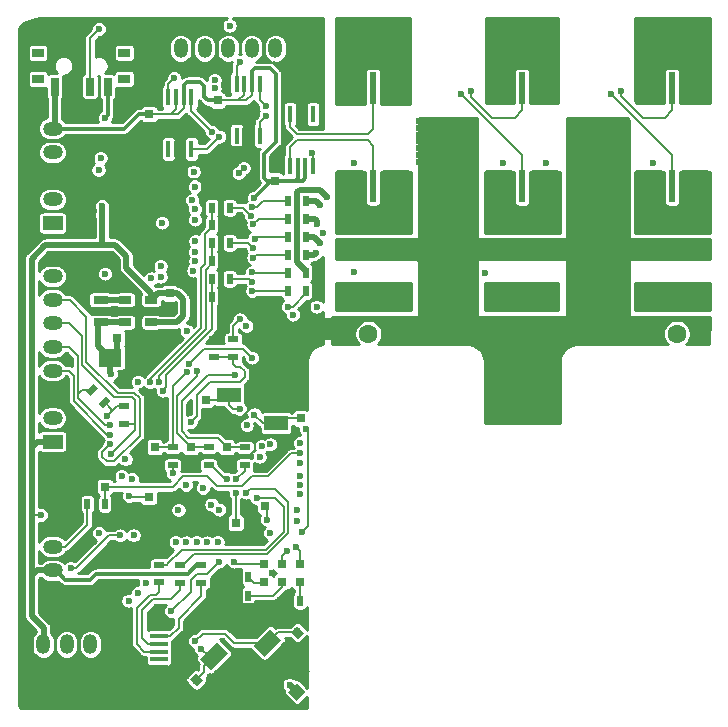
<source format=gbl>
%TF.GenerationSoftware,KiCad,Pcbnew,(5.1.4-0)*%
%TF.CreationDate,2019-11-17T17:00:13+08:00*%
%TF.ProjectId,VESC_6,56455343-5f36-42e6-9b69-6361645f7063,A*%
%TF.SameCoordinates,Original*%
%TF.FileFunction,Copper,L4,Bot*%
%TF.FilePolarity,Positive*%
%FSLAX46Y46*%
G04 Gerber Fmt 4.6, Leading zero omitted, Abs format (unit mm)*
G04 Created by KiCad (PCBNEW (5.1.4-0)) date 2019-11-17 17:00:13*
%MOMM*%
%LPD*%
G04 APERTURE LIST*
%ADD10R,1.060000X0.650000*%
%ADD11R,1.000000X0.800000*%
%ADD12R,0.700000X1.500000*%
%ADD13R,1.300000X0.700000*%
%ADD14R,1.950000X1.500000*%
%ADD15R,0.450000X1.450000*%
%ADD16R,2.500000X1.000000*%
%ADD17R,0.797560X0.797560*%
%ADD18R,0.900000X0.500000*%
%ADD19R,0.500000X0.900000*%
%ADD20C,0.500000*%
%ADD21C,0.100000*%
%ADD22R,0.750000X0.800000*%
%ADD23R,0.800000X0.750000*%
%ADD24C,0.750000*%
%ADD25C,1.300000*%
%ADD26R,2.000000X1.300000*%
%ADD27C,1.600000*%
%ADD28R,1.699260X1.198880*%
%ADD29O,1.699260X1.198880*%
%ADD30R,1.198880X1.699260*%
%ADD31O,1.198880X1.699260*%
%ADD32R,1.500000X0.450000*%
%ADD33O,1.100000X1.800000*%
%ADD34O,1.100000X2.200000*%
%ADD35C,1.050000*%
%ADD36C,1.000000*%
%ADD37R,5.000000X4.000000*%
%ADD38R,6.000000X5.000000*%
%ADD39R,0.600000X2.700000*%
%ADD40R,2.300000X2.700000*%
%ADD41C,0.600000*%
%ADD42C,0.203200*%
%ADD43C,0.508000*%
%ADD44C,0.406400*%
%ADD45C,0.304800*%
%ADD46C,0.350520*%
%ADD47C,1.016000*%
%ADD48C,0.254000*%
G04 APERTURE END LIST*
D10*
X124135000Y-79300000D03*
X124135000Y-81200000D03*
X126335000Y-81200000D03*
X126335000Y-80250000D03*
X126335000Y-79300000D03*
D11*
X116746000Y-60592000D03*
X124046000Y-60592000D03*
X124046000Y-58392000D03*
X116746000Y-58392000D03*
D12*
X122646000Y-61242000D03*
X121146000Y-61242000D03*
X118146000Y-61242000D03*
D13*
X122047000Y-81200000D03*
X122047000Y-79300000D03*
D14*
X125603000Y-84201000D03*
X122853000Y-84201000D03*
D15*
X138090000Y-67986000D03*
X138740000Y-67986000D03*
X139390000Y-67986000D03*
X140040000Y-67986000D03*
X140040000Y-63586000D03*
X139390000Y-63586000D03*
X138740000Y-63586000D03*
X138090000Y-63586000D03*
X135518800Y-60995200D03*
X134868800Y-60995200D03*
X134218800Y-60995200D03*
X133568800Y-60995200D03*
X133568800Y-65395200D03*
X134218800Y-65395200D03*
X134868800Y-65395200D03*
X135518800Y-65395200D03*
X129740300Y-62138200D03*
X129090300Y-62138200D03*
X128440300Y-62138200D03*
X127790300Y-62138200D03*
X127790300Y-66538200D03*
X128440300Y-66538200D03*
X129090300Y-66538200D03*
X129740300Y-66538200D03*
D16*
X143383000Y-75398500D03*
X143383000Y-78398500D03*
X146685000Y-75398500D03*
X146685000Y-78398500D03*
X159385000Y-75398500D03*
X159385000Y-78398500D03*
X156083000Y-75398500D03*
X156083000Y-78398500D03*
X168783000Y-75398500D03*
X168783000Y-78398500D03*
X171958000Y-75398500D03*
X171958000Y-78398500D03*
D17*
X138942300Y-103156000D03*
X138942300Y-101657400D03*
X137414000Y-103187500D03*
X137414000Y-101688900D03*
X135890000Y-103187500D03*
X135890000Y-101688900D03*
D18*
X130556000Y-101739000D03*
X130556000Y-103239000D03*
X128778000Y-103239000D03*
X128778000Y-101739000D03*
X127004300Y-103227000D03*
X127004300Y-101727000D03*
D19*
X120916000Y-96583500D03*
X122416000Y-96583500D03*
X138926000Y-104775000D03*
X137426000Y-104775000D03*
X134531800Y-104343200D03*
X133031800Y-104343200D03*
X134531800Y-102743000D03*
X133031800Y-102743000D03*
D18*
X133281000Y-82619000D03*
X133281000Y-84119000D03*
X131684800Y-82630200D03*
X131684800Y-84130200D03*
D19*
X132966500Y-71501000D03*
X131466500Y-71501000D03*
X132966500Y-72961500D03*
X131466500Y-72961500D03*
X132966500Y-74485500D03*
X131466500Y-74485500D03*
X132966500Y-76009500D03*
X131466500Y-76009500D03*
X132966500Y-77533500D03*
X131466500Y-77533500D03*
X132966500Y-79057500D03*
X131466500Y-79057500D03*
D18*
X124002800Y-89789700D03*
X124002800Y-88289700D03*
D20*
X121326170Y-86909170D03*
D21*
G36*
X121821145Y-86767749D02*
G01*
X121184749Y-87404145D01*
X120831195Y-87050591D01*
X121467591Y-86414195D01*
X121821145Y-86767749D01*
X121821145Y-86767749D01*
G37*
D20*
X122386830Y-87969830D03*
D21*
G36*
X122881805Y-87828409D02*
G01*
X122245409Y-88464805D01*
X121891855Y-88111251D01*
X122528251Y-87474855D01*
X122881805Y-87828409D01*
X122881805Y-87828409D01*
G37*
D19*
X137922000Y-70929500D03*
X139422000Y-70929500D03*
X137921300Y-72466200D03*
X139421300Y-72466200D03*
X137934000Y-73977500D03*
X139434000Y-73977500D03*
X137934000Y-75501500D03*
X139434000Y-75501500D03*
X137934000Y-77025500D03*
X139434000Y-77025500D03*
X137934000Y-78549500D03*
X139434000Y-78549500D03*
D18*
X134239000Y-91782200D03*
X134239000Y-93282200D03*
X131191000Y-91782200D03*
X131191000Y-93282200D03*
X128143000Y-91782200D03*
X128143000Y-93282200D03*
D22*
X136779000Y-67703000D03*
X136779000Y-69203000D03*
D23*
X134505000Y-96774000D03*
X136005000Y-96774000D03*
X120903300Y-95135700D03*
X122403300Y-95135700D03*
D22*
X138988800Y-87845200D03*
X138988800Y-89345200D03*
D23*
X126123000Y-96012000D03*
X127623000Y-96012000D03*
D22*
X133477000Y-99695000D03*
X133477000Y-98195000D03*
X130937000Y-89269000D03*
X130937000Y-87769000D03*
X127889000Y-80252000D03*
X127889000Y-78752000D03*
X132715000Y-93282200D03*
X132715000Y-91782200D03*
X129667000Y-93282200D03*
X129667000Y-91782200D03*
X131953000Y-63920500D03*
X131953000Y-62420500D03*
X126174500Y-65087500D03*
X126174500Y-63587500D03*
X126619000Y-93282200D03*
X126619000Y-91782200D03*
D24*
X130152670Y-111483670D03*
D21*
G36*
X130700678Y-111501348D02*
G01*
X130170348Y-112031678D01*
X129604662Y-111465992D01*
X130134992Y-110935662D01*
X130700678Y-111501348D01*
X130700678Y-111501348D01*
G37*
D24*
X131213330Y-112544330D03*
D21*
G36*
X131761338Y-112562008D02*
G01*
X131231008Y-113092338D01*
X130665322Y-112526652D01*
X131195652Y-111996322D01*
X131761338Y-112562008D01*
X131761338Y-112562008D01*
G37*
D24*
X138706330Y-107464330D03*
D21*
G36*
X138158322Y-107446652D02*
G01*
X138688652Y-106916322D01*
X139254338Y-107482008D01*
X138724008Y-108012338D01*
X138158322Y-107446652D01*
X138158322Y-107446652D01*
G37*
D24*
X137645670Y-106403670D03*
D21*
G36*
X137097662Y-106385992D02*
G01*
X137627992Y-105855662D01*
X138193678Y-106421348D01*
X137663348Y-106951678D01*
X137097662Y-106385992D01*
X137097662Y-106385992D01*
G37*
D23*
X124956000Y-82550000D03*
X123456000Y-82550000D03*
D25*
X131646058Y-109480885D03*
D21*
G36*
X131398571Y-110647611D02*
G01*
X130479332Y-109728372D01*
X131893545Y-108314159D01*
X132812784Y-109233398D01*
X131398571Y-110647611D01*
X131398571Y-110647611D01*
G37*
D25*
X134474485Y-106652458D03*
D21*
G36*
X134226998Y-107819184D02*
G01*
X133307759Y-106899945D01*
X134721972Y-105485732D01*
X135641211Y-106404971D01*
X134226998Y-107819184D01*
X134226998Y-107819184D01*
G37*
D25*
X136171542Y-108349515D03*
D21*
G36*
X135924055Y-109516241D02*
G01*
X135004816Y-108597002D01*
X136419029Y-107182789D01*
X137338268Y-108102028D01*
X135924055Y-109516241D01*
X135924055Y-109516241D01*
G37*
D25*
X133343115Y-111177942D03*
D21*
G36*
X133095628Y-112344668D02*
G01*
X132176389Y-111425429D01*
X133590602Y-110011216D01*
X134509841Y-110930455D01*
X133095628Y-112344668D01*
X133095628Y-112344668D01*
G37*
D26*
X136906000Y-87339320D03*
X132906000Y-87339320D03*
X132906000Y-89739320D03*
X136906000Y-89739320D03*
D27*
X149726000Y-82169000D03*
X144726000Y-82169000D03*
X165842000Y-82169000D03*
X170842000Y-82169000D03*
D28*
X118000000Y-104203040D03*
D29*
X118000000Y-100200000D03*
X118000000Y-102201520D03*
D30*
X123184920Y-108458000D03*
D31*
X119181880Y-108458000D03*
X121183400Y-108458000D03*
X117182900Y-108458000D03*
D30*
X126846200Y-58000000D03*
D31*
X130849240Y-58000000D03*
X128847720Y-58000000D03*
X132848220Y-58000000D03*
X134849740Y-58000000D03*
X136851260Y-58000000D03*
D29*
X117983000Y-79298740D03*
X117983000Y-81297720D03*
X117983000Y-83299240D03*
D28*
X117983000Y-91305320D03*
D29*
X117983000Y-87302280D03*
X117983000Y-89303800D03*
X117983000Y-85303300D03*
X117983000Y-77299760D03*
D28*
X117983000Y-72803040D03*
D29*
X117983000Y-68800000D03*
X117983000Y-70801520D03*
X117983000Y-66801020D03*
X117983000Y-64799500D03*
D32*
X127000000Y-109100000D03*
X127000000Y-109750000D03*
X127000000Y-108450000D03*
X127000000Y-110400000D03*
X127000000Y-107800000D03*
D33*
X126750000Y-106300000D03*
X126750000Y-111900000D03*
D34*
X128900000Y-109100000D03*
D35*
X136543142Y-112467107D03*
D21*
G36*
X137692191Y-112873693D02*
G01*
X136949728Y-113616156D01*
X135394093Y-112060521D01*
X136136556Y-111318058D01*
X137692191Y-112873693D01*
X137692191Y-112873693D01*
G37*
D36*
X138664462Y-112502462D03*
D21*
G36*
X139389246Y-112520140D02*
G01*
X138682140Y-113227246D01*
X137939678Y-112484784D01*
X138646784Y-111777678D01*
X139389246Y-112520140D01*
X139389246Y-112520140D01*
G37*
D35*
X138629107Y-110381142D03*
D21*
G36*
X139778156Y-110787728D02*
G01*
X139035693Y-111530191D01*
X137480058Y-109974556D01*
X138222521Y-109232093D01*
X139778156Y-110787728D01*
X139778156Y-110787728D01*
G37*
D37*
X145114500Y-57531000D03*
X157734000Y-57531000D03*
X170434000Y-57531000D03*
D38*
X157734000Y-87000000D03*
D39*
X145116000Y-69682000D03*
X145116000Y-61382000D03*
D40*
X143166000Y-69682000D03*
X147066000Y-61382000D03*
X147066000Y-69682000D03*
X143166000Y-61382000D03*
D39*
X170434000Y-69682000D03*
X170434000Y-61382000D03*
D40*
X168484000Y-69682000D03*
X172384000Y-61382000D03*
X172384000Y-69682000D03*
X168484000Y-61382000D03*
D39*
X157734000Y-69682000D03*
X157734000Y-61382000D03*
D40*
X155784000Y-69682000D03*
X159684000Y-61382000D03*
X159684000Y-69682000D03*
X155784000Y-61382000D03*
D41*
X138962702Y-92304292D03*
X132842000Y-99822000D03*
X124206000Y-77978000D03*
X122809000Y-75565008D03*
X123952000Y-85471000D03*
X127254000Y-83947000D03*
X129285998Y-96418400D03*
X127508000Y-89027000D03*
X126746000Y-60198000D03*
X126111000Y-60198000D03*
X125476000Y-60197994D03*
X136144000Y-113538000D03*
X135636000Y-113030000D03*
X135153400Y-112572800D03*
X131318000Y-111252000D03*
X130759803Y-105862686D03*
X131064000Y-69977000D03*
X137541000Y-108966000D03*
X138607800Y-109016800D03*
X129595590Y-88392000D03*
X135365271Y-90879140D03*
X138067817Y-104043011D03*
X138430000Y-86741000D03*
X132455883Y-105791000D03*
X131572000Y-106674883D03*
X131572000Y-104907117D03*
X132969000Y-113157000D03*
X139065000Y-109474000D03*
X134874000Y-66800000D03*
X127232128Y-69342000D03*
X131699000Y-69977000D03*
X131699000Y-69342000D03*
X131064000Y-69342000D03*
X134239000Y-66800000D03*
X133604000Y-66802000D03*
X166471600Y-67640200D03*
X165887400Y-67640200D03*
X165303200Y-67640200D03*
X164719000Y-67640200D03*
X164134800Y-67640200D03*
X163550600Y-67640200D03*
X162966400Y-67640200D03*
X162382200Y-67640200D03*
X161798000Y-67640200D03*
X166471600Y-67056000D03*
X165887400Y-67056000D03*
X165303200Y-67056000D03*
X164719000Y-67056000D03*
X164134800Y-67056000D03*
X163550600Y-67056000D03*
X162966400Y-67056000D03*
X162382200Y-67056000D03*
X161798000Y-67056000D03*
X166471600Y-66471800D03*
X165887400Y-66471800D03*
X165303200Y-66471800D03*
X164719000Y-66471800D03*
X164134800Y-66471800D03*
X163550600Y-66471800D03*
X162966400Y-66471800D03*
X162382200Y-66471800D03*
X161798000Y-66471800D03*
X166471600Y-65887600D03*
X165887400Y-65887600D03*
X165303200Y-65887600D03*
X164719000Y-65887600D03*
X164134800Y-65887600D03*
X163550600Y-65887600D03*
X162966400Y-65887600D03*
X162382200Y-65887600D03*
X161798000Y-65887600D03*
X166471600Y-65303400D03*
X165887400Y-65303400D03*
X165303200Y-65303400D03*
X164719000Y-65303400D03*
X164134800Y-65303400D03*
X163550600Y-65303400D03*
X162966400Y-65303400D03*
X162382200Y-65303400D03*
X161798000Y-65303400D03*
X166471600Y-64719200D03*
X165887400Y-64719200D03*
X165303200Y-64719200D03*
X164719000Y-64719200D03*
X164134800Y-64719200D03*
X163550600Y-64719200D03*
X162966400Y-64719200D03*
X162382200Y-64719200D03*
X161798000Y-64719200D03*
X166471600Y-64135000D03*
X165887400Y-64135000D03*
X165303200Y-64135000D03*
X164719000Y-64135000D03*
X164134800Y-64135000D03*
X163550600Y-64135000D03*
X162966400Y-64135000D03*
X162382200Y-64135000D03*
X153644600Y-67640200D03*
X153060400Y-67640200D03*
X152476200Y-67640200D03*
X151892000Y-67640200D03*
X151307800Y-67640200D03*
X150723600Y-67640200D03*
X150139400Y-67640200D03*
X149555200Y-67640200D03*
X148971000Y-67640200D03*
X153644600Y-67056000D03*
X153060400Y-67056000D03*
X152476200Y-67056000D03*
X151892000Y-67056000D03*
X151307800Y-67056000D03*
X150723600Y-67056000D03*
X150139400Y-67056000D03*
X149555200Y-67056000D03*
X148971000Y-67056000D03*
X153644600Y-66471800D03*
X153060400Y-66471800D03*
X152476200Y-66471800D03*
X151892000Y-66471800D03*
X151307800Y-66471800D03*
X150723600Y-66471800D03*
X150139400Y-66471800D03*
X149555200Y-66471800D03*
X148971000Y-66471800D03*
X153644600Y-65887600D03*
X153060400Y-65887600D03*
X152476200Y-65887600D03*
X151892000Y-65887600D03*
X151307800Y-65887600D03*
X150723600Y-65887600D03*
X150139400Y-65887600D03*
X149555200Y-65887600D03*
X148971000Y-65887600D03*
X153644600Y-65303400D03*
X153060400Y-65303400D03*
X152476200Y-65303400D03*
X151892000Y-65303400D03*
X151307800Y-65303400D03*
X150723600Y-65303400D03*
X150139400Y-65303400D03*
X149555200Y-65303400D03*
X148971000Y-65303400D03*
X153644600Y-64719200D03*
X153060400Y-64719200D03*
X152476200Y-64719200D03*
X151892000Y-64719200D03*
X151307800Y-64719200D03*
X150723600Y-64719200D03*
X150139400Y-64719200D03*
X149555200Y-64719200D03*
X148971000Y-64719200D03*
X153644600Y-64135000D03*
X153060400Y-64135000D03*
X152476200Y-64135000D03*
X151892000Y-64135000D03*
X151307800Y-64135000D03*
X150723600Y-64135000D03*
X150139400Y-64135000D03*
X149555200Y-64135000D03*
X161798000Y-64135000D03*
X148971000Y-64135000D03*
X130175000Y-110363000D03*
X137795000Y-113284000D03*
X135635992Y-107061000D03*
X131560403Y-103483196D03*
X118999000Y-84201000D03*
X139472588Y-109982000D03*
X136574791Y-102438201D03*
X134620000Y-79756000D03*
X135128000Y-80264000D03*
X134112000Y-79248000D03*
X119253028Y-78359000D03*
X138430000Y-105664000D03*
X124841000Y-97155000D03*
X135073207Y-89012203D03*
X124460008Y-95891686D03*
X123698002Y-99233010D03*
X122428000Y-77089000D03*
X122936000Y-85598000D03*
X132970992Y-56087990D03*
X138557000Y-100203000D03*
X132080000Y-101473000D03*
X135043559Y-70650810D03*
X122609895Y-89123113D03*
X136144000Y-97917000D03*
X128016000Y-105663998D03*
X119500000Y-102000000D03*
X129332010Y-81915000D03*
X133477000Y-95631000D03*
X134423040Y-89928550D03*
X133832658Y-88565010D03*
X122047000Y-67310000D03*
X122174000Y-72136000D03*
X122174000Y-71374000D03*
X117000000Y-97500000D03*
X131700000Y-61400000D03*
X122428010Y-63881000D03*
X131699000Y-60706000D03*
X134801900Y-72182240D03*
X143000000Y-71500000D03*
X143624840Y-71500000D03*
X144249680Y-71500000D03*
X146124200Y-71500000D03*
X146749040Y-71500000D03*
X147373880Y-71500000D03*
X147998720Y-71500000D03*
X143000000Y-72124840D03*
X143624840Y-72124840D03*
X144249680Y-72124840D03*
X144874520Y-72124840D03*
X145499360Y-72124840D03*
X146124200Y-72124840D03*
X146749040Y-72124840D03*
X147373880Y-72124840D03*
X147998720Y-72124840D03*
X143000000Y-72749680D03*
X143624840Y-72749680D03*
X144249680Y-72749680D03*
X144874520Y-72749680D03*
X145499360Y-72749680D03*
X146124200Y-72749680D03*
X146749040Y-72749680D03*
X147373880Y-72749680D03*
X147998720Y-72749680D03*
X143624840Y-73374520D03*
X144249680Y-73374520D03*
X144874520Y-73374520D03*
X145499360Y-73374520D03*
X146124200Y-73374520D03*
X146749040Y-73374520D03*
X147373880Y-73374520D03*
X147998720Y-73374520D03*
X155575000Y-71501000D03*
X140843000Y-73660000D03*
X134981000Y-74919000D03*
X156197300Y-71501000D03*
X156819600Y-71501000D03*
X158686500Y-71501000D03*
X159308800Y-71501000D03*
X159931100Y-71501000D03*
X160553400Y-71501000D03*
X155575000Y-72123300D03*
X156197300Y-72123300D03*
X156819600Y-72123300D03*
X157441900Y-72123300D03*
X158064200Y-72123300D03*
X158686500Y-72123300D03*
X159308800Y-72123300D03*
X159931100Y-72123300D03*
X160553400Y-72123300D03*
X155575000Y-72745600D03*
X156197300Y-72745600D03*
X156819600Y-72745600D03*
X157441900Y-72745600D03*
X158064200Y-72745600D03*
X158686500Y-72745600D03*
X159308800Y-72745600D03*
X159931100Y-72745600D03*
X160553400Y-72745600D03*
X155575000Y-73367900D03*
X156197300Y-73367900D03*
X156819600Y-73367900D03*
X157441900Y-73367900D03*
X158064200Y-73367900D03*
X158686500Y-73367900D03*
X159308800Y-73367900D03*
X159931100Y-73367900D03*
X160553400Y-73367900D03*
X168275000Y-71501000D03*
X134866829Y-77759634D03*
X138322176Y-80549960D03*
X168897300Y-71501000D03*
X169519600Y-71501000D03*
X171386500Y-71501000D03*
X172008800Y-71501000D03*
X172631100Y-71501000D03*
X173253400Y-71501000D03*
X168275000Y-72123300D03*
X168897300Y-72123300D03*
X169519600Y-72123300D03*
X170141900Y-72123300D03*
X170764200Y-72123300D03*
X171386500Y-72123300D03*
X172008800Y-72123300D03*
X172631100Y-72123300D03*
X173253400Y-72123300D03*
X168275000Y-72745600D03*
X168897300Y-72745600D03*
X169519600Y-72745600D03*
X170141900Y-72745600D03*
X170764200Y-72745600D03*
X171386500Y-72745600D03*
X172008800Y-72745600D03*
X172631100Y-72745600D03*
X173253400Y-72745600D03*
X168275000Y-73367900D03*
X168897300Y-73367900D03*
X169519600Y-73367900D03*
X170141900Y-73367900D03*
X170764200Y-73367900D03*
X171386500Y-73367900D03*
X172008800Y-73367900D03*
X167513000Y-79375000D03*
X133731000Y-68580000D03*
X134391400Y-81508600D03*
X133834000Y-80957296D03*
X134162800Y-68148200D03*
X143383000Y-79375000D03*
X144018000Y-79375000D03*
X144653000Y-79375000D03*
X145288000Y-79375000D03*
X145923000Y-79375000D03*
X146558000Y-79375000D03*
X147193000Y-79375000D03*
X147828000Y-79375000D03*
X142113000Y-80010000D03*
X142748000Y-80010000D03*
X143383000Y-80010000D03*
X144018000Y-80010000D03*
X144653000Y-80010000D03*
X145288000Y-80010000D03*
X145923000Y-80010000D03*
X146558000Y-80010000D03*
X147193000Y-80010000D03*
X147828000Y-80010000D03*
X155448000Y-79375000D03*
X156083000Y-79375000D03*
X156718000Y-79375000D03*
X157353000Y-79375000D03*
X157988000Y-79375000D03*
X158623000Y-79375000D03*
X159258000Y-79375000D03*
X159893000Y-79375000D03*
X160528000Y-79375000D03*
X154813000Y-80010000D03*
X155448000Y-80010000D03*
X156083000Y-80010000D03*
X156718000Y-80010000D03*
X157353000Y-80010000D03*
X157988000Y-80010000D03*
X158623000Y-80010000D03*
X159258000Y-80010000D03*
X159893000Y-80010000D03*
X160528000Y-80010000D03*
X168148000Y-79375000D03*
X168783000Y-79375000D03*
X169418000Y-79375000D03*
X170053000Y-79375000D03*
X170688000Y-79375000D03*
X171323000Y-79375000D03*
X171958000Y-79375000D03*
X167513000Y-80010000D03*
X168148000Y-80010000D03*
X168783000Y-80010000D03*
X169418000Y-80010000D03*
X170053000Y-80010000D03*
X170688000Y-80010000D03*
X171323000Y-80010000D03*
X171958000Y-80010000D03*
X172593000Y-80010000D03*
X173228000Y-80010000D03*
X133413500Y-85661500D03*
X130175000Y-85343992D03*
X125222020Y-86233000D03*
X129541903Y-84702447D03*
X134874000Y-84201000D03*
X140334994Y-79883000D03*
X129332010Y-85424990D03*
X130556000Y-108839000D03*
X130047129Y-108198771D03*
X138049000Y-111887000D03*
X124154259Y-92800500D03*
X131058287Y-99840668D03*
X131953000Y-99822000D03*
X130175000Y-99822000D03*
X121920000Y-56388002D03*
X122874788Y-91512540D03*
X122936000Y-92329000D03*
X122844692Y-89894282D03*
X122860122Y-90734866D03*
X136398006Y-99060000D03*
X138674492Y-97052553D03*
X134366010Y-95631000D03*
X135254999Y-96073726D03*
X121873990Y-68326000D03*
X129921000Y-68453000D03*
X129681000Y-89646000D03*
X126225423Y-86284710D03*
X127001590Y-86234157D03*
X127309579Y-86995000D03*
X147039000Y-58647000D03*
X146404000Y-58647000D03*
X145769000Y-58647000D03*
X145134000Y-58647000D03*
X144499000Y-58647000D03*
X143864000Y-58647000D03*
X143229000Y-58647000D03*
X147039000Y-58012000D03*
X146404000Y-58012000D03*
X145769000Y-58012000D03*
X145134000Y-58012000D03*
X144499000Y-58012000D03*
X143864000Y-58012000D03*
X143229000Y-58012000D03*
X147039000Y-57377000D03*
X146404000Y-57377000D03*
X145769000Y-57377000D03*
X145134000Y-57377000D03*
X144499000Y-57377000D03*
X143864000Y-57377000D03*
X143229000Y-57377000D03*
X147039000Y-56742000D03*
X146404000Y-56742000D03*
X145769000Y-56742000D03*
X145134000Y-56742000D03*
X144499000Y-56742000D03*
X143864000Y-56742000D03*
X143229000Y-56742000D03*
X147039000Y-56107000D03*
X146404000Y-56107000D03*
X145769000Y-56107000D03*
X145134000Y-56107000D03*
X144499000Y-56107000D03*
X143864000Y-56107000D03*
X143229000Y-56107000D03*
X134859694Y-71406578D03*
X134983565Y-72918030D03*
X159639000Y-58647000D03*
X159004000Y-58647000D03*
X158369000Y-58647000D03*
X157734000Y-58647000D03*
X157099000Y-58647000D03*
X156464000Y-58647000D03*
X155829000Y-58647000D03*
X159639000Y-58012000D03*
X159004000Y-58012000D03*
X158369000Y-58012000D03*
X157734000Y-58012000D03*
X157099000Y-58012000D03*
X156464000Y-58012000D03*
X155829000Y-58012000D03*
X159639000Y-57377000D03*
X159004000Y-57377000D03*
X158369000Y-57377000D03*
X157734000Y-57377000D03*
X157099000Y-57377000D03*
X156464000Y-57377000D03*
X155829000Y-57377000D03*
X159639000Y-56742000D03*
X159004000Y-56742000D03*
X158369000Y-56742000D03*
X157734000Y-56742000D03*
X157099000Y-56742000D03*
X156464000Y-56742000D03*
X155829000Y-56742000D03*
X159639000Y-56107000D03*
X159004000Y-56107000D03*
X158369000Y-56107000D03*
X157734000Y-56107000D03*
X157099000Y-56107000D03*
X156464000Y-56107000D03*
X155829000Y-56107000D03*
X135081000Y-74119000D03*
X134981000Y-75719000D03*
X172339000Y-58647000D03*
X171704000Y-58647000D03*
X171069000Y-58647000D03*
X170434000Y-58647000D03*
X169799000Y-58647000D03*
X169164000Y-58647000D03*
X168529000Y-58647000D03*
X172339000Y-58012000D03*
X171704000Y-58012000D03*
X171069000Y-58012000D03*
X170434000Y-58012000D03*
X169799000Y-58012000D03*
X169164000Y-58012000D03*
X168529000Y-58012000D03*
X172339000Y-57377000D03*
X171704000Y-57377000D03*
X171069000Y-57377000D03*
X170434000Y-57377000D03*
X169799000Y-57377000D03*
X169164000Y-57377000D03*
X168529000Y-57377000D03*
X172339000Y-56742000D03*
X171704000Y-56742000D03*
X171069000Y-56742000D03*
X170434000Y-56742000D03*
X169799000Y-56742000D03*
X169164000Y-56742000D03*
X168529000Y-56742000D03*
X172339000Y-56107000D03*
X171704000Y-56107000D03*
X171069000Y-56107000D03*
X170434000Y-56107000D03*
X169799000Y-56107000D03*
X169164000Y-56107000D03*
X168529000Y-56107000D03*
X134860669Y-76981846D03*
X134889640Y-78537112D03*
X133538673Y-94492042D03*
X139953998Y-66848010D03*
X132786454Y-94474981D03*
X133858000Y-59182000D03*
X128142989Y-93980000D03*
X128285958Y-60513413D03*
X128642410Y-97102622D03*
X130081000Y-76019000D03*
X127127000Y-76453990D03*
X128397000Y-99822000D03*
X129307004Y-99825571D03*
X126352246Y-77474231D03*
X131435153Y-96637145D03*
X129794000Y-70866000D03*
X127235055Y-72768890D03*
X138938000Y-95758000D03*
X130048000Y-72517004D03*
X138953108Y-94972476D03*
X130048887Y-71633226D03*
X138937532Y-94194820D03*
X135509000Y-92582988D03*
X124413996Y-104775000D03*
X135682010Y-91686407D03*
X125222000Y-104140000D03*
X136419649Y-91538037D03*
X125857000Y-103251000D03*
X123825000Y-94234000D03*
X133350000Y-101473004D03*
X124714000Y-94488000D03*
X137805745Y-100594745D03*
X132088514Y-97059176D03*
X130040229Y-75242258D03*
X130699209Y-95223794D03*
X129901590Y-76826915D03*
X127127000Y-77343000D03*
X129286000Y-94996000D03*
X130081000Y-74319000D03*
X138938000Y-93091000D03*
X130048000Y-69723000D03*
X138938002Y-91424189D03*
X138707856Y-98047010D03*
X121920000Y-99060000D03*
X124841000Y-99233010D03*
X139065000Y-98933000D03*
X139449746Y-90260402D03*
X136017000Y-63754000D03*
X153416016Y-61595000D03*
X136017004Y-62865000D03*
X152527000Y-61849000D03*
X166116000Y-61595000D03*
X132100000Y-65481018D03*
X165227000Y-61849000D03*
X131464836Y-65077670D03*
X140335000Y-72842410D03*
X143510000Y-67691000D03*
X140589006Y-71247000D03*
X143510000Y-76941379D03*
X140600000Y-74500000D03*
X154584400Y-77063600D03*
X140300000Y-75300000D03*
X156083000Y-67691000D03*
X159766000Y-67691000D03*
X141224000Y-70612000D03*
X168783000Y-67691000D03*
X137915607Y-79881276D03*
D42*
X122403300Y-95135700D02*
X128143000Y-95135700D01*
X134040599Y-95067401D02*
X134874000Y-94234000D01*
X128143000Y-95135700D02*
X128143000Y-95123000D01*
X128143000Y-95123000D02*
X129032000Y-94234000D01*
X129032000Y-94234000D02*
X131064000Y-94234000D01*
X131064000Y-94234000D02*
X131897401Y-95067401D01*
X131897401Y-95067401D02*
X134040599Y-95067401D01*
X136246292Y-94234000D02*
X138176000Y-92304292D01*
X138176000Y-92304292D02*
X138962702Y-92304292D01*
X134874000Y-94234000D02*
X136246292Y-94234000D01*
X122403300Y-95135700D02*
X122403300Y-96570800D01*
X122403300Y-96570800D02*
X122416000Y-96583500D01*
X129285998Y-96418400D02*
X129921000Y-96418400D01*
X132842000Y-99339400D02*
X132842000Y-99822000D01*
X129921000Y-96418400D02*
X132842000Y-99339400D01*
X133477000Y-99695000D02*
X132969000Y-99695000D01*
X132969000Y-99695000D02*
X132842000Y-99822000D01*
X123952000Y-85471000D02*
X125222000Y-84201000D01*
X125222000Y-84201000D02*
X125603000Y-84201000D01*
X125603000Y-84201000D02*
X125378000Y-84201000D01*
X125476000Y-84201000D02*
X125222000Y-84201000D01*
D43*
X124956000Y-82550000D02*
X124956000Y-83554000D01*
X124956000Y-83554000D02*
X125603000Y-84201000D01*
D42*
X128632600Y-96418400D02*
X129285998Y-96418400D01*
X128226200Y-96012000D02*
X128632600Y-96418400D01*
X127623000Y-96012000D02*
X128226200Y-96012000D01*
D43*
X126746000Y-60325000D02*
X125476006Y-60325000D01*
X125476006Y-60325000D02*
X125476000Y-60324994D01*
D44*
X134218800Y-65395200D02*
X134218800Y-66779800D01*
X134218800Y-66779800D02*
X134239000Y-66800000D01*
X134868800Y-65395200D02*
X134868800Y-66794800D01*
X134868800Y-66794800D02*
X134874000Y-66800000D01*
D42*
X132334000Y-92546000D02*
X134632402Y-92546000D01*
X135128009Y-91420486D02*
X135365271Y-91183224D01*
X134632402Y-92546000D02*
X135128009Y-92050393D01*
X132334000Y-92546000D02*
X132481000Y-92546000D01*
X129281000Y-92546000D02*
X132334000Y-92546000D01*
X135128009Y-92050393D02*
X135128009Y-91420486D01*
X135365271Y-91183224D02*
X135365271Y-90879140D01*
X139390000Y-63586000D02*
X139390000Y-62657800D01*
X139390000Y-62657800D02*
X138962200Y-62230000D01*
X138962200Y-62230000D02*
X137668000Y-62230000D01*
X137668000Y-62230000D02*
X137414000Y-62484000D01*
X137414000Y-62484000D02*
X137414000Y-66167000D01*
X137414000Y-66167000D02*
X136779000Y-66802000D01*
X136779000Y-66802000D02*
X136779000Y-67703000D01*
D43*
X126898480Y-58039000D02*
X126898480Y-60172520D01*
X126898480Y-60172520D02*
X126746000Y-60325000D01*
D45*
X126335000Y-80250000D02*
X125500199Y-80250001D01*
X125500199Y-80250001D02*
X125222000Y-80528200D01*
X125222000Y-80528200D02*
X125222000Y-81788000D01*
X125222000Y-81788000D02*
X124956000Y-82054000D01*
X124956000Y-82054000D02*
X124956000Y-82550000D01*
D43*
X126335000Y-80250000D02*
X127887000Y-80250000D01*
X127887000Y-80250000D02*
X127889000Y-80252000D01*
D42*
X134505000Y-96774000D02*
X134505000Y-99251200D01*
X134505000Y-99251200D02*
X134061200Y-99695000D01*
X134061200Y-99695000D02*
X133477000Y-99695000D01*
X132455883Y-105791000D02*
X133317341Y-106652458D01*
X133317341Y-106652458D02*
X134474485Y-106652458D01*
X135636000Y-113030000D02*
X136144000Y-113538000D01*
X135636000Y-113030000D02*
X135610600Y-113030000D01*
X135610600Y-113030000D02*
X135153400Y-112572800D01*
D45*
X136543142Y-112467107D02*
X136724107Y-112467107D01*
X136543142Y-112467107D02*
X136198893Y-112467107D01*
X136198893Y-112467107D02*
X135636000Y-113030000D01*
D42*
X131549205Y-112208455D02*
X131213330Y-112544330D01*
X131549205Y-112208455D02*
X132312602Y-112208455D01*
X132312602Y-112208455D02*
X133343115Y-111177942D01*
D45*
X138629107Y-110381142D02*
X138629107Y-109909893D01*
D42*
X138607800Y-109016800D02*
X137591800Y-109016800D01*
X137464800Y-108889800D02*
X137414000Y-108839000D01*
X139065000Y-109474000D02*
X138607800Y-109016800D01*
X133343115Y-111177942D02*
X131392058Y-111177942D01*
X131392058Y-111177942D02*
X131318000Y-111252000D01*
X133031800Y-104543200D02*
X133031800Y-104343200D01*
X133535801Y-105047201D02*
X133031800Y-104543200D01*
X137426000Y-104775000D02*
X136972800Y-104775000D01*
X136700599Y-105047201D02*
X133535801Y-105047201D01*
X136972800Y-104775000D02*
X136700599Y-105047201D01*
X133031800Y-104343200D02*
X133031800Y-105215083D01*
X133031800Y-105215083D02*
X132455883Y-105791000D01*
X136543142Y-112467107D02*
X138629107Y-110381142D01*
X133031800Y-102743000D02*
X133031800Y-104343200D01*
D45*
X138629107Y-109909893D02*
X139065000Y-109474000D01*
D42*
X138740000Y-63586000D02*
X138740000Y-62657800D01*
X138740000Y-62657800D02*
X138312200Y-62230000D01*
X132906000Y-89739320D02*
X133526680Y-89739320D01*
X133526680Y-89739320D02*
X135926680Y-87339320D01*
X135926680Y-87339320D02*
X136906000Y-87339320D01*
X131684800Y-82630200D02*
X131684800Y-82177000D01*
X131684800Y-82177000D02*
X132966500Y-80895300D01*
X138487800Y-86741000D02*
X138430000Y-86741000D01*
X138988800Y-87242000D02*
X138487800Y-86741000D01*
X138988800Y-87845200D02*
X138988800Y-87242000D01*
X133343115Y-111177942D02*
X133343115Y-112782885D01*
X133343115Y-112782885D02*
X132969000Y-113157000D01*
X128567800Y-65087500D02*
X126174500Y-65087500D01*
X128440300Y-65610000D02*
X127917800Y-65087500D01*
X128440300Y-66538200D02*
X128440300Y-65610000D01*
X129090300Y-66538200D02*
X129090300Y-65610000D01*
X129090300Y-65610000D02*
X128567800Y-65087500D01*
X134322300Y-63920500D02*
X131953000Y-63920500D01*
X134218800Y-65395200D02*
X134218800Y-64467000D01*
X134218800Y-64467000D02*
X133672300Y-63920500D01*
X134868800Y-65395200D02*
X134868800Y-64467000D01*
X134868800Y-64467000D02*
X134322300Y-63920500D01*
X132481000Y-92546000D02*
X132715000Y-92780000D01*
X132715000Y-92780000D02*
X132715000Y-93282200D01*
X126619000Y-93282200D02*
X126619000Y-92808000D01*
X126619000Y-92808000D02*
X126881000Y-92546000D01*
X126881000Y-92546000D02*
X129281000Y-92546000D01*
X129281000Y-92546000D02*
X129534000Y-92546000D01*
X129534000Y-92546000D02*
X129667000Y-92679000D01*
X129667000Y-92679000D02*
X129667000Y-93282200D01*
X132966500Y-79057500D02*
X132500500Y-79057500D01*
X132500500Y-79057500D02*
X132281000Y-78838000D01*
X132281000Y-78838000D02*
X132281000Y-76538000D01*
X132281000Y-76538000D02*
X132281000Y-73138000D01*
X132281000Y-76538000D02*
X132281000Y-76241800D01*
X132281000Y-76241800D02*
X132513300Y-76009500D01*
X132513300Y-76009500D02*
X132966500Y-76009500D01*
X132281000Y-73138000D02*
X132457500Y-72961500D01*
X132457500Y-72961500D02*
X132966500Y-72961500D01*
X138988800Y-87845200D02*
X137411880Y-87845200D01*
X137411880Y-87845200D02*
X136906000Y-87339320D01*
X130937000Y-89269000D02*
X132435680Y-89269000D01*
X132435680Y-89269000D02*
X132906000Y-89739320D01*
X130163000Y-110363000D02*
X128900000Y-109100000D01*
X130175000Y-110363000D02*
X130163000Y-110363000D01*
D45*
X136543142Y-112467107D02*
X137391669Y-113315634D01*
X137763366Y-113315634D02*
X137795000Y-113284000D01*
X137391669Y-113315634D02*
X137763366Y-113315634D01*
D46*
X135004814Y-107182787D02*
X135514205Y-107182787D01*
X135514205Y-107182787D02*
X135635992Y-107061000D01*
X134474485Y-106652458D02*
X135004814Y-107182787D01*
X136293322Y-106403670D02*
X135635992Y-107061000D01*
X137645670Y-106403670D02*
X136293322Y-106403670D01*
D42*
X139472588Y-109881588D02*
X139065000Y-109474000D01*
X139472588Y-109982000D02*
X139472588Y-109881588D01*
X135253977Y-111177942D02*
X133343115Y-111177942D01*
D47*
X132209000Y-66800000D02*
X134874000Y-66800000D01*
X131064000Y-67945000D02*
X132209000Y-66800000D01*
X131064000Y-69977000D02*
X131064000Y-67945000D01*
D42*
X130764001Y-69042001D02*
X131064000Y-69342000D01*
X127532127Y-69042001D02*
X130764001Y-69042001D01*
X127232128Y-69342000D02*
X127532127Y-69042001D01*
X132966500Y-80895300D02*
X132966500Y-80388500D01*
X132966500Y-80388500D02*
X132966500Y-79057500D01*
X132966500Y-80514300D02*
X132966500Y-80388500D01*
D43*
X134112006Y-79248000D02*
X134112000Y-79248000D01*
X133921500Y-79057500D02*
X134112000Y-79248000D01*
X132966500Y-79057500D02*
X133921500Y-79057500D01*
D47*
X134112000Y-79248000D02*
X135128000Y-80264000D01*
D45*
X137690330Y-106403670D02*
X138430000Y-105664000D01*
X137645670Y-106403670D02*
X137690330Y-106403670D01*
D42*
X135253977Y-111177942D02*
X136543142Y-112467107D01*
X138988800Y-89345200D02*
X137300120Y-89345200D01*
X137300120Y-89345200D02*
X136906000Y-89739320D01*
X135800324Y-89739320D02*
X135073207Y-89012203D01*
X136906000Y-89739320D02*
X135800324Y-89739320D01*
X124580322Y-96012000D02*
X124460008Y-95891686D01*
X126123000Y-96012000D02*
X124580322Y-96012000D01*
D43*
X122853000Y-84201000D02*
X122853000Y-85515000D01*
X122853000Y-85515000D02*
X122936000Y-85598000D01*
X121793000Y-81153000D02*
X121793000Y-83185000D01*
X121793000Y-83185000D02*
X122809000Y-84201000D01*
X123456000Y-82550000D02*
X123456000Y-83598000D01*
X123456000Y-83598000D02*
X122853000Y-84201000D01*
D45*
X136779000Y-69203000D02*
X136132000Y-69203000D01*
X136132000Y-69203000D02*
X135890000Y-68961000D01*
X135890000Y-68961000D02*
X135890000Y-66929000D01*
X135890000Y-66929000D02*
X136906000Y-65913000D01*
X136906000Y-65913000D02*
X136906000Y-60198000D01*
X136906000Y-60198000D02*
X136398000Y-59690000D01*
X136398000Y-59690000D02*
X135144200Y-59690000D01*
X134868800Y-59965400D02*
X134868800Y-60995200D01*
X135144200Y-59690000D02*
X134868800Y-59965400D01*
D42*
X134371700Y-62420500D02*
X133721700Y-62420500D01*
X134868800Y-61923400D02*
X134371700Y-62420500D01*
X134868800Y-60995200D02*
X134868800Y-61923400D01*
X134218800Y-60995200D02*
X134218800Y-61923400D01*
X131953000Y-62420500D02*
X134371700Y-62420500D01*
D43*
X124135000Y-81200000D02*
X122047000Y-81200000D01*
D42*
X122936000Y-88797008D02*
X122609895Y-89123113D01*
X122936000Y-88773000D02*
X122936000Y-88797008D01*
X123419300Y-88289700D02*
X122936000Y-88773000D01*
X122386830Y-87969830D02*
X122936000Y-88519000D01*
X122936000Y-88519000D02*
X122936000Y-88773000D01*
X124002800Y-88289700D02*
X123419300Y-88289700D01*
X134218800Y-61923400D02*
X133721700Y-62420500D01*
X128016000Y-63587500D02*
X128563500Y-63587500D01*
X128563500Y-63587500D02*
X129090300Y-63060700D01*
X129090300Y-63060700D02*
X129090300Y-62138200D01*
X126174500Y-63587500D02*
X128016000Y-63587500D01*
X128440300Y-62138200D02*
X128440300Y-63163200D01*
X128440300Y-63163200D02*
X128016000Y-63587500D01*
X136144000Y-97917000D02*
X136144000Y-96913000D01*
X136144000Y-96913000D02*
X136005000Y-96774000D01*
X129667000Y-104012998D02*
X128016000Y-105663998D01*
X129667000Y-102997000D02*
X129667000Y-104012998D01*
X130175000Y-102489000D02*
X129667000Y-102997000D01*
X131064000Y-102489000D02*
X130175000Y-102489000D01*
X132080000Y-101473000D02*
X131064000Y-102489000D01*
X138942300Y-100588300D02*
X138557000Y-100203000D01*
X138942300Y-101606700D02*
X138942300Y-100588300D01*
D43*
X118146000Y-64636500D02*
X117983000Y-64799500D01*
X118146000Y-61242000D02*
X118146000Y-64636500D01*
D45*
X124049500Y-64799500D02*
X125261500Y-63587500D01*
X125261500Y-63587500D02*
X126174500Y-63587500D01*
X117983000Y-64799500D02*
X124049500Y-64799500D01*
X131127500Y-62420500D02*
X131953000Y-62420500D01*
X130810000Y-62103000D02*
X131127500Y-62420500D01*
X130810000Y-61214000D02*
X130810000Y-62103000D01*
X129090300Y-62138200D02*
X129090301Y-61108399D01*
X129365700Y-60833000D02*
X130429000Y-60833000D01*
X129090301Y-61108399D02*
X129365700Y-60833000D01*
X130429000Y-60833000D02*
X130810000Y-61214000D01*
X139202800Y-69203000D02*
X138557000Y-69203000D01*
X138557000Y-69203000D02*
X136779000Y-69203000D01*
X138740000Y-69020000D02*
X138557000Y-69203000D01*
X138740000Y-67986000D02*
X138740000Y-69020000D01*
X139390000Y-69015800D02*
X139202800Y-69203000D01*
X139390000Y-67986000D02*
X139390000Y-69015800D01*
X136491369Y-69203000D02*
X135043559Y-70650810D01*
X136779000Y-69203000D02*
X136491369Y-69203000D01*
D42*
X119500000Y-102000000D02*
X120000000Y-102000000D01*
X122766990Y-99233010D02*
X120000000Y-102000000D01*
X123698002Y-99233010D02*
X122766990Y-99233010D01*
X133477000Y-95631000D02*
X133477000Y-98195000D01*
X130937000Y-87769000D02*
X132476320Y-87769000D01*
X132476320Y-87769000D02*
X132906000Y-87339320D01*
X132906000Y-87339320D02*
X132906000Y-88192520D01*
X133278490Y-88565010D02*
X133832658Y-88565010D01*
X132906000Y-88192520D02*
X133278490Y-88565010D01*
D43*
X117373400Y-74650600D02*
X122174000Y-74650600D01*
X122174000Y-71374000D02*
X122174000Y-74650600D01*
X122174000Y-74650600D02*
X123291600Y-74650600D01*
X116205000Y-92202000D02*
X116205000Y-75819000D01*
X124206000Y-76581000D02*
X126335000Y-78710000D01*
X126335000Y-78710000D02*
X126335000Y-79300000D01*
X116205000Y-75819000D02*
X117373400Y-74650600D01*
X123291600Y-74650600D02*
X124206000Y-75565000D01*
X124206000Y-75565000D02*
X124206000Y-76581000D01*
X127889000Y-78752000D02*
X126883000Y-78752000D01*
X126883000Y-78752000D02*
X126335000Y-79300000D01*
X126335000Y-81200000D02*
X128477000Y-81200000D01*
X128477000Y-81200000D02*
X129032000Y-80645000D01*
X129032000Y-80645000D02*
X129032000Y-79248000D01*
X129032000Y-79248000D02*
X128536000Y-78752000D01*
X128536000Y-78752000D02*
X127889000Y-78752000D01*
D42*
X116295000Y-97795000D02*
X116205000Y-97795000D01*
X116410000Y-97500000D02*
X117000000Y-97500000D01*
X116205000Y-97295000D02*
X116410000Y-97500000D01*
D43*
X116205000Y-97295000D02*
X116205000Y-97795000D01*
D45*
X118250190Y-102201520D02*
X118000000Y-102201520D01*
X119045670Y-102997000D02*
X118250190Y-102201520D01*
X130683000Y-101739000D02*
X130163000Y-101739000D01*
X121666000Y-102489000D02*
X121158000Y-102997000D01*
X130163000Y-101739000D02*
X129413000Y-102489000D01*
X121158000Y-102997000D02*
X119045670Y-102997000D01*
X129413000Y-102489000D02*
X121666000Y-102489000D01*
D43*
X116205000Y-91725690D02*
X116205000Y-92202000D01*
X116625370Y-91305320D02*
X116205000Y-91725690D01*
X117983000Y-91305320D02*
X116625370Y-91305320D01*
X116205000Y-92202000D02*
X116205000Y-97295000D01*
D45*
X122646000Y-61242000D02*
X122646000Y-63663010D01*
X122646000Y-63663010D02*
X122428010Y-63881000D01*
D43*
X116205000Y-106061000D02*
X117254020Y-107110020D01*
X117254020Y-107110020D02*
X117254020Y-108474000D01*
X116642370Y-102201520D02*
X118000000Y-102201520D01*
X116205000Y-102638890D02*
X116642370Y-102201520D01*
X116205000Y-102870000D02*
X116205000Y-102638890D01*
X116205000Y-97795000D02*
X116205000Y-102870000D01*
X116205000Y-102870000D02*
X116205000Y-106045000D01*
D42*
X134120660Y-71501000D02*
X134801900Y-72182240D01*
X132966500Y-71501000D02*
X134120660Y-71501000D01*
X134928500Y-74866500D02*
X134981000Y-74919000D01*
X134547500Y-74485500D02*
X134981000Y-74919000D01*
X132966500Y-74485500D02*
X134547500Y-74485500D01*
X134640695Y-77533500D02*
X134866829Y-77759634D01*
X132966500Y-77533500D02*
X134640695Y-77533500D01*
X133281000Y-82619000D02*
X133281000Y-81510296D01*
X133281000Y-81510296D02*
X133834000Y-80957296D01*
X132715000Y-91782200D02*
X132715000Y-91757200D01*
X132715000Y-91757200D02*
X131953300Y-90995500D01*
X131953300Y-90995500D02*
X129476500Y-90995500D01*
X129476500Y-90995500D02*
X128905000Y-90424000D01*
X128905000Y-90424000D02*
X128905000Y-87884000D01*
X128905000Y-87884000D02*
X131127500Y-85661500D01*
X131127500Y-85661500D02*
X133413500Y-85661500D01*
X132715000Y-91782200D02*
X134239000Y-91782200D01*
X129667000Y-91782200D02*
X129667000Y-91757200D01*
X129667000Y-91757200D02*
X128524000Y-90614200D01*
X128524000Y-90614200D02*
X128524000Y-87419256D01*
X128524000Y-87419256D02*
X130175000Y-85768256D01*
X130175000Y-85768256D02*
X130175000Y-85343992D01*
X131191000Y-91782200D02*
X130991000Y-91782200D01*
X131191000Y-91782200D02*
X129667000Y-91782200D01*
X130805350Y-83439000D02*
X129541903Y-84702447D01*
X134112000Y-83439000D02*
X130805350Y-83439000D01*
X134874000Y-84201000D02*
X134112000Y-83439000D01*
X128143000Y-86614000D02*
X129332010Y-85424990D01*
X128143000Y-91782200D02*
X128143000Y-86614000D01*
X126619000Y-91782200D02*
X128143000Y-91782200D01*
X130810000Y-110316943D02*
X131646058Y-109480885D01*
X130810000Y-110826340D02*
X130810000Y-110316943D01*
X130152670Y-111483670D02*
X130810000Y-110826340D01*
X131646058Y-109480885D02*
X131197885Y-109480885D01*
X131197885Y-109480885D02*
X130556000Y-108839000D01*
X131646058Y-110244282D02*
X131646058Y-109480885D01*
X131646058Y-109480885D02*
X131197891Y-109480885D01*
X130047129Y-108198771D02*
X130676900Y-107569000D01*
X130676900Y-107569000D02*
X132588000Y-107569000D01*
X132588000Y-107569000D02*
X133368515Y-108349515D01*
X133368515Y-108349515D02*
X136171542Y-108349515D01*
X138706330Y-107464330D02*
X137056727Y-107464330D01*
X137056727Y-107464330D02*
X136171542Y-108349515D01*
D43*
X138664462Y-112502462D02*
X138049000Y-111887000D01*
X124135000Y-79300000D02*
X122047000Y-79300000D01*
D42*
X126996000Y-107787000D02*
X127925000Y-107787000D01*
X128651000Y-106299000D02*
X130556000Y-104394000D01*
X127925000Y-107787000D02*
X128651000Y-107061000D01*
X128651000Y-107061000D02*
X128651000Y-106299000D01*
X130556000Y-104394000D02*
X130556000Y-103239000D01*
X127000000Y-108458000D02*
X126046800Y-108458000D01*
X126042800Y-108458000D02*
X125539500Y-107954700D01*
X125539500Y-107933700D02*
X125539500Y-105600500D01*
X126492000Y-104648000D02*
X128016000Y-104648000D01*
X125539500Y-105600500D02*
X126492000Y-104648000D01*
X128016000Y-104648000D02*
X128778000Y-103886000D01*
X128778000Y-103886000D02*
X128778000Y-103251000D01*
X126996000Y-109087000D02*
X125724000Y-109087000D01*
X125724000Y-109087000D02*
X125095000Y-108458000D01*
X125095000Y-108458000D02*
X125095000Y-105410000D01*
X127004300Y-104008700D02*
X127004300Y-103227000D01*
X125095000Y-105410000D02*
X126238000Y-104267000D01*
X126238000Y-104267000D02*
X126746000Y-104267000D01*
X126746000Y-104267000D02*
X127004300Y-104008700D01*
X121146000Y-57162002D02*
X121920000Y-56388002D01*
X121146000Y-61247000D02*
X121146000Y-57162002D01*
X119430740Y-79298740D02*
X117983000Y-79298740D01*
X125349000Y-87630000D02*
X124887001Y-87168001D01*
X120853222Y-80721222D02*
X119430740Y-79298740D01*
X120853222Y-84536314D02*
X120853222Y-80721222D01*
X122174000Y-92213328D02*
X122174000Y-92583000D01*
X125349000Y-90805000D02*
X125349000Y-87630000D01*
X123190000Y-92964000D02*
X125349000Y-90805000D01*
X123484909Y-87168001D02*
X120853222Y-84536314D01*
X122874788Y-91512540D02*
X122174000Y-92213328D01*
X122555000Y-92964000D02*
X123190000Y-92964000D01*
X124887001Y-87168001D02*
X123484909Y-87168001D01*
X122174000Y-92583000D02*
X122555000Y-92964000D01*
X124967989Y-90297011D02*
X124967989Y-89789000D01*
X124002800Y-89789700D02*
X124967289Y-89789700D01*
X124967289Y-89789700D02*
X124967989Y-89789000D01*
X122936000Y-92329000D02*
X124967989Y-90297011D01*
X123210612Y-87523612D02*
X124671112Y-87523612D01*
X120497611Y-82397611D02*
X120497611Y-84810611D01*
X119397720Y-81297720D02*
X120497611Y-82397611D01*
X124967989Y-87820489D02*
X124967989Y-89789000D01*
X120497611Y-84810611D02*
X123210612Y-87523612D01*
X124671112Y-87523612D02*
X124967989Y-87820489D01*
X117983000Y-81297720D02*
X119397720Y-81297720D01*
X120142000Y-87630000D02*
X120142000Y-87249000D01*
X120142000Y-87249000D02*
X120481830Y-86909170D01*
X122844692Y-89894282D02*
X122406282Y-89894282D01*
X122406282Y-89894282D02*
X120142000Y-87630000D01*
X121326170Y-86909170D02*
X120481830Y-86909170D01*
X119367240Y-83299240D02*
X117983000Y-83299240D01*
X120142000Y-84074000D02*
X119367240Y-83299240D01*
X120142000Y-87249000D02*
X120142000Y-84074000D01*
X119761000Y-85725000D02*
X119339300Y-85303300D01*
X122611866Y-90734866D02*
X119761000Y-87884000D01*
X119339300Y-85303300D02*
X117983000Y-85303300D01*
X119761000Y-87884000D02*
X119761000Y-85725000D01*
X122860122Y-90734866D02*
X122611866Y-90734866D01*
X119052830Y-100200000D02*
X120916000Y-98336830D01*
X120916000Y-98336830D02*
X120916000Y-96583500D01*
X118000000Y-100200000D02*
X119052830Y-100200000D01*
X134666009Y-95331001D02*
X134366010Y-95631000D01*
X137896611Y-99080298D02*
X137896611Y-96431111D01*
X137896611Y-96431111D02*
X136796501Y-95331001D01*
X136796501Y-95331001D02*
X134666009Y-95331001D01*
X129020000Y-101739000D02*
X129921000Y-100838000D01*
X128778000Y-101739000D02*
X129020000Y-101739000D01*
X136138910Y-100838000D02*
X136204955Y-100771955D01*
X129921000Y-100838000D02*
X136138910Y-100838000D01*
X136204955Y-100771955D02*
X137896611Y-99080298D01*
X136777226Y-96073726D02*
X135254999Y-96073726D01*
X137541000Y-96837500D02*
X136777226Y-96073726D01*
X137541000Y-98933000D02*
X137541000Y-96837500D01*
X127004300Y-101727000D02*
X127657500Y-101727000D01*
X128902798Y-100457000D02*
X136017000Y-100457000D01*
X127657500Y-101727000D02*
X127657500Y-101702298D01*
X127657500Y-101702298D02*
X128902798Y-100457000D01*
X136017000Y-100457000D02*
X137541000Y-98933000D01*
X138942300Y-103206700D02*
X138942300Y-104885700D01*
X138942300Y-104885700D02*
X138926000Y-104902000D01*
X134531800Y-104343200D02*
X136654878Y-104343200D01*
X136654878Y-104343200D02*
X137414000Y-103584078D01*
X137414000Y-103584078D02*
X137414000Y-103238200D01*
X135890000Y-103238200D02*
X135027000Y-103238200D01*
X135027000Y-103238200D02*
X134531800Y-102743000D01*
X133281000Y-84119000D02*
X131696000Y-84119000D01*
X131696000Y-84119000D02*
X131684800Y-84130200D01*
X131295100Y-86240901D02*
X130175000Y-87361001D01*
X133850099Y-86240901D02*
X131295100Y-86240901D01*
X134239000Y-85852000D02*
X133850099Y-86240901D01*
X130175000Y-89152000D02*
X129681000Y-89646000D01*
X134239000Y-85344000D02*
X134239000Y-85852000D01*
X133858000Y-84963000D02*
X134239000Y-85344000D01*
X133281000Y-84767000D02*
X133477000Y-84963000D01*
X133477000Y-84963000D02*
X133858000Y-84963000D01*
X130175000Y-87361001D02*
X130175000Y-89152000D01*
X133281000Y-84119000D02*
X133281000Y-84767000D01*
X131466500Y-73161500D02*
X130881000Y-73747000D01*
X130881000Y-73747000D02*
X130881000Y-76256000D01*
X130881000Y-76256000D02*
X130556000Y-76581000D01*
X130556000Y-81648423D02*
X126225423Y-85979000D01*
X126225423Y-85979000D02*
X126225423Y-86284710D01*
X131466500Y-73161500D02*
X131466500Y-72961500D01*
X131466500Y-73161500D02*
X131466500Y-71501000D01*
X130556000Y-81648423D02*
X130556000Y-81153000D01*
X130556000Y-81153000D02*
X130556000Y-81267423D01*
X130556000Y-76581000D02*
X130556000Y-81153000D01*
X131466500Y-76009500D02*
X131466500Y-76209500D01*
X131466500Y-76209500D02*
X130937099Y-76738901D01*
X130937099Y-81792993D02*
X127001590Y-85728502D01*
X127001590Y-85728502D02*
X127001590Y-86234157D01*
X131466500Y-76009500D02*
X131466500Y-74485500D01*
X130937099Y-81792993D02*
X130937099Y-81280099D01*
X130937099Y-81280099D02*
X130937099Y-81411993D01*
X130937099Y-76738901D02*
X130937099Y-81280099D01*
X127309579Y-86995000D02*
X127609578Y-86695001D01*
X127609578Y-86695001D02*
X127609578Y-85623422D01*
X127609578Y-85623422D02*
X131466500Y-81766500D01*
X131466500Y-79057500D02*
X131466500Y-77533500D01*
X131466500Y-81766500D02*
X131466500Y-81258500D01*
X131466500Y-81258500D02*
X131466500Y-79057500D01*
X131466500Y-81385500D02*
X131466500Y-81258500D01*
X135283958Y-71406578D02*
X134859694Y-71406578D01*
X137922000Y-70929500D02*
X135761036Y-70929500D01*
X135761036Y-70929500D02*
X135283958Y-71406578D01*
X135435395Y-72466200D02*
X134983565Y-72918030D01*
X137921300Y-72466200D02*
X135435395Y-72466200D01*
X135222500Y-73977500D02*
X135081000Y-74119000D01*
X137934000Y-73977500D02*
X135222500Y-73977500D01*
X135198500Y-75501500D02*
X134981000Y-75719000D01*
X137934000Y-75501500D02*
X135198500Y-75501500D01*
X134904323Y-77025500D02*
X134860669Y-76981846D01*
X137934000Y-77025500D02*
X134904323Y-77025500D01*
X134902028Y-78549500D02*
X134889640Y-78537112D01*
X137934000Y-78549500D02*
X134902028Y-78549500D01*
X134239000Y-93791715D02*
X133538673Y-94492042D01*
X134239000Y-93282200D02*
X134239000Y-93791715D01*
X140040000Y-66934012D02*
X139953998Y-66848010D01*
X140040000Y-67986000D02*
X140040000Y-66934012D01*
X132583781Y-94474981D02*
X132786454Y-94474981D01*
X131191000Y-93282200D02*
X131391000Y-93282200D01*
X131391000Y-93282200D02*
X132583781Y-94474981D01*
X133568800Y-60995200D02*
X133568800Y-59471200D01*
X133568800Y-59471200D02*
X133858000Y-59182000D01*
X128143000Y-93979989D02*
X128142989Y-93980000D01*
X128143000Y-93282200D02*
X128143000Y-93979989D01*
X127790300Y-61009071D02*
X128285958Y-60513413D01*
X127790300Y-62138200D02*
X127790300Y-61009071D01*
X135890000Y-101638200D02*
X133515196Y-101638200D01*
X133515196Y-101638200D02*
X133350000Y-101473004D01*
X137414000Y-101638200D02*
X137414000Y-100986490D01*
X137414000Y-100986490D02*
X137805745Y-100594745D01*
X139573000Y-98425000D02*
X139065000Y-98933000D01*
X139573000Y-91059000D02*
X139573000Y-98425000D01*
X139573000Y-90805000D02*
X139573000Y-91059000D01*
X139573000Y-90383656D02*
X139573000Y-91059000D01*
X139449746Y-90260402D02*
X139573000Y-90383656D01*
X145116000Y-61382000D02*
X145116000Y-64815000D01*
X138684000Y-65278000D02*
X138090000Y-64684000D01*
X145116000Y-64815000D02*
X144653000Y-65278000D01*
X144653000Y-65278000D02*
X138684000Y-65278000D01*
X138090000Y-64684000D02*
X138090000Y-63586000D01*
X138090000Y-67986000D02*
X138090000Y-66380000D01*
X138090000Y-66380000D02*
X138684000Y-65786000D01*
X138684000Y-65786000D02*
X144653000Y-65786000D01*
X144653000Y-65786000D02*
X145116000Y-66249000D01*
X145116000Y-66249000D02*
X145116000Y-69682000D01*
X135518800Y-65395200D02*
X135518800Y-64252200D01*
X135518800Y-64252200D02*
X136017000Y-63754000D01*
X157099000Y-63881000D02*
X157734000Y-63246000D01*
X157734000Y-61382000D02*
X157734000Y-63246000D01*
X153416016Y-61595000D02*
X153416016Y-62103016D01*
X153416016Y-62103016D02*
X155194000Y-63881000D01*
X155194000Y-63881000D02*
X157099000Y-63881000D01*
X136017004Y-62865000D02*
X135518800Y-62366796D01*
X135518800Y-62366796D02*
X135518800Y-60995200D01*
X152527000Y-61849000D02*
X157734000Y-67056000D01*
X157734000Y-69682000D02*
X157734000Y-67056000D01*
X170434000Y-61382000D02*
X170434000Y-63246000D01*
X169799000Y-63881000D02*
X167977736Y-63881000D01*
X170434000Y-63246000D02*
X169799000Y-63881000D01*
X167977736Y-63881000D02*
X166116000Y-62019264D01*
X166116000Y-62019264D02*
X166116000Y-61595000D01*
X131042818Y-66538200D02*
X132100000Y-65481018D01*
X129740300Y-66538200D02*
X131042818Y-66538200D01*
X170434000Y-67056000D02*
X165227000Y-61849000D01*
X170434000Y-69682000D02*
X170434000Y-67056000D01*
X129740300Y-63353134D02*
X131464836Y-65077670D01*
X129740300Y-62138200D02*
X129740300Y-63353134D01*
D43*
X140335000Y-72621900D02*
X140335000Y-72842410D01*
X139421300Y-72466200D02*
X140179300Y-72466200D01*
X140179300Y-72466200D02*
X140335000Y-72621900D01*
X140271506Y-70929500D02*
X140589006Y-71247000D01*
X139422000Y-70929500D02*
X140271506Y-70929500D01*
X140077500Y-73977500D02*
X140600000Y-74500000D01*
X139434000Y-73977500D02*
X140077500Y-73977500D01*
X139434000Y-75501500D02*
X140098500Y-75501500D01*
X140098500Y-75501500D02*
X140300000Y-75300000D01*
X138897258Y-69977000D02*
X140589000Y-69977000D01*
X141224000Y-70612000D02*
X140589000Y-69977000D01*
X138676000Y-70198258D02*
X138897258Y-69977000D01*
X139434000Y-77025500D02*
X139434000Y-76825500D01*
X138676000Y-76067500D02*
X138676000Y-70198258D01*
X139434000Y-76825500D02*
X138676000Y-76067500D01*
D42*
X139434000Y-78549500D02*
X139434000Y-78749500D01*
X139434000Y-78749500D02*
X138302224Y-79881276D01*
X138302224Y-79881276D02*
X137915607Y-79881276D01*
D48*
G36*
X148336000Y-80200500D02*
G01*
X141986000Y-80200500D01*
X141986000Y-77914500D01*
X148336000Y-77914500D01*
X148336000Y-80200500D01*
X148336000Y-80200500D01*
G37*
X148336000Y-80200500D02*
X141986000Y-80200500D01*
X141986000Y-77914500D01*
X148336000Y-77914500D01*
X148336000Y-80200500D01*
G36*
X173609000Y-80200500D02*
G01*
X167259000Y-80200500D01*
X167259000Y-77914500D01*
X173609000Y-77914500D01*
X173609000Y-80200500D01*
X173609000Y-80200500D01*
G37*
X173609000Y-80200500D02*
X167259000Y-80200500D01*
X167259000Y-77914500D01*
X173609000Y-77914500D01*
X173609000Y-80200500D01*
G36*
X148209000Y-62728774D02*
G01*
X145798843Y-62728774D01*
X145798843Y-60032000D01*
X145791487Y-59957311D01*
X145769701Y-59885492D01*
X145734322Y-59819304D01*
X145686711Y-59761289D01*
X145628696Y-59713678D01*
X145562508Y-59678299D01*
X145490689Y-59656513D01*
X145416000Y-59649157D01*
X144816000Y-59649157D01*
X144741311Y-59656513D01*
X144669492Y-59678299D01*
X144603304Y-59713678D01*
X144545289Y-59761289D01*
X144497678Y-59819304D01*
X144462299Y-59885492D01*
X144440513Y-59957311D01*
X144433157Y-60032000D01*
X144433157Y-62728774D01*
X141986000Y-62728774D01*
X141986000Y-55456000D01*
X148209000Y-55456000D01*
X148209000Y-62728774D01*
X148209000Y-62728774D01*
G37*
X148209000Y-62728774D02*
X145798843Y-62728774D01*
X145798843Y-60032000D01*
X145791487Y-59957311D01*
X145769701Y-59885492D01*
X145734322Y-59819304D01*
X145686711Y-59761289D01*
X145628696Y-59713678D01*
X145562508Y-59678299D01*
X145490689Y-59656513D01*
X145416000Y-59649157D01*
X144816000Y-59649157D01*
X144741311Y-59656513D01*
X144669492Y-59678299D01*
X144603304Y-59713678D01*
X144545289Y-59761289D01*
X144497678Y-59819304D01*
X144462299Y-59885492D01*
X144440513Y-59957311D01*
X144433157Y-60032000D01*
X144433157Y-62728774D01*
X141986000Y-62728774D01*
X141986000Y-55456000D01*
X148209000Y-55456000D01*
X148209000Y-62728774D01*
G36*
X160782000Y-62672837D02*
G01*
X158416843Y-62672837D01*
X158416843Y-60032000D01*
X158409487Y-59957311D01*
X158387701Y-59885492D01*
X158352322Y-59819304D01*
X158304711Y-59761289D01*
X158246696Y-59713678D01*
X158180508Y-59678299D01*
X158108689Y-59656513D01*
X158034000Y-59649157D01*
X157434000Y-59649157D01*
X157359311Y-59656513D01*
X157287492Y-59678299D01*
X157221304Y-59713678D01*
X157163289Y-59761289D01*
X157115678Y-59819304D01*
X157080299Y-59885492D01*
X157058513Y-59957311D01*
X157051157Y-60032000D01*
X157051157Y-62672837D01*
X154686000Y-62672837D01*
X154686000Y-55456000D01*
X160782000Y-55456000D01*
X160782000Y-62672837D01*
X160782000Y-62672837D01*
G37*
X160782000Y-62672837D02*
X158416843Y-62672837D01*
X158416843Y-60032000D01*
X158409487Y-59957311D01*
X158387701Y-59885492D01*
X158352322Y-59819304D01*
X158304711Y-59761289D01*
X158246696Y-59713678D01*
X158180508Y-59678299D01*
X158108689Y-59656513D01*
X158034000Y-59649157D01*
X157434000Y-59649157D01*
X157359311Y-59656513D01*
X157287492Y-59678299D01*
X157221304Y-59713678D01*
X157163289Y-59761289D01*
X157115678Y-59819304D01*
X157080299Y-59885492D01*
X157058513Y-59957311D01*
X157051157Y-60032000D01*
X157051157Y-62672837D01*
X154686000Y-62672837D01*
X154686000Y-55456000D01*
X160782000Y-55456000D01*
X160782000Y-62672837D01*
G36*
X173609000Y-62677665D02*
G01*
X171116843Y-62677665D01*
X171116843Y-60032000D01*
X171109487Y-59957311D01*
X171087701Y-59885492D01*
X171052322Y-59819304D01*
X171004711Y-59761289D01*
X170946696Y-59713678D01*
X170880508Y-59678299D01*
X170808689Y-59656513D01*
X170734000Y-59649157D01*
X170134000Y-59649157D01*
X170059311Y-59656513D01*
X169987492Y-59678299D01*
X169921304Y-59713678D01*
X169863289Y-59761289D01*
X169815678Y-59819304D01*
X169780299Y-59885492D01*
X169758513Y-59957311D01*
X169751157Y-60032000D01*
X169751157Y-62677665D01*
X167456900Y-62677665D01*
X167259000Y-62479765D01*
X167259000Y-55456000D01*
X173609000Y-55456000D01*
X173609000Y-62677665D01*
X173609000Y-62677665D01*
G37*
X173609000Y-62677665D02*
X171116843Y-62677665D01*
X171116843Y-60032000D01*
X171109487Y-59957311D01*
X171087701Y-59885492D01*
X171052322Y-59819304D01*
X171004711Y-59761289D01*
X170946696Y-59713678D01*
X170880508Y-59678299D01*
X170808689Y-59656513D01*
X170734000Y-59649157D01*
X170134000Y-59649157D01*
X170059311Y-59656513D01*
X169987492Y-59678299D01*
X169921304Y-59713678D01*
X169863289Y-59761289D01*
X169815678Y-59819304D01*
X169780299Y-59885492D01*
X169758513Y-59957311D01*
X169751157Y-60032000D01*
X169751157Y-62677665D01*
X167456900Y-62677665D01*
X167259000Y-62479765D01*
X167259000Y-55456000D01*
X173609000Y-55456000D01*
X173609000Y-62677665D01*
G36*
X144433157Y-71032000D02*
G01*
X144440513Y-71106689D01*
X144462299Y-71178508D01*
X144497678Y-71244696D01*
X144545289Y-71302711D01*
X144603304Y-71350322D01*
X144669492Y-71385701D01*
X144741311Y-71407487D01*
X144816000Y-71414843D01*
X145416000Y-71414843D01*
X145490689Y-71407487D01*
X145562508Y-71385701D01*
X145628696Y-71350322D01*
X145686711Y-71302711D01*
X145734322Y-71244696D01*
X145769701Y-71178508D01*
X145791487Y-71106689D01*
X145798843Y-71032000D01*
X145798843Y-68453000D01*
X148336000Y-68453000D01*
X148336000Y-73660000D01*
X141986000Y-73660000D01*
X141986000Y-68453000D01*
X144433157Y-68453000D01*
X144433157Y-71032000D01*
X144433157Y-71032000D01*
G37*
X144433157Y-71032000D02*
X144440513Y-71106689D01*
X144462299Y-71178508D01*
X144497678Y-71244696D01*
X144545289Y-71302711D01*
X144603304Y-71350322D01*
X144669492Y-71385701D01*
X144741311Y-71407487D01*
X144816000Y-71414843D01*
X145416000Y-71414843D01*
X145490689Y-71407487D01*
X145562508Y-71385701D01*
X145628696Y-71350322D01*
X145686711Y-71302711D01*
X145734322Y-71244696D01*
X145769701Y-71178508D01*
X145791487Y-71106689D01*
X145798843Y-71032000D01*
X145798843Y-68453000D01*
X148336000Y-68453000D01*
X148336000Y-73660000D01*
X141986000Y-73660000D01*
X141986000Y-68453000D01*
X144433157Y-68453000D01*
X144433157Y-71032000D01*
G36*
X169751157Y-68456872D02*
G01*
X169751157Y-71032000D01*
X169758513Y-71106689D01*
X169780299Y-71178508D01*
X169815678Y-71244696D01*
X169863289Y-71302711D01*
X169921304Y-71350322D01*
X169987492Y-71385701D01*
X170059311Y-71407487D01*
X170134000Y-71414843D01*
X170734000Y-71414843D01*
X170808689Y-71407487D01*
X170880508Y-71385701D01*
X170946696Y-71350322D01*
X171004711Y-71302711D01*
X171052322Y-71244696D01*
X171087701Y-71178508D01*
X171109487Y-71106689D01*
X171116843Y-71032000D01*
X171116843Y-68458890D01*
X173609000Y-68462574D01*
X173609000Y-73660000D01*
X167259000Y-73660000D01*
X167259000Y-68453188D01*
X169751157Y-68456872D01*
X169751157Y-68456872D01*
G37*
X169751157Y-68456872D02*
X169751157Y-71032000D01*
X169758513Y-71106689D01*
X169780299Y-71178508D01*
X169815678Y-71244696D01*
X169863289Y-71302711D01*
X169921304Y-71350322D01*
X169987492Y-71385701D01*
X170059311Y-71407487D01*
X170134000Y-71414843D01*
X170734000Y-71414843D01*
X170808689Y-71407487D01*
X170880508Y-71385701D01*
X170946696Y-71350322D01*
X171004711Y-71302711D01*
X171052322Y-71244696D01*
X171087701Y-71178508D01*
X171109487Y-71106689D01*
X171116843Y-71032000D01*
X171116843Y-68458890D01*
X173609000Y-68462574D01*
X173609000Y-73660000D01*
X167259000Y-73660000D01*
X167259000Y-68453188D01*
X169751157Y-68456872D01*
G36*
X157051157Y-71032000D02*
G01*
X157058513Y-71106689D01*
X157080299Y-71178508D01*
X157115678Y-71244696D01*
X157163289Y-71302711D01*
X157221304Y-71350322D01*
X157287492Y-71385701D01*
X157359311Y-71407487D01*
X157434000Y-71414843D01*
X158034000Y-71414843D01*
X158108689Y-71407487D01*
X158180508Y-71385701D01*
X158246696Y-71350322D01*
X158304711Y-71302711D01*
X158352322Y-71244696D01*
X158387701Y-71178508D01*
X158409487Y-71106689D01*
X158416843Y-71032000D01*
X158416843Y-68453000D01*
X160909000Y-68453000D01*
X160909000Y-73660000D01*
X154559000Y-73660000D01*
X154559000Y-68453000D01*
X157051157Y-68453000D01*
X157051157Y-71032000D01*
X157051157Y-71032000D01*
G37*
X157051157Y-71032000D02*
X157058513Y-71106689D01*
X157080299Y-71178508D01*
X157115678Y-71244696D01*
X157163289Y-71302711D01*
X157221304Y-71350322D01*
X157287492Y-71385701D01*
X157359311Y-71407487D01*
X157434000Y-71414843D01*
X158034000Y-71414843D01*
X158108689Y-71407487D01*
X158180508Y-71385701D01*
X158246696Y-71350322D01*
X158304711Y-71302711D01*
X158352322Y-71244696D01*
X158387701Y-71178508D01*
X158409487Y-71106689D01*
X158416843Y-71032000D01*
X158416843Y-68453000D01*
X160909000Y-68453000D01*
X160909000Y-73660000D01*
X154559000Y-73660000D01*
X154559000Y-68453000D01*
X157051157Y-68453000D01*
X157051157Y-71032000D01*
G36*
X160782000Y-80200500D02*
G01*
X154559000Y-80200500D01*
X154559000Y-77914500D01*
X160782000Y-77914500D01*
X160782000Y-80200500D01*
X160782000Y-80200500D01*
G37*
X160782000Y-80200500D02*
X154559000Y-80200500D01*
X154559000Y-77914500D01*
X160782000Y-77914500D01*
X160782000Y-80200500D01*
G36*
X132648418Y-55484496D02*
G01*
X132536880Y-55559023D01*
X132442025Y-55653878D01*
X132367498Y-55765416D01*
X132316163Y-55889350D01*
X132289992Y-56020917D01*
X132289992Y-56155063D01*
X132316163Y-56286630D01*
X132367498Y-56410564D01*
X132442025Y-56522102D01*
X132536880Y-56616957D01*
X132648418Y-56691484D01*
X132772352Y-56742819D01*
X132903919Y-56768990D01*
X133038065Y-56768990D01*
X133169632Y-56742819D01*
X133293566Y-56691484D01*
X133405104Y-56616957D01*
X133499959Y-56522102D01*
X133574486Y-56410564D01*
X133625821Y-56286630D01*
X133651992Y-56155063D01*
X133651992Y-56020917D01*
X133625821Y-55889350D01*
X133574486Y-55765416D01*
X133499959Y-55653878D01*
X133405104Y-55559023D01*
X133293566Y-55484496D01*
X133224770Y-55456000D01*
X140873000Y-55456000D01*
X140873000Y-64795400D01*
X138883900Y-64795400D01*
X138623799Y-64535300D01*
X138633322Y-64523696D01*
X138668701Y-64457508D01*
X138690487Y-64385689D01*
X138697843Y-64311000D01*
X138697843Y-62861000D01*
X139432157Y-62861000D01*
X139432157Y-64311000D01*
X139439513Y-64385689D01*
X139461299Y-64457508D01*
X139496678Y-64523696D01*
X139544289Y-64581711D01*
X139602304Y-64629322D01*
X139668492Y-64664701D01*
X139740311Y-64686487D01*
X139815000Y-64693843D01*
X140265000Y-64693843D01*
X140339689Y-64686487D01*
X140411508Y-64664701D01*
X140477696Y-64629322D01*
X140535711Y-64581711D01*
X140583322Y-64523696D01*
X140618701Y-64457508D01*
X140640487Y-64385689D01*
X140647843Y-64311000D01*
X140647843Y-62861000D01*
X140640487Y-62786311D01*
X140618701Y-62714492D01*
X140583322Y-62648304D01*
X140535711Y-62590289D01*
X140477696Y-62542678D01*
X140411508Y-62507299D01*
X140339689Y-62485513D01*
X140265000Y-62478157D01*
X139815000Y-62478157D01*
X139740311Y-62485513D01*
X139668492Y-62507299D01*
X139602304Y-62542678D01*
X139544289Y-62590289D01*
X139496678Y-62648304D01*
X139461299Y-62714492D01*
X139439513Y-62786311D01*
X139432157Y-62861000D01*
X138697843Y-62861000D01*
X138690487Y-62786311D01*
X138668701Y-62714492D01*
X138633322Y-62648304D01*
X138585711Y-62590289D01*
X138527696Y-62542678D01*
X138461508Y-62507299D01*
X138389689Y-62485513D01*
X138315000Y-62478157D01*
X137865000Y-62478157D01*
X137790311Y-62485513D01*
X137718492Y-62507299D01*
X137652304Y-62542678D01*
X137594289Y-62590289D01*
X137546678Y-62648304D01*
X137511299Y-62714492D01*
X137489513Y-62786311D01*
X137482157Y-62861000D01*
X137482157Y-64311000D01*
X137489513Y-64385689D01*
X137511299Y-64457508D01*
X137546678Y-64523696D01*
X137594289Y-64581711D01*
X137607400Y-64592471D01*
X137607400Y-64660295D01*
X137605065Y-64684000D01*
X137607400Y-64707705D01*
X137607400Y-64707706D01*
X137614383Y-64778605D01*
X137641978Y-64869576D01*
X137686791Y-64953415D01*
X137747099Y-65026901D01*
X137765518Y-65042017D01*
X138255500Y-65532000D01*
X137765513Y-66021988D01*
X137747100Y-66037099D01*
X137731989Y-66055512D01*
X137731987Y-66055514D01*
X137686792Y-66110585D01*
X137641978Y-66194424D01*
X137614384Y-66285394D01*
X137605065Y-66380000D01*
X137607401Y-66403715D01*
X137607401Y-66979529D01*
X137594289Y-66990289D01*
X137546678Y-67048304D01*
X137511299Y-67114492D01*
X137489513Y-67186311D01*
X137482157Y-67261000D01*
X137482157Y-68608704D01*
X137472322Y-68590304D01*
X137424711Y-68532289D01*
X137366696Y-68484678D01*
X137300508Y-68449299D01*
X137228689Y-68427513D01*
X137154000Y-68420157D01*
X136423400Y-68420157D01*
X136423400Y-67149941D01*
X137264651Y-66308691D01*
X137284995Y-66291995D01*
X137351651Y-66210775D01*
X137401181Y-66118111D01*
X137431681Y-66017565D01*
X137439400Y-65939195D01*
X137439400Y-65939187D01*
X137441979Y-65913000D01*
X137439400Y-65886813D01*
X137439400Y-60224186D01*
X137441979Y-60197999D01*
X137439400Y-60171812D01*
X137439400Y-60171805D01*
X137431681Y-60093435D01*
X137401181Y-59992889D01*
X137351651Y-59900225D01*
X137284995Y-59819005D01*
X137264651Y-59802309D01*
X136793695Y-59331354D01*
X136776995Y-59311005D01*
X136695775Y-59244349D01*
X136623234Y-59205575D01*
X136659061Y-59216443D01*
X136851260Y-59235373D01*
X137043460Y-59216443D01*
X137228273Y-59160380D01*
X137398598Y-59069340D01*
X137547890Y-58946820D01*
X137670410Y-58797528D01*
X137761450Y-58627203D01*
X137817513Y-58442389D01*
X137831700Y-58298346D01*
X137831700Y-57701653D01*
X137817513Y-57557610D01*
X137761450Y-57372797D01*
X137670410Y-57202472D01*
X137547890Y-57053180D01*
X137398598Y-56930660D01*
X137228272Y-56839620D01*
X137043459Y-56783557D01*
X136851260Y-56764627D01*
X136659060Y-56783557D01*
X136474247Y-56839620D01*
X136303922Y-56930660D01*
X136154630Y-57053180D01*
X136032110Y-57202472D01*
X135941070Y-57372798D01*
X135885007Y-57557611D01*
X135870820Y-57701654D01*
X135870820Y-58298347D01*
X135885007Y-58442390D01*
X135941070Y-58627203D01*
X136032111Y-58797528D01*
X136154631Y-58946820D01*
X136303923Y-59069340D01*
X136474248Y-59160380D01*
X136479861Y-59162083D01*
X136424195Y-59156600D01*
X136424187Y-59156600D01*
X136398000Y-59154021D01*
X136371813Y-59156600D01*
X135233825Y-59156600D01*
X135397078Y-59069340D01*
X135546370Y-58946820D01*
X135668890Y-58797528D01*
X135759930Y-58627203D01*
X135815993Y-58442389D01*
X135830180Y-58298346D01*
X135830180Y-57701653D01*
X135815993Y-57557610D01*
X135759930Y-57372797D01*
X135668890Y-57202472D01*
X135546370Y-57053180D01*
X135397078Y-56930660D01*
X135226752Y-56839620D01*
X135041939Y-56783557D01*
X134849740Y-56764627D01*
X134657540Y-56783557D01*
X134472727Y-56839620D01*
X134302402Y-56930660D01*
X134153110Y-57053180D01*
X134030590Y-57202472D01*
X133939550Y-57372798D01*
X133883487Y-57557611D01*
X133869300Y-57701654D01*
X133869300Y-58298347D01*
X133883487Y-58442390D01*
X133901266Y-58501000D01*
X133796693Y-58501000D01*
X133814473Y-58442389D01*
X133828660Y-58298346D01*
X133828660Y-57701653D01*
X133814473Y-57557610D01*
X133758410Y-57372797D01*
X133667370Y-57202472D01*
X133544850Y-57053180D01*
X133395558Y-56930660D01*
X133225232Y-56839620D01*
X133040419Y-56783557D01*
X132848220Y-56764627D01*
X132656020Y-56783557D01*
X132471207Y-56839620D01*
X132300882Y-56930660D01*
X132151590Y-57053180D01*
X132029070Y-57202472D01*
X131938030Y-57372798D01*
X131881967Y-57557611D01*
X131867780Y-57701654D01*
X131867780Y-58298347D01*
X131881967Y-58442390D01*
X131938030Y-58627203D01*
X132029071Y-58797528D01*
X132151591Y-58946820D01*
X132300883Y-59069340D01*
X132471208Y-59160380D01*
X132656021Y-59216443D01*
X132848220Y-59235373D01*
X133040420Y-59216443D01*
X133177000Y-59175011D01*
X133177000Y-59187884D01*
X133165592Y-59201785D01*
X133120778Y-59285624D01*
X133093184Y-59376594D01*
X133083865Y-59471200D01*
X133086201Y-59494915D01*
X133086201Y-59988729D01*
X133073089Y-59999489D01*
X133025478Y-60057504D01*
X132990099Y-60123692D01*
X132968313Y-60195511D01*
X132960957Y-60270200D01*
X132960957Y-61720200D01*
X132968313Y-61794889D01*
X132990099Y-61866708D01*
X133025478Y-61932896D01*
X133029585Y-61937900D01*
X132701087Y-61937900D01*
X132681701Y-61873992D01*
X132646322Y-61807804D01*
X132598711Y-61749789D01*
X132540696Y-61702178D01*
X132474508Y-61666799D01*
X132402689Y-61645013D01*
X132338250Y-61638666D01*
X132354829Y-61598640D01*
X132381000Y-61467073D01*
X132381000Y-61332927D01*
X132354829Y-61201360D01*
X132303494Y-61077426D01*
X132286673Y-61052252D01*
X132302494Y-61028574D01*
X132353829Y-60904640D01*
X132380000Y-60773073D01*
X132380000Y-60638927D01*
X132353829Y-60507360D01*
X132302494Y-60383426D01*
X132227967Y-60271888D01*
X132133112Y-60177033D01*
X132021574Y-60102506D01*
X131897640Y-60051171D01*
X131766073Y-60025000D01*
X131631927Y-60025000D01*
X131500360Y-60051171D01*
X131376426Y-60102506D01*
X131264888Y-60177033D01*
X131170033Y-60271888D01*
X131095506Y-60383426D01*
X131044171Y-60507360D01*
X131018000Y-60638927D01*
X131018000Y-60667658D01*
X130824695Y-60474354D01*
X130807995Y-60454005D01*
X130726775Y-60387349D01*
X130634111Y-60337819D01*
X130533565Y-60307319D01*
X130455195Y-60299600D01*
X130455187Y-60299600D01*
X130429000Y-60297021D01*
X130402813Y-60299600D01*
X129391886Y-60299600D01*
X129365699Y-60297021D01*
X129339512Y-60299600D01*
X129339505Y-60299600D01*
X129261135Y-60307319D01*
X129160589Y-60337819D01*
X129067925Y-60387349D01*
X128986705Y-60454005D01*
X128970004Y-60474355D01*
X128966958Y-60477401D01*
X128966958Y-60446340D01*
X128940787Y-60314773D01*
X128889452Y-60190839D01*
X128814925Y-60079301D01*
X128720070Y-59984446D01*
X128608532Y-59909919D01*
X128484598Y-59858584D01*
X128353031Y-59832413D01*
X128218885Y-59832413D01*
X128087318Y-59858584D01*
X127963384Y-59909919D01*
X127851846Y-59984446D01*
X127756991Y-60079301D01*
X127682464Y-60190839D01*
X127631129Y-60314773D01*
X127604958Y-60446340D01*
X127604958Y-60511914D01*
X127465813Y-60651059D01*
X127447400Y-60666170D01*
X127432289Y-60684583D01*
X127432287Y-60684585D01*
X127387092Y-60739656D01*
X127342278Y-60823495D01*
X127314684Y-60914465D01*
X127305365Y-61009071D01*
X127307701Y-61032786D01*
X127307701Y-61131729D01*
X127294589Y-61142489D01*
X127246978Y-61200504D01*
X127211599Y-61266692D01*
X127189813Y-61338511D01*
X127182457Y-61413200D01*
X127182457Y-62863200D01*
X127189813Y-62937889D01*
X127211599Y-63009708D01*
X127246978Y-63075896D01*
X127270781Y-63104900D01*
X126922587Y-63104900D01*
X126903201Y-63040992D01*
X126867822Y-62974804D01*
X126820211Y-62916789D01*
X126762196Y-62869178D01*
X126696008Y-62833799D01*
X126624189Y-62812013D01*
X126549500Y-62804657D01*
X125799500Y-62804657D01*
X125724811Y-62812013D01*
X125652992Y-62833799D01*
X125586804Y-62869178D01*
X125528789Y-62916789D01*
X125481178Y-62974804D01*
X125445799Y-63040992D01*
X125441823Y-63054100D01*
X125287687Y-63054100D01*
X125261500Y-63051521D01*
X125235313Y-63054100D01*
X125235305Y-63054100D01*
X125156935Y-63061819D01*
X125056389Y-63092319D01*
X124963725Y-63141849D01*
X124882505Y-63208505D01*
X124865804Y-63228855D01*
X123828559Y-64266100D01*
X122989726Y-64266100D01*
X123031504Y-64203574D01*
X123082839Y-64079640D01*
X123109010Y-63948073D01*
X123109010Y-63928309D01*
X123141181Y-63868121D01*
X123171681Y-63767575D01*
X123179400Y-63689205D01*
X123179400Y-63689198D01*
X123181979Y-63663011D01*
X123179400Y-63636824D01*
X123179400Y-62325981D01*
X123208696Y-62310322D01*
X123266711Y-62262711D01*
X123314322Y-62204696D01*
X123349701Y-62138508D01*
X123371487Y-62066689D01*
X123378843Y-61992000D01*
X123378843Y-61334664D01*
X123399492Y-61345701D01*
X123471311Y-61367487D01*
X123546000Y-61374843D01*
X124546000Y-61374843D01*
X124620689Y-61367487D01*
X124692508Y-61345701D01*
X124758696Y-61310322D01*
X124816711Y-61262711D01*
X124864322Y-61204696D01*
X124899701Y-61138508D01*
X124921487Y-61066689D01*
X124928843Y-60992000D01*
X124928843Y-60192000D01*
X124921487Y-60117311D01*
X124899701Y-60045492D01*
X124864322Y-59979304D01*
X124816711Y-59921289D01*
X124758696Y-59873678D01*
X124692508Y-59838299D01*
X124620689Y-59816513D01*
X124546000Y-59809157D01*
X123546000Y-59809157D01*
X123471311Y-59816513D01*
X123399492Y-59838299D01*
X123333304Y-59873678D01*
X123275289Y-59921289D01*
X123227678Y-59979304D01*
X123192299Y-60045492D01*
X123170513Y-60117311D01*
X123167149Y-60151470D01*
X123142508Y-60138299D01*
X123070689Y-60116513D01*
X122996000Y-60109157D01*
X122454055Y-60109157D01*
X122541480Y-60021732D01*
X122632423Y-59885626D01*
X122695065Y-59734394D01*
X122727000Y-59573846D01*
X122727000Y-59410154D01*
X122695065Y-59249606D01*
X122632423Y-59098374D01*
X122541480Y-58962268D01*
X122425732Y-58846520D01*
X122289626Y-58755577D01*
X122138394Y-58692935D01*
X121977846Y-58661000D01*
X121814154Y-58661000D01*
X121653606Y-58692935D01*
X121628600Y-58703293D01*
X121628600Y-57992000D01*
X123163157Y-57992000D01*
X123163157Y-58792000D01*
X123170513Y-58866689D01*
X123192299Y-58938508D01*
X123227678Y-59004696D01*
X123275289Y-59062711D01*
X123333304Y-59110322D01*
X123399492Y-59145701D01*
X123471311Y-59167487D01*
X123546000Y-59174843D01*
X124546000Y-59174843D01*
X124620689Y-59167487D01*
X124692508Y-59145701D01*
X124758696Y-59110322D01*
X124816711Y-59062711D01*
X124864322Y-59004696D01*
X124899701Y-58938508D01*
X124921487Y-58866689D01*
X124928843Y-58792000D01*
X124928843Y-57992000D01*
X124921487Y-57917311D01*
X124899701Y-57845492D01*
X124864322Y-57779304D01*
X124816711Y-57721289D01*
X124792786Y-57701654D01*
X127867280Y-57701654D01*
X127867280Y-58298347D01*
X127881467Y-58442390D01*
X127937530Y-58627203D01*
X128028571Y-58797528D01*
X128151091Y-58946820D01*
X128300383Y-59069340D01*
X128470708Y-59160380D01*
X128655521Y-59216443D01*
X128847720Y-59235373D01*
X129039920Y-59216443D01*
X129224733Y-59160380D01*
X129395058Y-59069340D01*
X129544350Y-58946820D01*
X129666870Y-58797528D01*
X129757910Y-58627203D01*
X129813973Y-58442389D01*
X129828160Y-58298346D01*
X129828160Y-57701654D01*
X129868800Y-57701654D01*
X129868800Y-58298347D01*
X129882987Y-58442390D01*
X129939050Y-58627203D01*
X130030091Y-58797528D01*
X130152611Y-58946820D01*
X130301903Y-59069340D01*
X130472228Y-59160380D01*
X130657041Y-59216443D01*
X130849240Y-59235373D01*
X131041440Y-59216443D01*
X131226253Y-59160380D01*
X131396578Y-59069340D01*
X131545870Y-58946820D01*
X131668390Y-58797528D01*
X131759430Y-58627203D01*
X131815493Y-58442389D01*
X131829680Y-58298346D01*
X131829680Y-57701653D01*
X131815493Y-57557610D01*
X131759430Y-57372797D01*
X131668390Y-57202472D01*
X131545870Y-57053180D01*
X131396578Y-56930660D01*
X131226252Y-56839620D01*
X131041439Y-56783557D01*
X130849240Y-56764627D01*
X130657040Y-56783557D01*
X130472227Y-56839620D01*
X130301902Y-56930660D01*
X130152610Y-57053180D01*
X130030090Y-57202472D01*
X129939050Y-57372798D01*
X129882987Y-57557611D01*
X129868800Y-57701654D01*
X129828160Y-57701654D01*
X129828160Y-57701653D01*
X129813973Y-57557610D01*
X129757910Y-57372797D01*
X129666870Y-57202472D01*
X129544350Y-57053180D01*
X129395058Y-56930660D01*
X129224732Y-56839620D01*
X129039919Y-56783557D01*
X128847720Y-56764627D01*
X128655520Y-56783557D01*
X128470707Y-56839620D01*
X128300382Y-56930660D01*
X128151090Y-57053180D01*
X128028570Y-57202472D01*
X127937530Y-57372798D01*
X127881467Y-57557611D01*
X127867280Y-57701654D01*
X124792786Y-57701654D01*
X124758696Y-57673678D01*
X124692508Y-57638299D01*
X124620689Y-57616513D01*
X124546000Y-57609157D01*
X123546000Y-57609157D01*
X123471311Y-57616513D01*
X123399492Y-57638299D01*
X123333304Y-57673678D01*
X123275289Y-57721289D01*
X123227678Y-57779304D01*
X123192299Y-57845492D01*
X123170513Y-57917311D01*
X123163157Y-57992000D01*
X121628600Y-57992000D01*
X121628600Y-57361901D01*
X121921499Y-57069002D01*
X121987073Y-57069002D01*
X122118640Y-57042831D01*
X122242574Y-56991496D01*
X122354112Y-56916969D01*
X122448967Y-56822114D01*
X122523494Y-56710576D01*
X122574829Y-56586642D01*
X122601000Y-56455075D01*
X122601000Y-56320929D01*
X122574829Y-56189362D01*
X122523494Y-56065428D01*
X122448967Y-55953890D01*
X122354112Y-55859035D01*
X122242574Y-55784508D01*
X122118640Y-55733173D01*
X121987073Y-55707002D01*
X121852927Y-55707002D01*
X121721360Y-55733173D01*
X121597426Y-55784508D01*
X121485888Y-55859035D01*
X121391033Y-55953890D01*
X121316506Y-56065428D01*
X121265171Y-56189362D01*
X121239000Y-56320929D01*
X121239000Y-56386503D01*
X120821513Y-56803990D01*
X120803100Y-56819101D01*
X120787989Y-56837514D01*
X120787987Y-56837516D01*
X120742792Y-56892587D01*
X120697978Y-56976426D01*
X120670384Y-57067396D01*
X120661065Y-57162002D01*
X120663401Y-57185717D01*
X120663400Y-60134080D01*
X120649492Y-60138299D01*
X120583304Y-60173678D01*
X120525289Y-60221289D01*
X120477678Y-60279304D01*
X120442299Y-60345492D01*
X120420513Y-60417311D01*
X120413157Y-60492000D01*
X120413157Y-61992000D01*
X120420513Y-62066689D01*
X120442299Y-62138508D01*
X120477678Y-62204696D01*
X120525289Y-62262711D01*
X120583304Y-62310322D01*
X120649492Y-62345701D01*
X120721311Y-62367487D01*
X120796000Y-62374843D01*
X121496000Y-62374843D01*
X121570689Y-62367487D01*
X121642508Y-62345701D01*
X121708696Y-62310322D01*
X121766711Y-62262711D01*
X121814322Y-62204696D01*
X121849701Y-62138508D01*
X121871487Y-62066689D01*
X121878843Y-61992000D01*
X121878843Y-60492000D01*
X121871487Y-60417311D01*
X121849701Y-60345492D01*
X121837679Y-60323000D01*
X121954321Y-60323000D01*
X121942299Y-60345492D01*
X121920513Y-60417311D01*
X121913157Y-60492000D01*
X121913157Y-61992000D01*
X121920513Y-62066689D01*
X121942299Y-62138508D01*
X121977678Y-62204696D01*
X122025289Y-62262711D01*
X122083304Y-62310322D01*
X122112600Y-62325982D01*
X122112601Y-63274538D01*
X122105436Y-63277506D01*
X121993898Y-63352033D01*
X121899043Y-63446888D01*
X121824516Y-63558426D01*
X121773181Y-63682360D01*
X121747010Y-63813927D01*
X121747010Y-63948073D01*
X121773181Y-64079640D01*
X121824516Y-64203574D01*
X121866294Y-64266100D01*
X119059790Y-64266100D01*
X119052340Y-64252162D01*
X118929820Y-64102870D01*
X118781000Y-63980737D01*
X118781000Y-62245300D01*
X118814322Y-62204696D01*
X118849701Y-62138508D01*
X118871487Y-62066689D01*
X118878843Y-61992000D01*
X118878843Y-60492000D01*
X118871487Y-60417311D01*
X118849701Y-60345492D01*
X118837679Y-60323000D01*
X118977846Y-60323000D01*
X119138394Y-60291065D01*
X119289626Y-60228423D01*
X119425732Y-60137480D01*
X119541480Y-60021732D01*
X119632423Y-59885626D01*
X119695065Y-59734394D01*
X119727000Y-59573846D01*
X119727000Y-59410154D01*
X119695065Y-59249606D01*
X119632423Y-59098374D01*
X119541480Y-58962268D01*
X119425732Y-58846520D01*
X119289626Y-58755577D01*
X119138394Y-58692935D01*
X118977846Y-58661000D01*
X118814154Y-58661000D01*
X118653606Y-58692935D01*
X118502374Y-58755577D01*
X118366268Y-58846520D01*
X118250520Y-58962268D01*
X118159577Y-59098374D01*
X118096935Y-59249606D01*
X118065000Y-59410154D01*
X118065000Y-59573846D01*
X118096935Y-59734394D01*
X118159577Y-59885626D01*
X118250520Y-60021732D01*
X118337945Y-60109157D01*
X117796000Y-60109157D01*
X117721311Y-60116513D01*
X117649492Y-60138299D01*
X117624851Y-60151470D01*
X117621487Y-60117311D01*
X117599701Y-60045492D01*
X117564322Y-59979304D01*
X117516711Y-59921289D01*
X117458696Y-59873678D01*
X117392508Y-59838299D01*
X117320689Y-59816513D01*
X117246000Y-59809157D01*
X116246000Y-59809157D01*
X116171311Y-59816513D01*
X116099492Y-59838299D01*
X116033304Y-59873678D01*
X115975289Y-59921289D01*
X115927678Y-59979304D01*
X115892299Y-60045492D01*
X115870513Y-60117311D01*
X115863157Y-60192000D01*
X115863157Y-60992000D01*
X115870513Y-61066689D01*
X115892299Y-61138508D01*
X115927678Y-61204696D01*
X115975289Y-61262711D01*
X116033304Y-61310322D01*
X116099492Y-61345701D01*
X116171311Y-61367487D01*
X116246000Y-61374843D01*
X117246000Y-61374843D01*
X117320689Y-61367487D01*
X117392508Y-61345701D01*
X117413157Y-61334664D01*
X117413157Y-61992000D01*
X117420513Y-62066689D01*
X117442299Y-62138508D01*
X117477678Y-62204696D01*
X117511000Y-62245300D01*
X117511001Y-63842229D01*
X117355797Y-63889310D01*
X117185472Y-63980350D01*
X117036180Y-64102870D01*
X116913660Y-64252162D01*
X116822620Y-64422487D01*
X116766557Y-64607300D01*
X116747627Y-64799500D01*
X116766557Y-64991700D01*
X116822620Y-65176513D01*
X116913660Y-65346838D01*
X117036180Y-65496130D01*
X117185472Y-65618650D01*
X117355797Y-65709690D01*
X117540610Y-65765753D01*
X117684653Y-65779940D01*
X118281347Y-65779940D01*
X118425390Y-65765753D01*
X118610203Y-65709690D01*
X118780528Y-65618650D01*
X118929820Y-65496130D01*
X119052340Y-65346838D01*
X119059790Y-65332900D01*
X124023313Y-65332900D01*
X124049500Y-65335479D01*
X124075687Y-65332900D01*
X124075695Y-65332900D01*
X124154065Y-65325181D01*
X124254611Y-65294681D01*
X124347275Y-65245151D01*
X124428495Y-65178495D01*
X124445196Y-65158145D01*
X125453997Y-64149344D01*
X125481178Y-64200196D01*
X125528789Y-64258211D01*
X125586804Y-64305822D01*
X125652992Y-64341201D01*
X125724811Y-64362987D01*
X125799500Y-64370343D01*
X126549500Y-64370343D01*
X126624189Y-64362987D01*
X126696008Y-64341201D01*
X126762196Y-64305822D01*
X126820211Y-64258211D01*
X126867822Y-64200196D01*
X126903201Y-64134008D01*
X126922587Y-64070100D01*
X127992295Y-64070100D01*
X128016000Y-64072435D01*
X128039705Y-64070100D01*
X128539795Y-64070100D01*
X128563500Y-64072435D01*
X128587205Y-64070100D01*
X128587207Y-64070100D01*
X128658106Y-64063117D01*
X128749077Y-64035522D01*
X128832915Y-63990709D01*
X128906401Y-63930401D01*
X128921517Y-63911982D01*
X129293153Y-63540347D01*
X129337092Y-63622549D01*
X129380868Y-63675890D01*
X129397400Y-63696035D01*
X129415813Y-63711146D01*
X130783836Y-65079169D01*
X130783836Y-65144743D01*
X130810007Y-65276310D01*
X130861342Y-65400244D01*
X130935869Y-65511782D01*
X131030724Y-65606637D01*
X131142262Y-65681164D01*
X131195360Y-65703158D01*
X130842919Y-66055600D01*
X130348143Y-66055600D01*
X130348143Y-65813200D01*
X130340787Y-65738511D01*
X130319001Y-65666692D01*
X130283622Y-65600504D01*
X130236011Y-65542489D01*
X130177996Y-65494878D01*
X130111808Y-65459499D01*
X130039989Y-65437713D01*
X129965300Y-65430357D01*
X129515300Y-65430357D01*
X129440611Y-65437713D01*
X129368792Y-65459499D01*
X129302604Y-65494878D01*
X129244589Y-65542489D01*
X129196978Y-65600504D01*
X129161599Y-65666692D01*
X129139813Y-65738511D01*
X129132457Y-65813200D01*
X129132457Y-67263200D01*
X129139813Y-67337889D01*
X129161599Y-67409708D01*
X129196978Y-67475896D01*
X129244589Y-67533911D01*
X129302604Y-67581522D01*
X129368792Y-67616901D01*
X129440611Y-67638687D01*
X129515300Y-67646043D01*
X129965300Y-67646043D01*
X130039989Y-67638687D01*
X130111808Y-67616901D01*
X130177996Y-67581522D01*
X130236011Y-67533911D01*
X130283622Y-67475896D01*
X130319001Y-67409708D01*
X130340787Y-67337889D01*
X130348143Y-67263200D01*
X130348143Y-67020800D01*
X131019113Y-67020800D01*
X131042818Y-67023135D01*
X131066523Y-67020800D01*
X131066525Y-67020800D01*
X131137424Y-67013817D01*
X131228395Y-66986222D01*
X131312233Y-66941409D01*
X131385719Y-66881101D01*
X131400835Y-66862682D01*
X132101500Y-66162018D01*
X132167073Y-66162018D01*
X132298640Y-66135847D01*
X132422574Y-66084512D01*
X132534112Y-66009985D01*
X132628967Y-65915130D01*
X132703494Y-65803592D01*
X132754829Y-65679658D01*
X132781000Y-65548091D01*
X132781000Y-65413945D01*
X132754829Y-65282378D01*
X132703494Y-65158444D01*
X132628967Y-65046906D01*
X132534112Y-64952051D01*
X132422574Y-64877524D01*
X132298640Y-64826189D01*
X132167073Y-64800018D01*
X132086937Y-64800018D01*
X132068330Y-64755096D01*
X132011605Y-64670200D01*
X132960957Y-64670200D01*
X132960957Y-66120200D01*
X132968313Y-66194889D01*
X132990099Y-66266708D01*
X133025478Y-66332896D01*
X133073089Y-66390911D01*
X133131104Y-66438522D01*
X133197292Y-66473901D01*
X133269111Y-66495687D01*
X133343800Y-66503043D01*
X133793800Y-66503043D01*
X133868489Y-66495687D01*
X133940308Y-66473901D01*
X134006496Y-66438522D01*
X134064511Y-66390911D01*
X134112122Y-66332896D01*
X134147501Y-66266708D01*
X134169287Y-66194889D01*
X134176643Y-66120200D01*
X134176643Y-64670200D01*
X134169287Y-64595511D01*
X134147501Y-64523692D01*
X134112122Y-64457504D01*
X134064511Y-64399489D01*
X134006496Y-64351878D01*
X133940308Y-64316499D01*
X133868489Y-64294713D01*
X133793800Y-64287357D01*
X133343800Y-64287357D01*
X133269111Y-64294713D01*
X133197292Y-64316499D01*
X133131104Y-64351878D01*
X133073089Y-64399489D01*
X133025478Y-64457504D01*
X132990099Y-64523692D01*
X132968313Y-64595511D01*
X132960957Y-64670200D01*
X132011605Y-64670200D01*
X131993803Y-64643558D01*
X131898948Y-64548703D01*
X131787410Y-64474176D01*
X131663476Y-64422841D01*
X131531909Y-64396670D01*
X131466335Y-64396670D01*
X130222900Y-63153235D01*
X130222900Y-63144671D01*
X130236011Y-63133911D01*
X130283622Y-63075896D01*
X130319001Y-63009708D01*
X130340787Y-62937889D01*
X130348143Y-62863200D01*
X130348143Y-62370454D01*
X130364350Y-62400775D01*
X130389063Y-62430888D01*
X130414307Y-62461648D01*
X130414310Y-62461651D01*
X130431006Y-62481995D01*
X130451351Y-62498692D01*
X130731800Y-62779140D01*
X130748505Y-62799495D01*
X130829725Y-62866151D01*
X130922389Y-62915681D01*
X131022935Y-62946181D01*
X131101305Y-62953900D01*
X131101306Y-62953900D01*
X131127500Y-62956480D01*
X131153694Y-62953900D01*
X131220323Y-62953900D01*
X131224299Y-62967008D01*
X131259678Y-63033196D01*
X131307289Y-63091211D01*
X131365304Y-63138822D01*
X131431492Y-63174201D01*
X131503311Y-63195987D01*
X131578000Y-63203343D01*
X132328000Y-63203343D01*
X132402689Y-63195987D01*
X132474508Y-63174201D01*
X132540696Y-63138822D01*
X132598711Y-63091211D01*
X132646322Y-63033196D01*
X132681701Y-62967008D01*
X132701087Y-62903100D01*
X133697995Y-62903100D01*
X133721700Y-62905435D01*
X133745405Y-62903100D01*
X134347995Y-62903100D01*
X134371700Y-62905435D01*
X134395405Y-62903100D01*
X134395407Y-62903100D01*
X134466306Y-62896117D01*
X134557277Y-62868522D01*
X134641115Y-62823709D01*
X134714601Y-62763401D01*
X134729717Y-62744982D01*
X135040504Y-62434196D01*
X135043183Y-62461401D01*
X135070778Y-62552372D01*
X135115591Y-62636211D01*
X135175899Y-62709697D01*
X135194318Y-62724813D01*
X135336004Y-62866499D01*
X135336004Y-62932073D01*
X135362175Y-63063640D01*
X135413510Y-63187574D01*
X135488037Y-63299112D01*
X135498423Y-63309498D01*
X135488033Y-63319888D01*
X135413506Y-63431426D01*
X135362171Y-63555360D01*
X135336000Y-63686927D01*
X135336000Y-63752501D01*
X135194313Y-63894188D01*
X135175900Y-63909299D01*
X135160789Y-63927712D01*
X135160787Y-63927714D01*
X135115592Y-63982785D01*
X135070778Y-64066624D01*
X135043184Y-64157594D01*
X135033865Y-64252200D01*
X135036201Y-64275915D01*
X135036201Y-64388729D01*
X135023089Y-64399489D01*
X134975478Y-64457504D01*
X134940099Y-64523692D01*
X134918313Y-64595511D01*
X134910957Y-64670200D01*
X134910957Y-66120200D01*
X134918313Y-66194889D01*
X134940099Y-66266708D01*
X134975478Y-66332896D01*
X135023089Y-66390911D01*
X135081104Y-66438522D01*
X135147292Y-66473901D01*
X135219111Y-66495687D01*
X135293800Y-66503043D01*
X135561616Y-66503043D01*
X135531350Y-66533309D01*
X135511006Y-66550005D01*
X135494310Y-66570349D01*
X135494307Y-66570352D01*
X135486075Y-66580383D01*
X135444350Y-66631225D01*
X135444349Y-66631227D01*
X135394819Y-66723890D01*
X135364319Y-66824436D01*
X135354021Y-66929000D01*
X135356601Y-66955197D01*
X135356600Y-68934813D01*
X135354021Y-68961000D01*
X135356600Y-68987187D01*
X135356600Y-68987194D01*
X135364319Y-69065564D01*
X135394819Y-69166110D01*
X135444349Y-69258775D01*
X135511005Y-69339995D01*
X135531355Y-69356696D01*
X135557344Y-69382684D01*
X134968662Y-69971366D01*
X134844919Y-69995981D01*
X134720985Y-70047316D01*
X134609447Y-70121843D01*
X134514592Y-70216698D01*
X134440065Y-70328236D01*
X134388730Y-70452170D01*
X134362559Y-70583737D01*
X134362559Y-70717883D01*
X134388730Y-70849450D01*
X134407772Y-70895421D01*
X134330727Y-70972466D01*
X134281870Y-71045586D01*
X134215266Y-71025383D01*
X134144367Y-71018400D01*
X134144365Y-71018400D01*
X134120660Y-71016065D01*
X134096955Y-71018400D01*
X133596132Y-71018400D01*
X133591987Y-70976311D01*
X133570201Y-70904492D01*
X133534822Y-70838304D01*
X133487211Y-70780289D01*
X133429196Y-70732678D01*
X133363008Y-70697299D01*
X133291189Y-70675513D01*
X133216500Y-70668157D01*
X132716500Y-70668157D01*
X132641811Y-70675513D01*
X132569992Y-70697299D01*
X132503804Y-70732678D01*
X132445789Y-70780289D01*
X132398178Y-70838304D01*
X132362799Y-70904492D01*
X132341013Y-70976311D01*
X132333657Y-71051000D01*
X132333657Y-71951000D01*
X132341013Y-72025689D01*
X132362799Y-72097508D01*
X132398178Y-72163696D01*
X132445789Y-72221711D01*
X132503804Y-72269322D01*
X132569992Y-72304701D01*
X132641811Y-72326487D01*
X132716500Y-72333843D01*
X133216500Y-72333843D01*
X133291189Y-72326487D01*
X133363008Y-72304701D01*
X133429196Y-72269322D01*
X133487211Y-72221711D01*
X133534822Y-72163696D01*
X133570201Y-72097508D01*
X133591987Y-72025689D01*
X133596132Y-71983600D01*
X133920761Y-71983600D01*
X134120900Y-72183740D01*
X134120900Y-72249313D01*
X134147071Y-72380880D01*
X134198406Y-72504814D01*
X134272933Y-72616352D01*
X134342571Y-72685990D01*
X134328736Y-72719390D01*
X134302565Y-72850957D01*
X134302565Y-72985103D01*
X134328736Y-73116670D01*
X134380071Y-73240604D01*
X134454598Y-73352142D01*
X134549453Y-73446997D01*
X134660991Y-73521524D01*
X134715579Y-73544135D01*
X134646888Y-73590033D01*
X134552033Y-73684888D01*
X134477506Y-73796426D01*
X134426171Y-73920360D01*
X134409752Y-74002900D01*
X133596132Y-74002900D01*
X133591987Y-73960811D01*
X133570201Y-73888992D01*
X133534822Y-73822804D01*
X133487211Y-73764789D01*
X133429196Y-73717178D01*
X133363008Y-73681799D01*
X133291189Y-73660013D01*
X133216500Y-73652657D01*
X132716500Y-73652657D01*
X132641811Y-73660013D01*
X132569992Y-73681799D01*
X132503804Y-73717178D01*
X132445789Y-73764789D01*
X132398178Y-73822804D01*
X132362799Y-73888992D01*
X132341013Y-73960811D01*
X132333657Y-74035500D01*
X132333657Y-74935500D01*
X132341013Y-75010189D01*
X132362799Y-75082008D01*
X132398178Y-75148196D01*
X132445789Y-75206211D01*
X132503804Y-75253822D01*
X132569992Y-75289201D01*
X132641811Y-75310987D01*
X132716500Y-75318343D01*
X133216500Y-75318343D01*
X133291189Y-75310987D01*
X133363008Y-75289201D01*
X133429196Y-75253822D01*
X133487211Y-75206211D01*
X133534822Y-75148196D01*
X133570201Y-75082008D01*
X133591987Y-75010189D01*
X133596132Y-74968100D01*
X134300000Y-74968100D01*
X134300000Y-74986073D01*
X134326171Y-75117640D01*
X134377506Y-75241574D01*
X134429240Y-75319000D01*
X134377506Y-75396426D01*
X134326171Y-75520360D01*
X134300000Y-75651927D01*
X134300000Y-75786073D01*
X134326171Y-75917640D01*
X134377506Y-76041574D01*
X134452033Y-76153112D01*
X134546888Y-76247967D01*
X134658426Y-76322494D01*
X134666972Y-76326034D01*
X134662029Y-76327017D01*
X134538095Y-76378352D01*
X134426557Y-76452879D01*
X134331702Y-76547734D01*
X134257175Y-76659272D01*
X134205840Y-76783206D01*
X134179669Y-76914773D01*
X134179669Y-77048919D01*
X134180063Y-77050900D01*
X133596132Y-77050900D01*
X133591987Y-77008811D01*
X133570201Y-76936992D01*
X133534822Y-76870804D01*
X133487211Y-76812789D01*
X133429196Y-76765178D01*
X133363008Y-76729799D01*
X133291189Y-76708013D01*
X133216500Y-76700657D01*
X132716500Y-76700657D01*
X132641811Y-76708013D01*
X132569992Y-76729799D01*
X132503804Y-76765178D01*
X132445789Y-76812789D01*
X132398178Y-76870804D01*
X132362799Y-76936992D01*
X132341013Y-77008811D01*
X132333657Y-77083500D01*
X132333657Y-77983500D01*
X132341013Y-78058189D01*
X132362799Y-78130008D01*
X132398178Y-78196196D01*
X132445789Y-78254211D01*
X132503804Y-78301822D01*
X132569992Y-78337201D01*
X132641811Y-78358987D01*
X132716500Y-78366343D01*
X133216500Y-78366343D01*
X133291189Y-78358987D01*
X133363008Y-78337201D01*
X133429196Y-78301822D01*
X133487211Y-78254211D01*
X133534822Y-78196196D01*
X133570201Y-78130008D01*
X133591987Y-78058189D01*
X133596132Y-78016100D01*
X134235952Y-78016100D01*
X134263335Y-78082208D01*
X134318950Y-78165443D01*
X134286146Y-78214538D01*
X134234811Y-78338472D01*
X134208640Y-78470039D01*
X134208640Y-78604185D01*
X134234811Y-78735752D01*
X134286146Y-78859686D01*
X134360673Y-78971224D01*
X134455528Y-79066079D01*
X134567066Y-79140606D01*
X134691000Y-79191941D01*
X134822567Y-79218112D01*
X134956713Y-79218112D01*
X135088280Y-79191941D01*
X135212214Y-79140606D01*
X135323752Y-79066079D01*
X135357731Y-79032100D01*
X137304368Y-79032100D01*
X137308513Y-79074189D01*
X137330299Y-79146008D01*
X137365678Y-79212196D01*
X137413289Y-79270211D01*
X137471304Y-79317822D01*
X137505640Y-79336176D01*
X137481495Y-79352309D01*
X137386640Y-79447164D01*
X137312113Y-79558702D01*
X137260778Y-79682636D01*
X137234607Y-79814203D01*
X137234607Y-79948349D01*
X137260778Y-80079916D01*
X137312113Y-80203850D01*
X137386640Y-80315388D01*
X137481495Y-80410243D01*
X137593033Y-80484770D01*
X137641176Y-80504711D01*
X137641176Y-80617033D01*
X137667347Y-80748600D01*
X137718682Y-80872534D01*
X137793209Y-80984072D01*
X137888064Y-81078927D01*
X137999602Y-81153454D01*
X138123536Y-81204789D01*
X138255103Y-81230960D01*
X138389249Y-81230960D01*
X138520816Y-81204789D01*
X138644750Y-81153454D01*
X138756288Y-81078927D01*
X138851143Y-80984072D01*
X138925670Y-80872534D01*
X138977005Y-80748600D01*
X139003176Y-80617033D01*
X139003176Y-80482887D01*
X138977005Y-80351320D01*
X138925670Y-80227386D01*
X138851143Y-80115848D01*
X138800647Y-80065352D01*
X139483657Y-79382343D01*
X139684000Y-79382343D01*
X139758689Y-79374987D01*
X139830508Y-79353201D01*
X139896696Y-79317822D01*
X139954711Y-79270211D01*
X140002322Y-79212196D01*
X140037701Y-79146008D01*
X140059487Y-79074189D01*
X140066843Y-78999500D01*
X140066843Y-78099500D01*
X140059487Y-78024811D01*
X140037701Y-77952992D01*
X140002322Y-77886804D01*
X139954711Y-77828789D01*
X139904399Y-77787500D01*
X139954711Y-77746211D01*
X140002322Y-77688196D01*
X140037701Y-77622008D01*
X140059487Y-77550189D01*
X140066843Y-77475500D01*
X140066843Y-77078593D01*
X140069000Y-77056692D01*
X140069000Y-76856689D01*
X140072072Y-76825500D01*
X140067252Y-76776564D01*
X140066843Y-76772408D01*
X140066843Y-76575500D01*
X140059487Y-76500811D01*
X140037701Y-76428992D01*
X140002322Y-76362804D01*
X139954711Y-76304789D01*
X139904399Y-76263500D01*
X139954711Y-76222211D01*
X140002322Y-76164196D01*
X140017126Y-76136500D01*
X140067319Y-76136500D01*
X140098500Y-76139571D01*
X140129681Y-76136500D01*
X140129692Y-76136500D01*
X140222982Y-76127312D01*
X140342680Y-76091002D01*
X140452994Y-76032037D01*
X140549685Y-75952685D01*
X140569574Y-75928450D01*
X140574700Y-75923324D01*
X140622574Y-75903494D01*
X140734112Y-75828967D01*
X140828967Y-75734112D01*
X140873000Y-75668212D01*
X140873000Y-79462416D01*
X140863961Y-79448888D01*
X140769106Y-79354033D01*
X140657568Y-79279506D01*
X140533634Y-79228171D01*
X140402067Y-79202000D01*
X140267921Y-79202000D01*
X140136354Y-79228171D01*
X140012420Y-79279506D01*
X139900882Y-79354033D01*
X139806027Y-79448888D01*
X139731500Y-79560426D01*
X139680165Y-79684360D01*
X139653994Y-79815927D01*
X139653994Y-79950073D01*
X139680165Y-80081640D01*
X139731500Y-80205574D01*
X139806027Y-80317112D01*
X139900882Y-80411967D01*
X140012420Y-80486494D01*
X140136354Y-80537829D01*
X140267921Y-80564000D01*
X140402067Y-80564000D01*
X140533634Y-80537829D01*
X140657568Y-80486494D01*
X140769106Y-80411967D01*
X140863961Y-80317112D01*
X140873000Y-80303584D01*
X140873000Y-80772000D01*
X140875440Y-80796776D01*
X140882667Y-80820601D01*
X140894403Y-80842557D01*
X140910197Y-80861803D01*
X140929443Y-80877597D01*
X140951399Y-80889333D01*
X140975224Y-80896560D01*
X141000000Y-80899000D01*
X141478862Y-80899000D01*
X141503638Y-80896560D01*
X141527463Y-80889333D01*
X141549419Y-80877597D01*
X141568665Y-80861803D01*
X141584459Y-80842557D01*
X141596195Y-80820601D01*
X141603422Y-80796776D01*
X141605777Y-80772000D01*
X148844000Y-80772000D01*
X148868776Y-80769560D01*
X148892601Y-80762333D01*
X148914557Y-80750597D01*
X148933803Y-80734803D01*
X148949597Y-80715557D01*
X148961333Y-80693601D01*
X148968560Y-80669776D01*
X148971000Y-80645000D01*
X148971000Y-76996527D01*
X153903400Y-76996527D01*
X153903400Y-77130673D01*
X153924000Y-77234233D01*
X153924000Y-80645000D01*
X153926440Y-80669776D01*
X153933667Y-80693601D01*
X153945403Y-80715557D01*
X153961197Y-80734803D01*
X153980443Y-80750597D01*
X154002399Y-80762333D01*
X154026224Y-80769560D01*
X154051000Y-80772000D01*
X161417000Y-80772000D01*
X161441776Y-80769560D01*
X161465601Y-80762333D01*
X161487557Y-80750597D01*
X161506803Y-80734803D01*
X161522597Y-80715557D01*
X161534333Y-80693601D01*
X161541560Y-80669776D01*
X161544000Y-80645000D01*
X161544000Y-76009500D01*
X161541560Y-75984724D01*
X161534333Y-75960899D01*
X161522597Y-75938943D01*
X161506803Y-75919697D01*
X161487557Y-75903903D01*
X161465601Y-75892167D01*
X161441776Y-75884940D01*
X161417000Y-75882500D01*
X154051000Y-75882500D01*
X154026224Y-75884940D01*
X154002399Y-75892167D01*
X153980443Y-75903903D01*
X153961197Y-75919697D01*
X153945403Y-75938943D01*
X153933667Y-75960899D01*
X153926440Y-75984724D01*
X153924000Y-76009500D01*
X153924000Y-76892967D01*
X153903400Y-76996527D01*
X148971000Y-76996527D01*
X148971000Y-76009500D01*
X148968560Y-75984724D01*
X148961333Y-75960899D01*
X148949597Y-75938943D01*
X148933803Y-75919697D01*
X148914557Y-75903903D01*
X148892601Y-75892167D01*
X148868776Y-75884940D01*
X148844000Y-75882500D01*
X141986000Y-75882500D01*
X141986000Y-74168000D01*
X148844000Y-74168000D01*
X148868776Y-74165560D01*
X148892601Y-74158333D01*
X148914557Y-74146597D01*
X148933803Y-74130803D01*
X148949597Y-74111557D01*
X148961333Y-74089601D01*
X148968560Y-74065776D01*
X148971000Y-74041000D01*
X148971000Y-63881000D01*
X153876501Y-63881000D01*
X153924000Y-63928499D01*
X153924000Y-74041000D01*
X153926440Y-74065776D01*
X153933667Y-74089601D01*
X153945403Y-74111557D01*
X153961197Y-74130803D01*
X153980443Y-74146597D01*
X154002399Y-74158333D01*
X154026224Y-74165560D01*
X154051000Y-74168000D01*
X161417000Y-74168000D01*
X161441776Y-74165560D01*
X161465601Y-74158333D01*
X161487557Y-74146597D01*
X161506803Y-74130803D01*
X161522597Y-74111557D01*
X161534333Y-74089601D01*
X161541560Y-74065776D01*
X161544000Y-74041000D01*
X161544000Y-63881000D01*
X166576501Y-63881000D01*
X166751000Y-64055499D01*
X166751000Y-74041000D01*
X166753440Y-74065776D01*
X166760667Y-74089601D01*
X166772403Y-74111557D01*
X166788197Y-74130803D01*
X166807443Y-74146597D01*
X166829399Y-74158333D01*
X166853224Y-74165560D01*
X166878000Y-74168000D01*
X173609000Y-74168000D01*
X173609000Y-75882500D01*
X166878000Y-75882500D01*
X166853224Y-75884940D01*
X166829399Y-75892167D01*
X166807443Y-75903903D01*
X166788197Y-75919697D01*
X166772403Y-75938943D01*
X166760667Y-75960899D01*
X166753440Y-75984724D01*
X166751000Y-76009500D01*
X166751000Y-80645000D01*
X166753440Y-80669776D01*
X166760667Y-80693601D01*
X166772403Y-80715557D01*
X166788197Y-80734803D01*
X166807443Y-80750597D01*
X166829399Y-80762333D01*
X166853224Y-80769560D01*
X166878000Y-80772000D01*
X173608594Y-80772000D01*
X173601342Y-83044000D01*
X171637185Y-83044000D01*
X171759342Y-82921843D01*
X171888588Y-82728413D01*
X171977614Y-82513485D01*
X172023000Y-82285318D01*
X172023000Y-82052682D01*
X171977614Y-81824515D01*
X171888588Y-81609587D01*
X171759342Y-81416157D01*
X171594843Y-81251658D01*
X171401413Y-81122412D01*
X171186485Y-81033386D01*
X170958318Y-80988000D01*
X170725682Y-80988000D01*
X170497515Y-81033386D01*
X170282587Y-81122412D01*
X170089157Y-81251658D01*
X169924658Y-81416157D01*
X169795412Y-81609587D01*
X169706386Y-81824515D01*
X169661000Y-82052682D01*
X169661000Y-82285318D01*
X169706386Y-82513485D01*
X169795412Y-82728413D01*
X169924658Y-82921843D01*
X170046815Y-83044000D01*
X162377601Y-83044000D01*
X162357871Y-83045943D01*
X162351689Y-83045900D01*
X162345352Y-83046522D01*
X162151256Y-83066923D01*
X162110767Y-83075234D01*
X162070175Y-83082977D01*
X162064081Y-83084817D01*
X162064075Y-83084819D01*
X161877642Y-83142530D01*
X161839552Y-83158541D01*
X161801222Y-83174027D01*
X161795604Y-83177015D01*
X161795599Y-83177017D01*
X161795595Y-83177020D01*
X161623923Y-83269842D01*
X161589651Y-83292958D01*
X161555075Y-83315584D01*
X161550150Y-83319601D01*
X161550142Y-83319607D01*
X161550135Y-83319614D01*
X161399763Y-83444013D01*
X161370637Y-83473343D01*
X161341113Y-83502254D01*
X161337059Y-83507155D01*
X161337053Y-83507161D01*
X161337049Y-83507168D01*
X161213704Y-83658403D01*
X161190819Y-83692847D01*
X161167483Y-83726928D01*
X161164459Y-83732521D01*
X161164454Y-83732529D01*
X161164451Y-83732537D01*
X161072830Y-83904851D01*
X161057087Y-83943046D01*
X161040799Y-83981049D01*
X161038916Y-83987131D01*
X160982507Y-84173968D01*
X160974483Y-84214493D01*
X160965886Y-84254936D01*
X160965221Y-84261268D01*
X160946176Y-84455502D01*
X160946176Y-84455508D01*
X160944000Y-84477602D01*
X160944001Y-89744000D01*
X154556000Y-89744000D01*
X154556000Y-84477601D01*
X154554057Y-84457871D01*
X154554100Y-84451689D01*
X154553478Y-84445352D01*
X154533077Y-84251256D01*
X154524766Y-84210767D01*
X154517023Y-84170175D01*
X154515182Y-84164079D01*
X154457470Y-83977642D01*
X154441459Y-83939552D01*
X154425973Y-83901222D01*
X154422983Y-83895600D01*
X154422983Y-83895599D01*
X154422980Y-83895595D01*
X154330158Y-83723923D01*
X154307042Y-83689651D01*
X154284416Y-83655075D01*
X154280399Y-83650150D01*
X154280393Y-83650142D01*
X154280386Y-83650135D01*
X154155987Y-83499763D01*
X154126657Y-83470637D01*
X154097746Y-83441113D01*
X154092845Y-83437059D01*
X154092839Y-83437053D01*
X154092832Y-83437049D01*
X153941597Y-83313704D01*
X153907153Y-83290819D01*
X153873072Y-83267483D01*
X153867479Y-83264459D01*
X153867471Y-83264454D01*
X153867463Y-83264451D01*
X153695149Y-83172830D01*
X153656954Y-83157087D01*
X153618951Y-83140799D01*
X153612869Y-83138916D01*
X153426032Y-83082507D01*
X153385507Y-83074483D01*
X153345064Y-83065886D01*
X153338732Y-83065221D01*
X153144498Y-83046176D01*
X153144493Y-83046176D01*
X153122399Y-83044000D01*
X145521185Y-83044000D01*
X145643342Y-82921843D01*
X145772588Y-82728413D01*
X145861614Y-82513485D01*
X145907000Y-82285318D01*
X145907000Y-82052682D01*
X145861614Y-81824515D01*
X145772588Y-81609587D01*
X145643342Y-81416157D01*
X145478843Y-81251658D01*
X145285413Y-81122412D01*
X145070485Y-81033386D01*
X144842318Y-80988000D01*
X144609682Y-80988000D01*
X144381515Y-81033386D01*
X144166587Y-81122412D01*
X143973157Y-81251658D01*
X143808658Y-81416157D01*
X143679412Y-81609587D01*
X143590386Y-81824515D01*
X143545000Y-82052682D01*
X143545000Y-82285318D01*
X143590386Y-82513485D01*
X143679412Y-82728413D01*
X143808658Y-82921843D01*
X143930815Y-83044000D01*
X141605806Y-83044000D01*
X141605000Y-82676721D01*
X141602505Y-82651950D01*
X141595226Y-82628142D01*
X141583442Y-82606211D01*
X141567605Y-82587001D01*
X141548326Y-82571249D01*
X141526343Y-82559561D01*
X141502503Y-82552386D01*
X141478000Y-82550000D01*
X140995690Y-82550000D01*
X140970914Y-82552440D01*
X140947089Y-82559667D01*
X140925133Y-82571403D01*
X140905887Y-82587197D01*
X140890093Y-82606443D01*
X140878357Y-82628399D01*
X140871130Y-82652224D01*
X140868690Y-82677127D01*
X140869066Y-83054540D01*
X140751256Y-83066923D01*
X140710767Y-83075234D01*
X140670175Y-83082977D01*
X140664081Y-83084817D01*
X140664075Y-83084819D01*
X140477642Y-83142530D01*
X140439552Y-83158541D01*
X140401222Y-83174027D01*
X140395604Y-83177015D01*
X140395599Y-83177017D01*
X140395595Y-83177020D01*
X140223923Y-83269842D01*
X140189651Y-83292958D01*
X140155075Y-83315584D01*
X140150150Y-83319601D01*
X140150142Y-83319607D01*
X140150135Y-83319614D01*
X139999763Y-83444013D01*
X139970637Y-83473343D01*
X139941113Y-83502254D01*
X139937059Y-83507155D01*
X139937053Y-83507161D01*
X139937049Y-83507168D01*
X139813704Y-83658403D01*
X139790819Y-83692847D01*
X139767483Y-83726928D01*
X139764459Y-83732521D01*
X139764454Y-83732529D01*
X139764451Y-83732537D01*
X139672830Y-83904851D01*
X139657087Y-83943046D01*
X139640799Y-83981049D01*
X139638916Y-83987131D01*
X139582507Y-84173968D01*
X139574483Y-84214493D01*
X139565886Y-84254936D01*
X139565221Y-84261268D01*
X139546176Y-84455502D01*
X139546176Y-84455517D01*
X139544001Y-84477601D01*
X139544001Y-88609509D01*
X139510308Y-88591499D01*
X139438489Y-88569713D01*
X139363800Y-88562357D01*
X138613800Y-88562357D01*
X138539111Y-88569713D01*
X138467292Y-88591499D01*
X138401104Y-88626878D01*
X138343089Y-88674489D01*
X138295478Y-88732504D01*
X138260099Y-88798692D01*
X138240713Y-88862600D01*
X138212813Y-88862600D01*
X138176711Y-88818609D01*
X138118696Y-88770998D01*
X138052508Y-88735619D01*
X137980689Y-88713833D01*
X137906000Y-88706477D01*
X135906000Y-88706477D01*
X135831311Y-88713833D01*
X135759492Y-88735619D01*
X135707305Y-88763514D01*
X135676701Y-88689629D01*
X135602174Y-88578091D01*
X135507319Y-88483236D01*
X135395781Y-88408709D01*
X135271847Y-88357374D01*
X135140280Y-88331203D01*
X135006134Y-88331203D01*
X134874567Y-88357374D01*
X134750633Y-88408709D01*
X134639095Y-88483236D01*
X134544240Y-88578091D01*
X134513658Y-88623860D01*
X134513658Y-88497937D01*
X134487487Y-88366370D01*
X134436152Y-88242436D01*
X134361625Y-88130898D01*
X134282675Y-88051948D01*
X134288843Y-87989320D01*
X134288843Y-86689320D01*
X134281487Y-86614631D01*
X134259701Y-86542812D01*
X134249595Y-86523905D01*
X134563487Y-86210013D01*
X134581901Y-86194901D01*
X134642209Y-86121415D01*
X134687022Y-86037577D01*
X134714617Y-85946606D01*
X134721600Y-85875707D01*
X134721600Y-85875706D01*
X134723935Y-85852001D01*
X134721600Y-85828296D01*
X134721600Y-85367696D01*
X134723934Y-85343999D01*
X134721600Y-85320302D01*
X134721600Y-85320293D01*
X134714617Y-85249394D01*
X134687022Y-85158423D01*
X134642209Y-85074585D01*
X134581901Y-85001099D01*
X134563482Y-84985983D01*
X134216017Y-84638518D01*
X134200901Y-84620099D01*
X134127415Y-84559791D01*
X134075783Y-84532193D01*
X134084701Y-84515508D01*
X134106487Y-84443689D01*
X134113843Y-84369000D01*
X134113843Y-84123342D01*
X134193000Y-84202500D01*
X134193000Y-84268073D01*
X134219171Y-84399640D01*
X134270506Y-84523574D01*
X134345033Y-84635112D01*
X134439888Y-84729967D01*
X134551426Y-84804494D01*
X134675360Y-84855829D01*
X134806927Y-84882000D01*
X134941073Y-84882000D01*
X135072640Y-84855829D01*
X135196574Y-84804494D01*
X135308112Y-84729967D01*
X135402967Y-84635112D01*
X135477494Y-84523574D01*
X135528829Y-84399640D01*
X135555000Y-84268073D01*
X135555000Y-84133927D01*
X135528829Y-84002360D01*
X135477494Y-83878426D01*
X135402967Y-83766888D01*
X135308112Y-83672033D01*
X135196574Y-83597506D01*
X135072640Y-83546171D01*
X134941073Y-83520000D01*
X134875500Y-83520000D01*
X134470017Y-83114518D01*
X134454901Y-83096099D01*
X134381415Y-83035791D01*
X134297577Y-82990978D01*
X134206606Y-82963383D01*
X134135707Y-82956400D01*
X134135705Y-82956400D01*
X134112000Y-82954065D01*
X134103073Y-82954944D01*
X134106487Y-82943689D01*
X134113843Y-82869000D01*
X134113843Y-82369000D01*
X134106487Y-82294311D01*
X134084701Y-82222492D01*
X134049322Y-82156304D01*
X134001711Y-82098289D01*
X133943696Y-82050678D01*
X133877508Y-82015299D01*
X133805689Y-81993513D01*
X133763600Y-81989368D01*
X133763600Y-81772494D01*
X133787906Y-81831174D01*
X133862433Y-81942712D01*
X133957288Y-82037567D01*
X134068826Y-82112094D01*
X134192760Y-82163429D01*
X134324327Y-82189600D01*
X134458473Y-82189600D01*
X134590040Y-82163429D01*
X134713974Y-82112094D01*
X134825512Y-82037567D01*
X134920367Y-81942712D01*
X134994894Y-81831174D01*
X135046229Y-81707240D01*
X135072400Y-81575673D01*
X135072400Y-81441527D01*
X135046229Y-81309960D01*
X134994894Y-81186026D01*
X134920367Y-81074488D01*
X134825512Y-80979633D01*
X134713974Y-80905106D01*
X134590040Y-80853771D01*
X134504359Y-80836727D01*
X134488829Y-80758656D01*
X134437494Y-80634722D01*
X134362967Y-80523184D01*
X134268112Y-80428329D01*
X134156574Y-80353802D01*
X134032640Y-80302467D01*
X133901073Y-80276296D01*
X133766927Y-80276296D01*
X133635360Y-80302467D01*
X133511426Y-80353802D01*
X133399888Y-80428329D01*
X133305033Y-80523184D01*
X133230506Y-80634722D01*
X133179171Y-80758656D01*
X133153000Y-80890223D01*
X133153000Y-80955797D01*
X132956513Y-81152284D01*
X132938100Y-81167395D01*
X132922989Y-81185808D01*
X132922987Y-81185810D01*
X132877792Y-81240881D01*
X132832978Y-81324720D01*
X132805384Y-81415690D01*
X132796065Y-81510296D01*
X132798401Y-81534011D01*
X132798401Y-81989368D01*
X132756311Y-81993513D01*
X132684492Y-82015299D01*
X132618304Y-82050678D01*
X132560289Y-82098289D01*
X132512678Y-82156304D01*
X132477299Y-82222492D01*
X132455513Y-82294311D01*
X132448157Y-82369000D01*
X132448157Y-82869000D01*
X132455513Y-82943689D01*
X132459369Y-82956400D01*
X130959099Y-82956400D01*
X131790982Y-82124517D01*
X131809401Y-82109401D01*
X131869709Y-82035915D01*
X131914522Y-81952077D01*
X131942117Y-81861106D01*
X131949100Y-81790207D01*
X131949100Y-81790198D01*
X131951434Y-81766501D01*
X131949100Y-81742804D01*
X131949100Y-79809487D01*
X131987211Y-79778211D01*
X132034822Y-79720196D01*
X132070201Y-79654008D01*
X132091987Y-79582189D01*
X132099343Y-79507500D01*
X132099343Y-78607500D01*
X132091987Y-78532811D01*
X132070201Y-78460992D01*
X132034822Y-78394804D01*
X131987211Y-78336789D01*
X131949100Y-78305513D01*
X131949100Y-78285487D01*
X131987211Y-78254211D01*
X132034822Y-78196196D01*
X132070201Y-78130008D01*
X132091987Y-78058189D01*
X132099343Y-77983500D01*
X132099343Y-77083500D01*
X132091987Y-77008811D01*
X132070201Y-76936992D01*
X132034822Y-76870804D01*
X131987211Y-76812789D01*
X131936899Y-76771500D01*
X131987211Y-76730211D01*
X132034822Y-76672196D01*
X132070201Y-76606008D01*
X132091987Y-76534189D01*
X132099343Y-76459500D01*
X132099343Y-75559500D01*
X132091987Y-75484811D01*
X132070201Y-75412992D01*
X132034822Y-75346804D01*
X131987211Y-75288789D01*
X131949100Y-75257513D01*
X131949100Y-75237487D01*
X131987211Y-75206211D01*
X132034822Y-75148196D01*
X132070201Y-75082008D01*
X132091987Y-75010189D01*
X132099343Y-74935500D01*
X132099343Y-74035500D01*
X132091987Y-73960811D01*
X132070201Y-73888992D01*
X132034822Y-73822804D01*
X131987211Y-73764789D01*
X131936899Y-73723500D01*
X131987211Y-73682211D01*
X132034822Y-73624196D01*
X132070201Y-73558008D01*
X132091987Y-73486189D01*
X132099343Y-73411500D01*
X132099343Y-72511500D01*
X132091987Y-72436811D01*
X132070201Y-72364992D01*
X132034822Y-72298804D01*
X131987211Y-72240789D01*
X131975588Y-72231250D01*
X131987211Y-72221711D01*
X132034822Y-72163696D01*
X132070201Y-72097508D01*
X132091987Y-72025689D01*
X132099343Y-71951000D01*
X132099343Y-71051000D01*
X132091987Y-70976311D01*
X132070201Y-70904492D01*
X132034822Y-70838304D01*
X131987211Y-70780289D01*
X131929196Y-70732678D01*
X131863008Y-70697299D01*
X131791189Y-70675513D01*
X131716500Y-70668157D01*
X131216500Y-70668157D01*
X131141811Y-70675513D01*
X131069992Y-70697299D01*
X131003804Y-70732678D01*
X130945789Y-70780289D01*
X130898178Y-70838304D01*
X130862799Y-70904492D01*
X130841013Y-70976311D01*
X130833657Y-71051000D01*
X130833657Y-71951000D01*
X130841013Y-72025689D01*
X130862799Y-72097508D01*
X130898178Y-72163696D01*
X130945789Y-72221711D01*
X130957412Y-72231250D01*
X130945789Y-72240789D01*
X130898178Y-72298804D01*
X130862799Y-72364992D01*
X130841013Y-72436811D01*
X130833657Y-72511500D01*
X130833657Y-73111843D01*
X130556518Y-73388983D01*
X130538099Y-73404099D01*
X130477791Y-73477585D01*
X130432978Y-73561424D01*
X130405383Y-73652395D01*
X130399340Y-73713752D01*
X130279640Y-73664171D01*
X130148073Y-73638000D01*
X130013927Y-73638000D01*
X129882360Y-73664171D01*
X129758426Y-73715506D01*
X129646888Y-73790033D01*
X129552033Y-73884888D01*
X129477506Y-73996426D01*
X129426171Y-74120360D01*
X129400000Y-74251927D01*
X129400000Y-74386073D01*
X129426171Y-74517640D01*
X129477506Y-74641574D01*
X129552033Y-74753112D01*
X129559165Y-74760244D01*
X129511262Y-74808146D01*
X129436735Y-74919684D01*
X129385400Y-75043618D01*
X129359229Y-75175185D01*
X129359229Y-75309331D01*
X129385400Y-75440898D01*
X129436735Y-75564832D01*
X129501084Y-75661138D01*
X129477506Y-75696426D01*
X129426171Y-75820360D01*
X129400000Y-75951927D01*
X129400000Y-76086073D01*
X129426171Y-76217640D01*
X129461791Y-76303635D01*
X129372623Y-76392803D01*
X129298096Y-76504341D01*
X129246761Y-76628275D01*
X129220590Y-76759842D01*
X129220590Y-76893988D01*
X129246761Y-77025555D01*
X129298096Y-77149489D01*
X129372623Y-77261027D01*
X129467478Y-77355882D01*
X129579016Y-77430409D01*
X129702950Y-77481744D01*
X129834517Y-77507915D01*
X129968663Y-77507915D01*
X130073400Y-77487081D01*
X130073401Y-81129284D01*
X130073400Y-81129294D01*
X130073400Y-81291130D01*
X130073401Y-81291137D01*
X130073400Y-81448523D01*
X129933098Y-81588825D01*
X129860977Y-81480888D01*
X129766122Y-81386033D01*
X129654584Y-81311506D01*
X129530650Y-81260171D01*
X129399083Y-81234000D01*
X129341025Y-81234000D01*
X129458961Y-81116065D01*
X129483185Y-81096185D01*
X129503065Y-81071961D01*
X129503069Y-81071957D01*
X129562538Y-80999494D01*
X129621502Y-80889180D01*
X129625803Y-80875000D01*
X129657812Y-80769482D01*
X129667000Y-80676192D01*
X129667000Y-80676189D01*
X129670072Y-80645000D01*
X129667000Y-80613811D01*
X129667000Y-79279181D01*
X129670071Y-79248000D01*
X129667000Y-79216819D01*
X129667000Y-79216808D01*
X129657812Y-79123518D01*
X129621502Y-79003820D01*
X129604079Y-78971224D01*
X129562538Y-78893506D01*
X129518235Y-78839524D01*
X129483185Y-78796815D01*
X129458955Y-78776930D01*
X129007074Y-78325050D01*
X128987185Y-78300815D01*
X128890494Y-78221463D01*
X128780180Y-78162498D01*
X128660482Y-78126188D01*
X128567192Y-78117000D01*
X128567181Y-78117000D01*
X128563740Y-78116661D01*
X128534711Y-78081289D01*
X128476696Y-78033678D01*
X128410508Y-77998299D01*
X128338689Y-77976513D01*
X128264000Y-77969157D01*
X127514000Y-77969157D01*
X127439311Y-77976513D01*
X127367492Y-77998299D01*
X127301304Y-78033678D01*
X127243289Y-78081289D01*
X127213982Y-78117000D01*
X126914180Y-78117000D01*
X126882999Y-78113929D01*
X126851818Y-78117000D01*
X126851808Y-78117000D01*
X126758518Y-78126188D01*
X126674654Y-78151628D01*
X126622445Y-78099419D01*
X126674820Y-78077725D01*
X126786358Y-78003198D01*
X126831746Y-77957810D01*
X126928360Y-77997829D01*
X127059927Y-78024000D01*
X127194073Y-78024000D01*
X127325640Y-77997829D01*
X127449574Y-77946494D01*
X127561112Y-77871967D01*
X127655967Y-77777112D01*
X127730494Y-77665574D01*
X127781829Y-77541640D01*
X127808000Y-77410073D01*
X127808000Y-77275927D01*
X127781829Y-77144360D01*
X127730494Y-77020426D01*
X127655967Y-76908888D01*
X127645574Y-76898495D01*
X127655967Y-76888102D01*
X127730494Y-76776564D01*
X127781829Y-76652630D01*
X127808000Y-76521063D01*
X127808000Y-76386917D01*
X127781829Y-76255350D01*
X127730494Y-76131416D01*
X127655967Y-76019878D01*
X127561112Y-75925023D01*
X127449574Y-75850496D01*
X127325640Y-75799161D01*
X127194073Y-75772990D01*
X127059927Y-75772990D01*
X126928360Y-75799161D01*
X126804426Y-75850496D01*
X126692888Y-75925023D01*
X126598033Y-76019878D01*
X126523506Y-76131416D01*
X126472171Y-76255350D01*
X126446000Y-76386917D01*
X126446000Y-76521063D01*
X126472171Y-76652630D01*
X126523506Y-76776564D01*
X126552605Y-76820114D01*
X126550886Y-76819402D01*
X126419319Y-76793231D01*
X126285173Y-76793231D01*
X126153606Y-76819402D01*
X126029672Y-76870737D01*
X125918134Y-76945264D01*
X125823279Y-77040119D01*
X125748752Y-77151657D01*
X125727057Y-77204032D01*
X124841000Y-76317976D01*
X124841000Y-75596189D01*
X124844072Y-75565000D01*
X124840962Y-75533424D01*
X124831812Y-75440518D01*
X124795502Y-75320820D01*
X124792885Y-75315924D01*
X124736538Y-75210506D01*
X124677068Y-75138043D01*
X124657185Y-75113815D01*
X124632956Y-75093931D01*
X123762674Y-74223650D01*
X123742785Y-74199415D01*
X123646094Y-74120063D01*
X123535780Y-74061098D01*
X123416082Y-74024788D01*
X123322792Y-74015600D01*
X123322781Y-74015600D01*
X123291600Y-74012529D01*
X123260419Y-74015600D01*
X122809000Y-74015600D01*
X122809000Y-72701817D01*
X126554055Y-72701817D01*
X126554055Y-72835963D01*
X126580226Y-72967530D01*
X126631561Y-73091464D01*
X126706088Y-73203002D01*
X126800943Y-73297857D01*
X126912481Y-73372384D01*
X127036415Y-73423719D01*
X127167982Y-73449890D01*
X127302128Y-73449890D01*
X127433695Y-73423719D01*
X127557629Y-73372384D01*
X127669167Y-73297857D01*
X127764022Y-73203002D01*
X127838549Y-73091464D01*
X127889884Y-72967530D01*
X127916055Y-72835963D01*
X127916055Y-72701817D01*
X127889884Y-72570250D01*
X127838549Y-72446316D01*
X127764022Y-72334778D01*
X127669167Y-72239923D01*
X127557629Y-72165396D01*
X127433695Y-72114061D01*
X127302128Y-72087890D01*
X127167982Y-72087890D01*
X127036415Y-72114061D01*
X126912481Y-72165396D01*
X126800943Y-72239923D01*
X126706088Y-72334778D01*
X126631561Y-72446316D01*
X126580226Y-72570250D01*
X126554055Y-72701817D01*
X122809000Y-72701817D01*
X122809000Y-72382512D01*
X122828829Y-72334640D01*
X122855000Y-72203073D01*
X122855000Y-72068927D01*
X122828829Y-71937360D01*
X122809000Y-71889488D01*
X122809000Y-71620512D01*
X122828829Y-71572640D01*
X122855000Y-71441073D01*
X122855000Y-71306927D01*
X122828829Y-71175360D01*
X122777494Y-71051426D01*
X122702967Y-70939888D01*
X122608112Y-70845033D01*
X122539110Y-70798927D01*
X129113000Y-70798927D01*
X129113000Y-70933073D01*
X129139171Y-71064640D01*
X129190506Y-71188574D01*
X129265033Y-71300112D01*
X129359888Y-71394967D01*
X129399504Y-71421438D01*
X129394058Y-71434586D01*
X129367887Y-71566153D01*
X129367887Y-71700299D01*
X129394058Y-71831866D01*
X129445393Y-71955800D01*
X129519920Y-72067338D01*
X129527254Y-72074672D01*
X129519033Y-72082892D01*
X129444506Y-72194430D01*
X129393171Y-72318364D01*
X129367000Y-72449931D01*
X129367000Y-72584077D01*
X129393171Y-72715644D01*
X129444506Y-72839578D01*
X129519033Y-72951116D01*
X129613888Y-73045971D01*
X129725426Y-73120498D01*
X129849360Y-73171833D01*
X129980927Y-73198004D01*
X130115073Y-73198004D01*
X130246640Y-73171833D01*
X130370574Y-73120498D01*
X130482112Y-73045971D01*
X130576967Y-72951116D01*
X130651494Y-72839578D01*
X130702829Y-72715644D01*
X130729000Y-72584077D01*
X130729000Y-72449931D01*
X130702829Y-72318364D01*
X130651494Y-72194430D01*
X130576967Y-72082892D01*
X130569634Y-72075559D01*
X130577854Y-72067338D01*
X130652381Y-71955800D01*
X130703716Y-71831866D01*
X130729887Y-71700299D01*
X130729887Y-71566153D01*
X130703716Y-71434586D01*
X130652381Y-71310652D01*
X130577854Y-71199114D01*
X130482999Y-71104259D01*
X130443383Y-71077788D01*
X130448829Y-71064640D01*
X130475000Y-70933073D01*
X130475000Y-70798927D01*
X130448829Y-70667360D01*
X130397494Y-70543426D01*
X130322967Y-70431888D01*
X130262386Y-70371307D01*
X130370574Y-70326494D01*
X130482112Y-70251967D01*
X130576967Y-70157112D01*
X130651494Y-70045574D01*
X130702829Y-69921640D01*
X130729000Y-69790073D01*
X130729000Y-69655927D01*
X130702829Y-69524360D01*
X130651494Y-69400426D01*
X130576967Y-69288888D01*
X130482112Y-69194033D01*
X130370574Y-69119506D01*
X130246640Y-69068171D01*
X130225524Y-69063971D01*
X130243574Y-69056494D01*
X130355112Y-68981967D01*
X130449967Y-68887112D01*
X130524494Y-68775574D01*
X130575829Y-68651640D01*
X130602000Y-68520073D01*
X130602000Y-68512927D01*
X133050000Y-68512927D01*
X133050000Y-68647073D01*
X133076171Y-68778640D01*
X133127506Y-68902574D01*
X133202033Y-69014112D01*
X133296888Y-69108967D01*
X133408426Y-69183494D01*
X133532360Y-69234829D01*
X133663927Y-69261000D01*
X133798073Y-69261000D01*
X133929640Y-69234829D01*
X134053574Y-69183494D01*
X134165112Y-69108967D01*
X134259967Y-69014112D01*
X134334494Y-68902574D01*
X134378686Y-68795886D01*
X134485374Y-68751694D01*
X134596912Y-68677167D01*
X134691767Y-68582312D01*
X134766294Y-68470774D01*
X134817629Y-68346840D01*
X134843800Y-68215273D01*
X134843800Y-68081127D01*
X134817629Y-67949560D01*
X134766294Y-67825626D01*
X134691767Y-67714088D01*
X134596912Y-67619233D01*
X134485374Y-67544706D01*
X134361440Y-67493371D01*
X134229873Y-67467200D01*
X134095727Y-67467200D01*
X133964160Y-67493371D01*
X133840226Y-67544706D01*
X133728688Y-67619233D01*
X133633833Y-67714088D01*
X133559306Y-67825626D01*
X133515114Y-67932314D01*
X133408426Y-67976506D01*
X133296888Y-68051033D01*
X133202033Y-68145888D01*
X133127506Y-68257426D01*
X133076171Y-68381360D01*
X133050000Y-68512927D01*
X130602000Y-68512927D01*
X130602000Y-68385927D01*
X130575829Y-68254360D01*
X130524494Y-68130426D01*
X130449967Y-68018888D01*
X130355112Y-67924033D01*
X130243574Y-67849506D01*
X130119640Y-67798171D01*
X129988073Y-67772000D01*
X129853927Y-67772000D01*
X129722360Y-67798171D01*
X129598426Y-67849506D01*
X129486888Y-67924033D01*
X129392033Y-68018888D01*
X129317506Y-68130426D01*
X129266171Y-68254360D01*
X129240000Y-68385927D01*
X129240000Y-68520073D01*
X129266171Y-68651640D01*
X129317506Y-68775574D01*
X129392033Y-68887112D01*
X129486888Y-68981967D01*
X129598426Y-69056494D01*
X129722360Y-69107829D01*
X129743476Y-69112029D01*
X129725426Y-69119506D01*
X129613888Y-69194033D01*
X129519033Y-69288888D01*
X129444506Y-69400426D01*
X129393171Y-69524360D01*
X129367000Y-69655927D01*
X129367000Y-69790073D01*
X129393171Y-69921640D01*
X129444506Y-70045574D01*
X129519033Y-70157112D01*
X129579614Y-70217693D01*
X129471426Y-70262506D01*
X129359888Y-70337033D01*
X129265033Y-70431888D01*
X129190506Y-70543426D01*
X129139171Y-70667360D01*
X129113000Y-70798927D01*
X122539110Y-70798927D01*
X122496574Y-70770506D01*
X122372640Y-70719171D01*
X122241073Y-70693000D01*
X122106927Y-70693000D01*
X121975360Y-70719171D01*
X121851426Y-70770506D01*
X121739888Y-70845033D01*
X121645033Y-70939888D01*
X121570506Y-71051426D01*
X121519171Y-71175360D01*
X121493000Y-71306927D01*
X121493000Y-71441073D01*
X121519171Y-71572640D01*
X121539000Y-71620512D01*
X121539000Y-71889488D01*
X121519171Y-71937360D01*
X121493000Y-72068927D01*
X121493000Y-72203073D01*
X121519171Y-72334640D01*
X121539000Y-72382512D01*
X121539001Y-74015600D01*
X117404580Y-74015600D01*
X117373399Y-74012529D01*
X117342218Y-74015600D01*
X117342208Y-74015600D01*
X117248918Y-74024788D01*
X117129220Y-74061098D01*
X117018906Y-74120063D01*
X116922215Y-74199415D01*
X116902330Y-74223645D01*
X115778046Y-75347930D01*
X115753816Y-75367815D01*
X115733932Y-75392044D01*
X115674463Y-75464507D01*
X115615498Y-75574821D01*
X115601013Y-75622574D01*
X115579189Y-75694518D01*
X115574701Y-75740085D01*
X115566929Y-75819000D01*
X115570001Y-75850191D01*
X115570000Y-91694498D01*
X115570000Y-91694509D01*
X115566929Y-91725690D01*
X115570000Y-91756871D01*
X115570000Y-92170809D01*
X115570001Y-97263799D01*
X115570000Y-97263809D01*
X115570000Y-97763809D01*
X115570001Y-102607688D01*
X115570000Y-102607698D01*
X115570000Y-102607709D01*
X115566929Y-102638890D01*
X115570000Y-102670071D01*
X115570000Y-102838809D01*
X115570001Y-106029809D01*
X115566929Y-106061000D01*
X115579189Y-106185481D01*
X115615498Y-106305179D01*
X115674463Y-106415493D01*
X115733932Y-106487956D01*
X116619020Y-107373045D01*
X116619020Y-107402236D01*
X116486271Y-107511180D01*
X116363751Y-107660472D01*
X116272710Y-107830797D01*
X116216647Y-108015610D01*
X116202460Y-108159653D01*
X116202460Y-108756346D01*
X116216647Y-108900389D01*
X116272710Y-109085202D01*
X116363750Y-109255528D01*
X116486270Y-109404820D01*
X116635562Y-109527340D01*
X116805887Y-109618380D01*
X116990700Y-109674443D01*
X117182900Y-109693373D01*
X117375099Y-109674443D01*
X117559912Y-109618380D01*
X117730238Y-109527340D01*
X117879530Y-109404820D01*
X118002050Y-109255528D01*
X118093090Y-109085203D01*
X118149153Y-108900390D01*
X118163340Y-108756347D01*
X118163340Y-108159654D01*
X118163340Y-108159653D01*
X118201440Y-108159653D01*
X118201440Y-108756346D01*
X118215627Y-108900389D01*
X118271690Y-109085202D01*
X118362730Y-109255528D01*
X118485250Y-109404820D01*
X118634542Y-109527340D01*
X118804867Y-109618380D01*
X118989680Y-109674443D01*
X119181880Y-109693373D01*
X119374079Y-109674443D01*
X119558892Y-109618380D01*
X119729218Y-109527340D01*
X119878510Y-109404820D01*
X120001030Y-109255528D01*
X120092070Y-109085203D01*
X120148133Y-108900390D01*
X120162320Y-108756347D01*
X120162320Y-108159654D01*
X120162320Y-108159653D01*
X120202960Y-108159653D01*
X120202960Y-108756346D01*
X120217147Y-108900389D01*
X120273210Y-109085202D01*
X120364250Y-109255528D01*
X120486770Y-109404820D01*
X120636062Y-109527340D01*
X120806387Y-109618380D01*
X120991200Y-109674443D01*
X121183400Y-109693373D01*
X121375599Y-109674443D01*
X121560412Y-109618380D01*
X121730738Y-109527340D01*
X121880030Y-109404820D01*
X122002550Y-109255528D01*
X122093590Y-109085203D01*
X122149653Y-108900390D01*
X122163840Y-108756347D01*
X122163840Y-108159654D01*
X122149653Y-108015611D01*
X122093590Y-107830797D01*
X122002550Y-107660472D01*
X121880030Y-107511180D01*
X121730738Y-107388660D01*
X121560413Y-107297620D01*
X121375600Y-107241557D01*
X121183400Y-107222627D01*
X120991201Y-107241557D01*
X120806388Y-107297620D01*
X120636063Y-107388660D01*
X120486771Y-107511180D01*
X120364251Y-107660472D01*
X120273210Y-107830797D01*
X120217147Y-108015610D01*
X120202960Y-108159653D01*
X120162320Y-108159653D01*
X120148133Y-108015611D01*
X120092070Y-107830797D01*
X120001030Y-107660472D01*
X119878510Y-107511180D01*
X119729218Y-107388660D01*
X119558893Y-107297620D01*
X119374080Y-107241557D01*
X119181880Y-107222627D01*
X118989681Y-107241557D01*
X118804868Y-107297620D01*
X118634543Y-107388660D01*
X118485251Y-107511180D01*
X118362731Y-107660472D01*
X118271690Y-107830797D01*
X118215627Y-108015610D01*
X118201440Y-108159653D01*
X118163340Y-108159653D01*
X118149153Y-108015611D01*
X118093090Y-107830797D01*
X118002050Y-107660472D01*
X117889020Y-107522744D01*
X117889020Y-107141200D01*
X117892091Y-107110019D01*
X117889020Y-107078838D01*
X117889020Y-107078828D01*
X117879832Y-106985538D01*
X117843522Y-106865840D01*
X117784558Y-106755527D01*
X117784557Y-106755525D01*
X117740800Y-106702208D01*
X117705205Y-106658835D01*
X117680976Y-106638951D01*
X116840000Y-105797976D01*
X116840000Y-102901915D01*
X116905395Y-102836520D01*
X117002602Y-102836520D01*
X117053180Y-102898150D01*
X117202472Y-103020670D01*
X117372797Y-103111710D01*
X117557610Y-103167773D01*
X117701653Y-103181960D01*
X118298347Y-103181960D01*
X118442390Y-103167773D01*
X118457514Y-103163185D01*
X118649974Y-103355645D01*
X118666675Y-103375995D01*
X118747895Y-103442651D01*
X118840559Y-103492181D01*
X118941105Y-103522681D01*
X119019475Y-103530400D01*
X119019476Y-103530400D01*
X119045670Y-103532980D01*
X119071864Y-103530400D01*
X121131813Y-103530400D01*
X121158000Y-103532979D01*
X121184187Y-103530400D01*
X121184195Y-103530400D01*
X121262565Y-103522681D01*
X121363111Y-103492181D01*
X121455775Y-103442651D01*
X121536995Y-103375995D01*
X121553695Y-103355646D01*
X121886942Y-103022400D01*
X125214581Y-103022400D01*
X125202171Y-103052360D01*
X125176000Y-103183927D01*
X125176000Y-103318073D01*
X125202171Y-103449640D01*
X125206048Y-103459000D01*
X125154927Y-103459000D01*
X125023360Y-103485171D01*
X124899426Y-103536506D01*
X124787888Y-103611033D01*
X124693033Y-103705888D01*
X124618506Y-103817426D01*
X124567171Y-103941360D01*
X124541000Y-104072927D01*
X124541000Y-104105921D01*
X124481069Y-104094000D01*
X124346923Y-104094000D01*
X124215356Y-104120171D01*
X124091422Y-104171506D01*
X123979884Y-104246033D01*
X123885029Y-104340888D01*
X123810502Y-104452426D01*
X123759167Y-104576360D01*
X123732996Y-104707927D01*
X123732996Y-104842073D01*
X123759167Y-104973640D01*
X123810502Y-105097574D01*
X123885029Y-105209112D01*
X123979884Y-105303967D01*
X124091422Y-105378494D01*
X124215356Y-105429829D01*
X124346923Y-105456000D01*
X124481069Y-105456000D01*
X124612030Y-105429950D01*
X124612401Y-105433715D01*
X124612400Y-108434295D01*
X124610065Y-108458000D01*
X124612400Y-108481705D01*
X124612400Y-108481706D01*
X124619383Y-108552605D01*
X124646978Y-108643576D01*
X124691791Y-108727415D01*
X124752099Y-108800901D01*
X124770518Y-108816017D01*
X125365983Y-109411482D01*
X125381099Y-109429901D01*
X125454585Y-109490209D01*
X125538423Y-109535022D01*
X125629394Y-109562617D01*
X125700293Y-109569600D01*
X125700294Y-109569600D01*
X125723999Y-109571935D01*
X125747704Y-109569600D01*
X125867157Y-109569600D01*
X125867157Y-109975000D01*
X125874513Y-110049689D01*
X125896299Y-110121508D01*
X125931678Y-110187696D01*
X125979289Y-110245711D01*
X126037304Y-110293322D01*
X126103492Y-110328701D01*
X126175311Y-110350487D01*
X126250000Y-110357843D01*
X127750000Y-110357843D01*
X127824689Y-110350487D01*
X127896508Y-110328701D01*
X127962696Y-110293322D01*
X128020711Y-110245711D01*
X128068322Y-110187696D01*
X128103701Y-110121508D01*
X128125487Y-110049689D01*
X128132843Y-109975000D01*
X128132843Y-109525000D01*
X128125487Y-109450311D01*
X128117809Y-109425000D01*
X128125487Y-109399689D01*
X128132843Y-109325000D01*
X128132843Y-108875000D01*
X128125487Y-108800311D01*
X128117809Y-108775000D01*
X128125487Y-108749689D01*
X128132843Y-108675000D01*
X128132843Y-108225000D01*
X128132667Y-108223214D01*
X128194415Y-108190209D01*
X128267901Y-108129901D01*
X128283017Y-108111482D01*
X128975487Y-107419013D01*
X128993901Y-107403901D01*
X129054209Y-107330415D01*
X129099022Y-107246577D01*
X129126617Y-107155606D01*
X129133600Y-107084707D01*
X129133600Y-107084706D01*
X129135935Y-107061001D01*
X129133600Y-107037296D01*
X129133600Y-106498899D01*
X130880488Y-104752012D01*
X130898901Y-104736901D01*
X130959209Y-104663415D01*
X131004022Y-104579577D01*
X131015178Y-104542799D01*
X131031617Y-104488607D01*
X131040935Y-104394000D01*
X131038600Y-104370293D01*
X131038600Y-103868632D01*
X131080689Y-103864487D01*
X131152508Y-103842701D01*
X131218696Y-103807322D01*
X131276711Y-103759711D01*
X131324322Y-103701696D01*
X131359701Y-103635508D01*
X131381487Y-103563689D01*
X131388843Y-103489000D01*
X131388843Y-102989000D01*
X131381487Y-102914311D01*
X131366537Y-102865027D01*
X131406901Y-102831901D01*
X131422017Y-102813482D01*
X132081500Y-102154000D01*
X132147073Y-102154000D01*
X132278640Y-102127829D01*
X132402574Y-102076494D01*
X132514112Y-102001967D01*
X132608967Y-101907112D01*
X132683494Y-101795574D01*
X132714999Y-101719514D01*
X132746506Y-101795578D01*
X132821033Y-101907116D01*
X132915888Y-102001971D01*
X133027426Y-102076498D01*
X133151360Y-102127833D01*
X133282927Y-102154004D01*
X133417073Y-102154004D01*
X133548640Y-102127833D01*
X133565619Y-102120800D01*
X133941832Y-102120800D01*
X133928099Y-102146492D01*
X133906313Y-102218311D01*
X133898957Y-102293000D01*
X133898957Y-103193000D01*
X133906313Y-103267689D01*
X133928099Y-103339508D01*
X133963478Y-103405696D01*
X134011089Y-103463711D01*
X134069104Y-103511322D01*
X134128555Y-103543100D01*
X134069104Y-103574878D01*
X134011089Y-103622489D01*
X133963478Y-103680504D01*
X133928099Y-103746692D01*
X133906313Y-103818511D01*
X133898957Y-103893200D01*
X133898957Y-104793200D01*
X133906313Y-104867889D01*
X133928099Y-104939708D01*
X133963478Y-105005896D01*
X134011089Y-105063911D01*
X134069104Y-105111522D01*
X134135292Y-105146901D01*
X134207111Y-105168687D01*
X134281800Y-105176043D01*
X134781800Y-105176043D01*
X134856489Y-105168687D01*
X134928308Y-105146901D01*
X134994496Y-105111522D01*
X135052511Y-105063911D01*
X135100122Y-105005896D01*
X135135501Y-104939708D01*
X135157287Y-104867889D01*
X135161432Y-104825800D01*
X136631173Y-104825800D01*
X136654878Y-104828135D01*
X136678583Y-104825800D01*
X136678585Y-104825800D01*
X136749484Y-104818817D01*
X136840455Y-104791222D01*
X136924293Y-104746409D01*
X136997779Y-104686101D01*
X137012895Y-104667682D01*
X137711455Y-103969123D01*
X137812780Y-103969123D01*
X137887469Y-103961767D01*
X137959288Y-103939981D01*
X138025476Y-103904602D01*
X138083491Y-103856991D01*
X138131102Y-103798976D01*
X138166481Y-103732788D01*
X138182928Y-103678570D01*
X138189819Y-103701288D01*
X138225198Y-103767476D01*
X138272809Y-103825491D01*
X138330824Y-103873102D01*
X138397012Y-103908481D01*
X138459700Y-103927497D01*
X138459700Y-104009635D01*
X138405289Y-104054289D01*
X138357678Y-104112304D01*
X138322299Y-104178492D01*
X138300513Y-104250311D01*
X138293157Y-104325000D01*
X138293157Y-105225000D01*
X138300513Y-105299689D01*
X138322299Y-105371508D01*
X138357678Y-105437696D01*
X138405289Y-105495711D01*
X138463304Y-105543322D01*
X138529492Y-105578701D01*
X138601311Y-105600487D01*
X138676000Y-105607843D01*
X139176000Y-105607843D01*
X139250689Y-105600487D01*
X139322508Y-105578701D01*
X139388696Y-105543322D01*
X139446711Y-105495711D01*
X139494322Y-105437696D01*
X139529701Y-105371508D01*
X139544000Y-105324369D01*
X139544000Y-107234390D01*
X139525049Y-107211297D01*
X138959363Y-106645611D01*
X138901348Y-106598000D01*
X138835160Y-106562621D01*
X138763341Y-106540835D01*
X138688652Y-106533479D01*
X138613963Y-106540835D01*
X138542144Y-106562621D01*
X138475956Y-106598000D01*
X138417941Y-106645611D01*
X138081822Y-106981730D01*
X137080434Y-106981730D01*
X137056727Y-106979395D01*
X136962120Y-106988713D01*
X136871150Y-107016308D01*
X136820854Y-107043192D01*
X136689740Y-106912078D01*
X136631725Y-106864467D01*
X136565537Y-106829088D01*
X136493718Y-106807302D01*
X136419029Y-106799946D01*
X136344340Y-106807302D01*
X136272521Y-106829088D01*
X136206333Y-106864467D01*
X136148318Y-106912078D01*
X135193481Y-107866915D01*
X133568415Y-107866915D01*
X132946017Y-107244518D01*
X132930901Y-107226099D01*
X132857415Y-107165791D01*
X132773577Y-107120978D01*
X132682606Y-107093383D01*
X132611707Y-107086400D01*
X132611705Y-107086400D01*
X132588000Y-107084065D01*
X132564295Y-107086400D01*
X130700607Y-107086400D01*
X130676900Y-107084065D01*
X130582293Y-107093383D01*
X130539655Y-107106317D01*
X130491323Y-107120978D01*
X130407485Y-107165791D01*
X130333999Y-107226099D01*
X130318887Y-107244513D01*
X130045629Y-107517771D01*
X129980056Y-107517771D01*
X129848489Y-107543942D01*
X129724555Y-107595277D01*
X129613017Y-107669804D01*
X129518162Y-107764659D01*
X129443635Y-107876197D01*
X129392300Y-108000131D01*
X129366129Y-108131698D01*
X129366129Y-108265844D01*
X129392300Y-108397411D01*
X129443635Y-108521345D01*
X129518162Y-108632883D01*
X129613017Y-108727738D01*
X129724555Y-108802265D01*
X129848489Y-108853600D01*
X129875000Y-108858874D01*
X129875000Y-108906073D01*
X129901171Y-109037640D01*
X129952506Y-109161574D01*
X130027033Y-109273112D01*
X130121888Y-109367967D01*
X130227648Y-109438634D01*
X130208621Y-109457661D01*
X130161010Y-109515676D01*
X130125631Y-109581864D01*
X130103845Y-109653683D01*
X130096489Y-109728372D01*
X130103845Y-109803061D01*
X130125631Y-109874880D01*
X130161010Y-109941068D01*
X130208621Y-109999083D01*
X130357074Y-110147536D01*
X130334384Y-110222337D01*
X130325065Y-110316943D01*
X130327401Y-110340657D01*
X130327400Y-110606496D01*
X130281500Y-110581961D01*
X130209681Y-110560175D01*
X130134992Y-110552819D01*
X130060303Y-110560175D01*
X129988484Y-110581961D01*
X129922296Y-110617340D01*
X129864281Y-110664951D01*
X129333951Y-111195281D01*
X129286340Y-111253296D01*
X129250961Y-111319484D01*
X129229175Y-111391303D01*
X129221819Y-111465992D01*
X129229175Y-111540681D01*
X129250961Y-111612500D01*
X129286340Y-111678688D01*
X129333951Y-111736703D01*
X129899637Y-112302389D01*
X129957652Y-112350000D01*
X130023840Y-112385379D01*
X130095659Y-112407165D01*
X130170348Y-112414521D01*
X130245037Y-112407165D01*
X130316856Y-112385379D01*
X130383044Y-112350000D01*
X130441059Y-112302389D01*
X130971389Y-111772059D01*
X131019000Y-111714044D01*
X131054379Y-111647856D01*
X131076165Y-111576037D01*
X131083521Y-111501348D01*
X131076165Y-111426659D01*
X131054379Y-111354840D01*
X131022897Y-111295943D01*
X131134487Y-111184353D01*
X131152901Y-111169241D01*
X131213209Y-111095755D01*
X131258022Y-111011917D01*
X131260466Y-111003861D01*
X131323882Y-111023098D01*
X131398571Y-111030454D01*
X131473260Y-111023098D01*
X131545079Y-111001312D01*
X131611267Y-110965933D01*
X131669282Y-110918322D01*
X133083495Y-109504109D01*
X133131106Y-109446094D01*
X133166485Y-109379906D01*
X133188271Y-109308087D01*
X133195627Y-109233398D01*
X133188271Y-109158709D01*
X133166485Y-109086890D01*
X133131106Y-109020702D01*
X133083495Y-108962687D01*
X132172408Y-108051600D01*
X132388101Y-108051600D01*
X133010502Y-108674002D01*
X133025614Y-108692416D01*
X133099100Y-108752724D01*
X133117414Y-108762513D01*
X133182938Y-108797537D01*
X133273908Y-108825132D01*
X133368515Y-108834450D01*
X133392222Y-108832115D01*
X134704891Y-108832115D01*
X134734105Y-108867713D01*
X135653344Y-109786952D01*
X135711359Y-109834563D01*
X135777547Y-109869942D01*
X135849366Y-109891728D01*
X135924055Y-109899084D01*
X135998744Y-109891728D01*
X136070563Y-109869942D01*
X136136751Y-109834563D01*
X136194766Y-109786952D01*
X137608979Y-108372739D01*
X137656590Y-108314724D01*
X137691969Y-108248536D01*
X137713755Y-108176717D01*
X137721111Y-108102028D01*
X137713755Y-108027339D01*
X137691969Y-107955520D01*
X137687377Y-107946930D01*
X138117178Y-107946930D01*
X138453297Y-108283049D01*
X138511312Y-108330660D01*
X138577500Y-108366039D01*
X138649319Y-108387825D01*
X138724008Y-108395181D01*
X138798697Y-108387825D01*
X138870516Y-108366039D01*
X138936704Y-108330660D01*
X138994719Y-108283049D01*
X139525049Y-107752719D01*
X139544000Y-107729627D01*
X139544000Y-112133472D01*
X138917495Y-111506967D01*
X138859480Y-111459356D01*
X138793292Y-111423977D01*
X138721473Y-111402191D01*
X138646784Y-111394835D01*
X138572095Y-111402191D01*
X138537703Y-111412624D01*
X138483112Y-111358033D01*
X138371574Y-111283506D01*
X138247640Y-111232171D01*
X138116073Y-111206000D01*
X137981927Y-111206000D01*
X137850360Y-111232171D01*
X137726426Y-111283506D01*
X137614888Y-111358033D01*
X137520033Y-111452888D01*
X137445506Y-111564426D01*
X137394171Y-111688360D01*
X137368000Y-111819927D01*
X137368000Y-111954073D01*
X137394171Y-112085640D01*
X137445506Y-112209574D01*
X137520033Y-112321112D01*
X137574624Y-112375703D01*
X137564191Y-112410095D01*
X137556835Y-112484784D01*
X137564191Y-112559473D01*
X137585977Y-112631292D01*
X137621356Y-112697480D01*
X137668967Y-112755495D01*
X138411429Y-113497957D01*
X138469444Y-113545568D01*
X138535632Y-113580947D01*
X138607451Y-113602733D01*
X138682140Y-113610089D01*
X138756829Y-113602733D01*
X138828648Y-113580947D01*
X138894836Y-113545568D01*
X138952851Y-113497957D01*
X139544000Y-112906808D01*
X139544000Y-113873000D01*
X115294049Y-113873000D01*
X115208948Y-113803593D01*
X115127000Y-113704535D01*
X115127000Y-72203600D01*
X116750527Y-72203600D01*
X116750527Y-73402480D01*
X116757883Y-73477169D01*
X116779669Y-73548988D01*
X116815048Y-73615176D01*
X116862659Y-73673191D01*
X116920674Y-73720802D01*
X116986862Y-73756181D01*
X117058681Y-73777967D01*
X117133370Y-73785323D01*
X118832630Y-73785323D01*
X118907319Y-73777967D01*
X118979138Y-73756181D01*
X119045326Y-73720802D01*
X119103341Y-73673191D01*
X119150952Y-73615176D01*
X119186331Y-73548988D01*
X119208117Y-73477169D01*
X119215473Y-73402480D01*
X119215473Y-72203600D01*
X119208117Y-72128911D01*
X119186331Y-72057092D01*
X119150952Y-71990904D01*
X119103341Y-71932889D01*
X119045326Y-71885278D01*
X118979138Y-71849899D01*
X118907319Y-71828113D01*
X118832630Y-71820757D01*
X117133370Y-71820757D01*
X117058681Y-71828113D01*
X116986862Y-71849899D01*
X116920674Y-71885278D01*
X116862659Y-71932889D01*
X116815048Y-71990904D01*
X116779669Y-72057092D01*
X116757883Y-72128911D01*
X116750527Y-72203600D01*
X115127000Y-72203600D01*
X115127000Y-70801520D01*
X116747627Y-70801520D01*
X116766557Y-70993720D01*
X116822620Y-71178533D01*
X116913660Y-71348858D01*
X117036180Y-71498150D01*
X117185472Y-71620670D01*
X117355797Y-71711710D01*
X117540610Y-71767773D01*
X117684653Y-71781960D01*
X118281347Y-71781960D01*
X118425390Y-71767773D01*
X118610203Y-71711710D01*
X118780528Y-71620670D01*
X118929820Y-71498150D01*
X119052340Y-71348858D01*
X119143380Y-71178533D01*
X119199443Y-70993720D01*
X119218373Y-70801520D01*
X119199443Y-70609320D01*
X119143380Y-70424507D01*
X119052340Y-70254182D01*
X118929820Y-70104890D01*
X118780528Y-69982370D01*
X118610203Y-69891330D01*
X118425390Y-69835267D01*
X118281347Y-69821080D01*
X117684653Y-69821080D01*
X117540610Y-69835267D01*
X117355797Y-69891330D01*
X117185472Y-69982370D01*
X117036180Y-70104890D01*
X116913660Y-70254182D01*
X116822620Y-70424507D01*
X116766557Y-70609320D01*
X116747627Y-70801520D01*
X115127000Y-70801520D01*
X115127000Y-68258927D01*
X121192990Y-68258927D01*
X121192990Y-68393073D01*
X121219161Y-68524640D01*
X121270496Y-68648574D01*
X121345023Y-68760112D01*
X121439878Y-68854967D01*
X121551416Y-68929494D01*
X121675350Y-68980829D01*
X121806917Y-69007000D01*
X121941063Y-69007000D01*
X122072630Y-68980829D01*
X122196564Y-68929494D01*
X122308102Y-68854967D01*
X122402957Y-68760112D01*
X122477484Y-68648574D01*
X122528819Y-68524640D01*
X122554990Y-68393073D01*
X122554990Y-68258927D01*
X122528819Y-68127360D01*
X122477484Y-68003426D01*
X122402957Y-67891888D01*
X122402538Y-67891469D01*
X122481112Y-67838967D01*
X122575967Y-67744112D01*
X122650494Y-67632574D01*
X122701829Y-67508640D01*
X122728000Y-67377073D01*
X122728000Y-67242927D01*
X122701829Y-67111360D01*
X122650494Y-66987426D01*
X122575967Y-66875888D01*
X122481112Y-66781033D01*
X122369574Y-66706506D01*
X122245640Y-66655171D01*
X122114073Y-66629000D01*
X121979927Y-66629000D01*
X121848360Y-66655171D01*
X121724426Y-66706506D01*
X121612888Y-66781033D01*
X121518033Y-66875888D01*
X121443506Y-66987426D01*
X121392171Y-67111360D01*
X121366000Y-67242927D01*
X121366000Y-67377073D01*
X121392171Y-67508640D01*
X121443506Y-67632574D01*
X121518033Y-67744112D01*
X121518452Y-67744531D01*
X121439878Y-67797033D01*
X121345023Y-67891888D01*
X121270496Y-68003426D01*
X121219161Y-68127360D01*
X121192990Y-68258927D01*
X115127000Y-68258927D01*
X115127000Y-66801020D01*
X116747627Y-66801020D01*
X116766557Y-66993220D01*
X116822620Y-67178033D01*
X116913660Y-67348358D01*
X117036180Y-67497650D01*
X117185472Y-67620170D01*
X117355797Y-67711210D01*
X117540610Y-67767273D01*
X117684653Y-67781460D01*
X118281347Y-67781460D01*
X118425390Y-67767273D01*
X118610203Y-67711210D01*
X118780528Y-67620170D01*
X118929820Y-67497650D01*
X119052340Y-67348358D01*
X119143380Y-67178033D01*
X119199443Y-66993220D01*
X119218373Y-66801020D01*
X119199443Y-66608820D01*
X119143380Y-66424007D01*
X119052340Y-66253682D01*
X118929820Y-66104390D01*
X118780528Y-65981870D01*
X118610203Y-65890830D01*
X118425390Y-65834767D01*
X118281347Y-65820580D01*
X117684653Y-65820580D01*
X117540610Y-65834767D01*
X117355797Y-65890830D01*
X117185472Y-65981870D01*
X117036180Y-66104390D01*
X116913660Y-66253682D01*
X116822620Y-66424007D01*
X116766557Y-66608820D01*
X116747627Y-66801020D01*
X115127000Y-66801020D01*
X115127000Y-65813200D01*
X127182457Y-65813200D01*
X127182457Y-67263200D01*
X127189813Y-67337889D01*
X127211599Y-67409708D01*
X127246978Y-67475896D01*
X127294589Y-67533911D01*
X127352604Y-67581522D01*
X127418792Y-67616901D01*
X127490611Y-67638687D01*
X127565300Y-67646043D01*
X128015300Y-67646043D01*
X128089989Y-67638687D01*
X128161808Y-67616901D01*
X128227996Y-67581522D01*
X128286011Y-67533911D01*
X128333622Y-67475896D01*
X128369001Y-67409708D01*
X128390787Y-67337889D01*
X128398143Y-67263200D01*
X128398143Y-65813200D01*
X128390787Y-65738511D01*
X128369001Y-65666692D01*
X128333622Y-65600504D01*
X128286011Y-65542489D01*
X128227996Y-65494878D01*
X128161808Y-65459499D01*
X128089989Y-65437713D01*
X128015300Y-65430357D01*
X127565300Y-65430357D01*
X127490611Y-65437713D01*
X127418792Y-65459499D01*
X127352604Y-65494878D01*
X127294589Y-65542489D01*
X127246978Y-65600504D01*
X127211599Y-65666692D01*
X127189813Y-65738511D01*
X127182457Y-65813200D01*
X115127000Y-65813200D01*
X115127000Y-57992000D01*
X115863157Y-57992000D01*
X115863157Y-58792000D01*
X115870513Y-58866689D01*
X115892299Y-58938508D01*
X115927678Y-59004696D01*
X115975289Y-59062711D01*
X116033304Y-59110322D01*
X116099492Y-59145701D01*
X116171311Y-59167487D01*
X116246000Y-59174843D01*
X117246000Y-59174843D01*
X117320689Y-59167487D01*
X117392508Y-59145701D01*
X117458696Y-59110322D01*
X117516711Y-59062711D01*
X117564322Y-59004696D01*
X117599701Y-58938508D01*
X117621487Y-58866689D01*
X117628843Y-58792000D01*
X117628843Y-57992000D01*
X117621487Y-57917311D01*
X117599701Y-57845492D01*
X117564322Y-57779304D01*
X117516711Y-57721289D01*
X117458696Y-57673678D01*
X117392508Y-57638299D01*
X117320689Y-57616513D01*
X117246000Y-57609157D01*
X116246000Y-57609157D01*
X116171311Y-57616513D01*
X116099492Y-57638299D01*
X116033304Y-57673678D01*
X115975289Y-57721289D01*
X115927678Y-57779304D01*
X115892299Y-57845492D01*
X115870513Y-57917311D01*
X115863157Y-57992000D01*
X115127000Y-57992000D01*
X115127000Y-56294049D01*
X115196405Y-56208950D01*
X115578638Y-55892740D01*
X116015007Y-55656797D01*
X116488899Y-55510102D01*
X117003648Y-55456000D01*
X132717214Y-55456000D01*
X132648418Y-55484496D01*
X132648418Y-55484496D01*
G37*
X132648418Y-55484496D02*
X132536880Y-55559023D01*
X132442025Y-55653878D01*
X132367498Y-55765416D01*
X132316163Y-55889350D01*
X132289992Y-56020917D01*
X132289992Y-56155063D01*
X132316163Y-56286630D01*
X132367498Y-56410564D01*
X132442025Y-56522102D01*
X132536880Y-56616957D01*
X132648418Y-56691484D01*
X132772352Y-56742819D01*
X132903919Y-56768990D01*
X133038065Y-56768990D01*
X133169632Y-56742819D01*
X133293566Y-56691484D01*
X133405104Y-56616957D01*
X133499959Y-56522102D01*
X133574486Y-56410564D01*
X133625821Y-56286630D01*
X133651992Y-56155063D01*
X133651992Y-56020917D01*
X133625821Y-55889350D01*
X133574486Y-55765416D01*
X133499959Y-55653878D01*
X133405104Y-55559023D01*
X133293566Y-55484496D01*
X133224770Y-55456000D01*
X140873000Y-55456000D01*
X140873000Y-64795400D01*
X138883900Y-64795400D01*
X138623799Y-64535300D01*
X138633322Y-64523696D01*
X138668701Y-64457508D01*
X138690487Y-64385689D01*
X138697843Y-64311000D01*
X138697843Y-62861000D01*
X139432157Y-62861000D01*
X139432157Y-64311000D01*
X139439513Y-64385689D01*
X139461299Y-64457508D01*
X139496678Y-64523696D01*
X139544289Y-64581711D01*
X139602304Y-64629322D01*
X139668492Y-64664701D01*
X139740311Y-64686487D01*
X139815000Y-64693843D01*
X140265000Y-64693843D01*
X140339689Y-64686487D01*
X140411508Y-64664701D01*
X140477696Y-64629322D01*
X140535711Y-64581711D01*
X140583322Y-64523696D01*
X140618701Y-64457508D01*
X140640487Y-64385689D01*
X140647843Y-64311000D01*
X140647843Y-62861000D01*
X140640487Y-62786311D01*
X140618701Y-62714492D01*
X140583322Y-62648304D01*
X140535711Y-62590289D01*
X140477696Y-62542678D01*
X140411508Y-62507299D01*
X140339689Y-62485513D01*
X140265000Y-62478157D01*
X139815000Y-62478157D01*
X139740311Y-62485513D01*
X139668492Y-62507299D01*
X139602304Y-62542678D01*
X139544289Y-62590289D01*
X139496678Y-62648304D01*
X139461299Y-62714492D01*
X139439513Y-62786311D01*
X139432157Y-62861000D01*
X138697843Y-62861000D01*
X138690487Y-62786311D01*
X138668701Y-62714492D01*
X138633322Y-62648304D01*
X138585711Y-62590289D01*
X138527696Y-62542678D01*
X138461508Y-62507299D01*
X138389689Y-62485513D01*
X138315000Y-62478157D01*
X137865000Y-62478157D01*
X137790311Y-62485513D01*
X137718492Y-62507299D01*
X137652304Y-62542678D01*
X137594289Y-62590289D01*
X137546678Y-62648304D01*
X137511299Y-62714492D01*
X137489513Y-62786311D01*
X137482157Y-62861000D01*
X137482157Y-64311000D01*
X137489513Y-64385689D01*
X137511299Y-64457508D01*
X137546678Y-64523696D01*
X137594289Y-64581711D01*
X137607400Y-64592471D01*
X137607400Y-64660295D01*
X137605065Y-64684000D01*
X137607400Y-64707705D01*
X137607400Y-64707706D01*
X137614383Y-64778605D01*
X137641978Y-64869576D01*
X137686791Y-64953415D01*
X137747099Y-65026901D01*
X137765518Y-65042017D01*
X138255500Y-65532000D01*
X137765513Y-66021988D01*
X137747100Y-66037099D01*
X137731989Y-66055512D01*
X137731987Y-66055514D01*
X137686792Y-66110585D01*
X137641978Y-66194424D01*
X137614384Y-66285394D01*
X137605065Y-66380000D01*
X137607401Y-66403715D01*
X137607401Y-66979529D01*
X137594289Y-66990289D01*
X137546678Y-67048304D01*
X137511299Y-67114492D01*
X137489513Y-67186311D01*
X137482157Y-67261000D01*
X137482157Y-68608704D01*
X137472322Y-68590304D01*
X137424711Y-68532289D01*
X137366696Y-68484678D01*
X137300508Y-68449299D01*
X137228689Y-68427513D01*
X137154000Y-68420157D01*
X136423400Y-68420157D01*
X136423400Y-67149941D01*
X137264651Y-66308691D01*
X137284995Y-66291995D01*
X137351651Y-66210775D01*
X137401181Y-66118111D01*
X137431681Y-66017565D01*
X137439400Y-65939195D01*
X137439400Y-65939187D01*
X137441979Y-65913000D01*
X137439400Y-65886813D01*
X137439400Y-60224186D01*
X137441979Y-60197999D01*
X137439400Y-60171812D01*
X137439400Y-60171805D01*
X137431681Y-60093435D01*
X137401181Y-59992889D01*
X137351651Y-59900225D01*
X137284995Y-59819005D01*
X137264651Y-59802309D01*
X136793695Y-59331354D01*
X136776995Y-59311005D01*
X136695775Y-59244349D01*
X136623234Y-59205575D01*
X136659061Y-59216443D01*
X136851260Y-59235373D01*
X137043460Y-59216443D01*
X137228273Y-59160380D01*
X137398598Y-59069340D01*
X137547890Y-58946820D01*
X137670410Y-58797528D01*
X137761450Y-58627203D01*
X137817513Y-58442389D01*
X137831700Y-58298346D01*
X137831700Y-57701653D01*
X137817513Y-57557610D01*
X137761450Y-57372797D01*
X137670410Y-57202472D01*
X137547890Y-57053180D01*
X137398598Y-56930660D01*
X137228272Y-56839620D01*
X137043459Y-56783557D01*
X136851260Y-56764627D01*
X136659060Y-56783557D01*
X136474247Y-56839620D01*
X136303922Y-56930660D01*
X136154630Y-57053180D01*
X136032110Y-57202472D01*
X135941070Y-57372798D01*
X135885007Y-57557611D01*
X135870820Y-57701654D01*
X135870820Y-58298347D01*
X135885007Y-58442390D01*
X135941070Y-58627203D01*
X136032111Y-58797528D01*
X136154631Y-58946820D01*
X136303923Y-59069340D01*
X136474248Y-59160380D01*
X136479861Y-59162083D01*
X136424195Y-59156600D01*
X136424187Y-59156600D01*
X136398000Y-59154021D01*
X136371813Y-59156600D01*
X135233825Y-59156600D01*
X135397078Y-59069340D01*
X135546370Y-58946820D01*
X135668890Y-58797528D01*
X135759930Y-58627203D01*
X135815993Y-58442389D01*
X135830180Y-58298346D01*
X135830180Y-57701653D01*
X135815993Y-57557610D01*
X135759930Y-57372797D01*
X135668890Y-57202472D01*
X135546370Y-57053180D01*
X135397078Y-56930660D01*
X135226752Y-56839620D01*
X135041939Y-56783557D01*
X134849740Y-56764627D01*
X134657540Y-56783557D01*
X134472727Y-56839620D01*
X134302402Y-56930660D01*
X134153110Y-57053180D01*
X134030590Y-57202472D01*
X133939550Y-57372798D01*
X133883487Y-57557611D01*
X133869300Y-57701654D01*
X133869300Y-58298347D01*
X133883487Y-58442390D01*
X133901266Y-58501000D01*
X133796693Y-58501000D01*
X133814473Y-58442389D01*
X133828660Y-58298346D01*
X133828660Y-57701653D01*
X133814473Y-57557610D01*
X133758410Y-57372797D01*
X133667370Y-57202472D01*
X133544850Y-57053180D01*
X133395558Y-56930660D01*
X133225232Y-56839620D01*
X133040419Y-56783557D01*
X132848220Y-56764627D01*
X132656020Y-56783557D01*
X132471207Y-56839620D01*
X132300882Y-56930660D01*
X132151590Y-57053180D01*
X132029070Y-57202472D01*
X131938030Y-57372798D01*
X131881967Y-57557611D01*
X131867780Y-57701654D01*
X131867780Y-58298347D01*
X131881967Y-58442390D01*
X131938030Y-58627203D01*
X132029071Y-58797528D01*
X132151591Y-58946820D01*
X132300883Y-59069340D01*
X132471208Y-59160380D01*
X132656021Y-59216443D01*
X132848220Y-59235373D01*
X133040420Y-59216443D01*
X133177000Y-59175011D01*
X133177000Y-59187884D01*
X133165592Y-59201785D01*
X133120778Y-59285624D01*
X133093184Y-59376594D01*
X133083865Y-59471200D01*
X133086201Y-59494915D01*
X133086201Y-59988729D01*
X133073089Y-59999489D01*
X133025478Y-60057504D01*
X132990099Y-60123692D01*
X132968313Y-60195511D01*
X132960957Y-60270200D01*
X132960957Y-61720200D01*
X132968313Y-61794889D01*
X132990099Y-61866708D01*
X133025478Y-61932896D01*
X133029585Y-61937900D01*
X132701087Y-61937900D01*
X132681701Y-61873992D01*
X132646322Y-61807804D01*
X132598711Y-61749789D01*
X132540696Y-61702178D01*
X132474508Y-61666799D01*
X132402689Y-61645013D01*
X132338250Y-61638666D01*
X132354829Y-61598640D01*
X132381000Y-61467073D01*
X132381000Y-61332927D01*
X132354829Y-61201360D01*
X132303494Y-61077426D01*
X132286673Y-61052252D01*
X132302494Y-61028574D01*
X132353829Y-60904640D01*
X132380000Y-60773073D01*
X132380000Y-60638927D01*
X132353829Y-60507360D01*
X132302494Y-60383426D01*
X132227967Y-60271888D01*
X132133112Y-60177033D01*
X132021574Y-60102506D01*
X131897640Y-60051171D01*
X131766073Y-60025000D01*
X131631927Y-60025000D01*
X131500360Y-60051171D01*
X131376426Y-60102506D01*
X131264888Y-60177033D01*
X131170033Y-60271888D01*
X131095506Y-60383426D01*
X131044171Y-60507360D01*
X131018000Y-60638927D01*
X131018000Y-60667658D01*
X130824695Y-60474354D01*
X130807995Y-60454005D01*
X130726775Y-60387349D01*
X130634111Y-60337819D01*
X130533565Y-60307319D01*
X130455195Y-60299600D01*
X130455187Y-60299600D01*
X130429000Y-60297021D01*
X130402813Y-60299600D01*
X129391886Y-60299600D01*
X129365699Y-60297021D01*
X129339512Y-60299600D01*
X129339505Y-60299600D01*
X129261135Y-60307319D01*
X129160589Y-60337819D01*
X129067925Y-60387349D01*
X128986705Y-60454005D01*
X128970004Y-60474355D01*
X128966958Y-60477401D01*
X128966958Y-60446340D01*
X128940787Y-60314773D01*
X128889452Y-60190839D01*
X128814925Y-60079301D01*
X128720070Y-59984446D01*
X128608532Y-59909919D01*
X128484598Y-59858584D01*
X128353031Y-59832413D01*
X128218885Y-59832413D01*
X128087318Y-59858584D01*
X127963384Y-59909919D01*
X127851846Y-59984446D01*
X127756991Y-60079301D01*
X127682464Y-60190839D01*
X127631129Y-60314773D01*
X127604958Y-60446340D01*
X127604958Y-60511914D01*
X127465813Y-60651059D01*
X127447400Y-60666170D01*
X127432289Y-60684583D01*
X127432287Y-60684585D01*
X127387092Y-60739656D01*
X127342278Y-60823495D01*
X127314684Y-60914465D01*
X127305365Y-61009071D01*
X127307701Y-61032786D01*
X127307701Y-61131729D01*
X127294589Y-61142489D01*
X127246978Y-61200504D01*
X127211599Y-61266692D01*
X127189813Y-61338511D01*
X127182457Y-61413200D01*
X127182457Y-62863200D01*
X127189813Y-62937889D01*
X127211599Y-63009708D01*
X127246978Y-63075896D01*
X127270781Y-63104900D01*
X126922587Y-63104900D01*
X126903201Y-63040992D01*
X126867822Y-62974804D01*
X126820211Y-62916789D01*
X126762196Y-62869178D01*
X126696008Y-62833799D01*
X126624189Y-62812013D01*
X126549500Y-62804657D01*
X125799500Y-62804657D01*
X125724811Y-62812013D01*
X125652992Y-62833799D01*
X125586804Y-62869178D01*
X125528789Y-62916789D01*
X125481178Y-62974804D01*
X125445799Y-63040992D01*
X125441823Y-63054100D01*
X125287687Y-63054100D01*
X125261500Y-63051521D01*
X125235313Y-63054100D01*
X125235305Y-63054100D01*
X125156935Y-63061819D01*
X125056389Y-63092319D01*
X124963725Y-63141849D01*
X124882505Y-63208505D01*
X124865804Y-63228855D01*
X123828559Y-64266100D01*
X122989726Y-64266100D01*
X123031504Y-64203574D01*
X123082839Y-64079640D01*
X123109010Y-63948073D01*
X123109010Y-63928309D01*
X123141181Y-63868121D01*
X123171681Y-63767575D01*
X123179400Y-63689205D01*
X123179400Y-63689198D01*
X123181979Y-63663011D01*
X123179400Y-63636824D01*
X123179400Y-62325981D01*
X123208696Y-62310322D01*
X123266711Y-62262711D01*
X123314322Y-62204696D01*
X123349701Y-62138508D01*
X123371487Y-62066689D01*
X123378843Y-61992000D01*
X123378843Y-61334664D01*
X123399492Y-61345701D01*
X123471311Y-61367487D01*
X123546000Y-61374843D01*
X124546000Y-61374843D01*
X124620689Y-61367487D01*
X124692508Y-61345701D01*
X124758696Y-61310322D01*
X124816711Y-61262711D01*
X124864322Y-61204696D01*
X124899701Y-61138508D01*
X124921487Y-61066689D01*
X124928843Y-60992000D01*
X124928843Y-60192000D01*
X124921487Y-60117311D01*
X124899701Y-60045492D01*
X124864322Y-59979304D01*
X124816711Y-59921289D01*
X124758696Y-59873678D01*
X124692508Y-59838299D01*
X124620689Y-59816513D01*
X124546000Y-59809157D01*
X123546000Y-59809157D01*
X123471311Y-59816513D01*
X123399492Y-59838299D01*
X123333304Y-59873678D01*
X123275289Y-59921289D01*
X123227678Y-59979304D01*
X123192299Y-60045492D01*
X123170513Y-60117311D01*
X123167149Y-60151470D01*
X123142508Y-60138299D01*
X123070689Y-60116513D01*
X122996000Y-60109157D01*
X122454055Y-60109157D01*
X122541480Y-60021732D01*
X122632423Y-59885626D01*
X122695065Y-59734394D01*
X122727000Y-59573846D01*
X122727000Y-59410154D01*
X122695065Y-59249606D01*
X122632423Y-59098374D01*
X122541480Y-58962268D01*
X122425732Y-58846520D01*
X122289626Y-58755577D01*
X122138394Y-58692935D01*
X121977846Y-58661000D01*
X121814154Y-58661000D01*
X121653606Y-58692935D01*
X121628600Y-58703293D01*
X121628600Y-57992000D01*
X123163157Y-57992000D01*
X123163157Y-58792000D01*
X123170513Y-58866689D01*
X123192299Y-58938508D01*
X123227678Y-59004696D01*
X123275289Y-59062711D01*
X123333304Y-59110322D01*
X123399492Y-59145701D01*
X123471311Y-59167487D01*
X123546000Y-59174843D01*
X124546000Y-59174843D01*
X124620689Y-59167487D01*
X124692508Y-59145701D01*
X124758696Y-59110322D01*
X124816711Y-59062711D01*
X124864322Y-59004696D01*
X124899701Y-58938508D01*
X124921487Y-58866689D01*
X124928843Y-58792000D01*
X124928843Y-57992000D01*
X124921487Y-57917311D01*
X124899701Y-57845492D01*
X124864322Y-57779304D01*
X124816711Y-57721289D01*
X124792786Y-57701654D01*
X127867280Y-57701654D01*
X127867280Y-58298347D01*
X127881467Y-58442390D01*
X127937530Y-58627203D01*
X128028571Y-58797528D01*
X128151091Y-58946820D01*
X128300383Y-59069340D01*
X128470708Y-59160380D01*
X128655521Y-59216443D01*
X128847720Y-59235373D01*
X129039920Y-59216443D01*
X129224733Y-59160380D01*
X129395058Y-59069340D01*
X129544350Y-58946820D01*
X129666870Y-58797528D01*
X129757910Y-58627203D01*
X129813973Y-58442389D01*
X129828160Y-58298346D01*
X129828160Y-57701654D01*
X129868800Y-57701654D01*
X129868800Y-58298347D01*
X129882987Y-58442390D01*
X129939050Y-58627203D01*
X130030091Y-58797528D01*
X130152611Y-58946820D01*
X130301903Y-59069340D01*
X130472228Y-59160380D01*
X130657041Y-59216443D01*
X130849240Y-59235373D01*
X131041440Y-59216443D01*
X131226253Y-59160380D01*
X131396578Y-59069340D01*
X131545870Y-58946820D01*
X131668390Y-58797528D01*
X131759430Y-58627203D01*
X131815493Y-58442389D01*
X131829680Y-58298346D01*
X131829680Y-57701653D01*
X131815493Y-57557610D01*
X131759430Y-57372797D01*
X131668390Y-57202472D01*
X131545870Y-57053180D01*
X131396578Y-56930660D01*
X131226252Y-56839620D01*
X131041439Y-56783557D01*
X130849240Y-56764627D01*
X130657040Y-56783557D01*
X130472227Y-56839620D01*
X130301902Y-56930660D01*
X130152610Y-57053180D01*
X130030090Y-57202472D01*
X129939050Y-57372798D01*
X129882987Y-57557611D01*
X129868800Y-57701654D01*
X129828160Y-57701654D01*
X129828160Y-57701653D01*
X129813973Y-57557610D01*
X129757910Y-57372797D01*
X129666870Y-57202472D01*
X129544350Y-57053180D01*
X129395058Y-56930660D01*
X129224732Y-56839620D01*
X129039919Y-56783557D01*
X128847720Y-56764627D01*
X128655520Y-56783557D01*
X128470707Y-56839620D01*
X128300382Y-56930660D01*
X128151090Y-57053180D01*
X128028570Y-57202472D01*
X127937530Y-57372798D01*
X127881467Y-57557611D01*
X127867280Y-57701654D01*
X124792786Y-57701654D01*
X124758696Y-57673678D01*
X124692508Y-57638299D01*
X124620689Y-57616513D01*
X124546000Y-57609157D01*
X123546000Y-57609157D01*
X123471311Y-57616513D01*
X123399492Y-57638299D01*
X123333304Y-57673678D01*
X123275289Y-57721289D01*
X123227678Y-57779304D01*
X123192299Y-57845492D01*
X123170513Y-57917311D01*
X123163157Y-57992000D01*
X121628600Y-57992000D01*
X121628600Y-57361901D01*
X121921499Y-57069002D01*
X121987073Y-57069002D01*
X122118640Y-57042831D01*
X122242574Y-56991496D01*
X122354112Y-56916969D01*
X122448967Y-56822114D01*
X122523494Y-56710576D01*
X122574829Y-56586642D01*
X122601000Y-56455075D01*
X122601000Y-56320929D01*
X122574829Y-56189362D01*
X122523494Y-56065428D01*
X122448967Y-55953890D01*
X122354112Y-55859035D01*
X122242574Y-55784508D01*
X122118640Y-55733173D01*
X121987073Y-55707002D01*
X121852927Y-55707002D01*
X121721360Y-55733173D01*
X121597426Y-55784508D01*
X121485888Y-55859035D01*
X121391033Y-55953890D01*
X121316506Y-56065428D01*
X121265171Y-56189362D01*
X121239000Y-56320929D01*
X121239000Y-56386503D01*
X120821513Y-56803990D01*
X120803100Y-56819101D01*
X120787989Y-56837514D01*
X120787987Y-56837516D01*
X120742792Y-56892587D01*
X120697978Y-56976426D01*
X120670384Y-57067396D01*
X120661065Y-57162002D01*
X120663401Y-57185717D01*
X120663400Y-60134080D01*
X120649492Y-60138299D01*
X120583304Y-60173678D01*
X120525289Y-60221289D01*
X120477678Y-60279304D01*
X120442299Y-60345492D01*
X120420513Y-60417311D01*
X120413157Y-60492000D01*
X120413157Y-61992000D01*
X120420513Y-62066689D01*
X120442299Y-62138508D01*
X120477678Y-62204696D01*
X120525289Y-62262711D01*
X120583304Y-62310322D01*
X120649492Y-62345701D01*
X120721311Y-62367487D01*
X120796000Y-62374843D01*
X121496000Y-62374843D01*
X121570689Y-62367487D01*
X121642508Y-62345701D01*
X121708696Y-62310322D01*
X121766711Y-62262711D01*
X121814322Y-62204696D01*
X121849701Y-62138508D01*
X121871487Y-62066689D01*
X121878843Y-61992000D01*
X121878843Y-60492000D01*
X121871487Y-60417311D01*
X121849701Y-60345492D01*
X121837679Y-60323000D01*
X121954321Y-60323000D01*
X121942299Y-60345492D01*
X121920513Y-60417311D01*
X121913157Y-60492000D01*
X121913157Y-61992000D01*
X121920513Y-62066689D01*
X121942299Y-62138508D01*
X121977678Y-62204696D01*
X122025289Y-62262711D01*
X122083304Y-62310322D01*
X122112600Y-62325982D01*
X122112601Y-63274538D01*
X122105436Y-63277506D01*
X121993898Y-63352033D01*
X121899043Y-63446888D01*
X121824516Y-63558426D01*
X121773181Y-63682360D01*
X121747010Y-63813927D01*
X121747010Y-63948073D01*
X121773181Y-64079640D01*
X121824516Y-64203574D01*
X121866294Y-64266100D01*
X119059790Y-64266100D01*
X119052340Y-64252162D01*
X118929820Y-64102870D01*
X118781000Y-63980737D01*
X118781000Y-62245300D01*
X118814322Y-62204696D01*
X118849701Y-62138508D01*
X118871487Y-62066689D01*
X118878843Y-61992000D01*
X118878843Y-60492000D01*
X118871487Y-60417311D01*
X118849701Y-60345492D01*
X118837679Y-60323000D01*
X118977846Y-60323000D01*
X119138394Y-60291065D01*
X119289626Y-60228423D01*
X119425732Y-60137480D01*
X119541480Y-60021732D01*
X119632423Y-59885626D01*
X119695065Y-59734394D01*
X119727000Y-59573846D01*
X119727000Y-59410154D01*
X119695065Y-59249606D01*
X119632423Y-59098374D01*
X119541480Y-58962268D01*
X119425732Y-58846520D01*
X119289626Y-58755577D01*
X119138394Y-58692935D01*
X118977846Y-58661000D01*
X118814154Y-58661000D01*
X118653606Y-58692935D01*
X118502374Y-58755577D01*
X118366268Y-58846520D01*
X118250520Y-58962268D01*
X118159577Y-59098374D01*
X118096935Y-59249606D01*
X118065000Y-59410154D01*
X118065000Y-59573846D01*
X118096935Y-59734394D01*
X118159577Y-59885626D01*
X118250520Y-60021732D01*
X118337945Y-60109157D01*
X117796000Y-60109157D01*
X117721311Y-60116513D01*
X117649492Y-60138299D01*
X117624851Y-60151470D01*
X117621487Y-60117311D01*
X117599701Y-60045492D01*
X117564322Y-59979304D01*
X117516711Y-59921289D01*
X117458696Y-59873678D01*
X117392508Y-59838299D01*
X117320689Y-59816513D01*
X117246000Y-59809157D01*
X116246000Y-59809157D01*
X116171311Y-59816513D01*
X116099492Y-59838299D01*
X116033304Y-59873678D01*
X115975289Y-59921289D01*
X115927678Y-59979304D01*
X115892299Y-60045492D01*
X115870513Y-60117311D01*
X115863157Y-60192000D01*
X115863157Y-60992000D01*
X115870513Y-61066689D01*
X115892299Y-61138508D01*
X115927678Y-61204696D01*
X115975289Y-61262711D01*
X116033304Y-61310322D01*
X116099492Y-61345701D01*
X116171311Y-61367487D01*
X116246000Y-61374843D01*
X117246000Y-61374843D01*
X117320689Y-61367487D01*
X117392508Y-61345701D01*
X117413157Y-61334664D01*
X117413157Y-61992000D01*
X117420513Y-62066689D01*
X117442299Y-62138508D01*
X117477678Y-62204696D01*
X117511000Y-62245300D01*
X117511001Y-63842229D01*
X117355797Y-63889310D01*
X117185472Y-63980350D01*
X117036180Y-64102870D01*
X116913660Y-64252162D01*
X116822620Y-64422487D01*
X116766557Y-64607300D01*
X116747627Y-64799500D01*
X116766557Y-64991700D01*
X116822620Y-65176513D01*
X116913660Y-65346838D01*
X117036180Y-65496130D01*
X117185472Y-65618650D01*
X117355797Y-65709690D01*
X117540610Y-65765753D01*
X117684653Y-65779940D01*
X118281347Y-65779940D01*
X118425390Y-65765753D01*
X118610203Y-65709690D01*
X118780528Y-65618650D01*
X118929820Y-65496130D01*
X119052340Y-65346838D01*
X119059790Y-65332900D01*
X124023313Y-65332900D01*
X124049500Y-65335479D01*
X124075687Y-65332900D01*
X124075695Y-65332900D01*
X124154065Y-65325181D01*
X124254611Y-65294681D01*
X124347275Y-65245151D01*
X124428495Y-65178495D01*
X124445196Y-65158145D01*
X125453997Y-64149344D01*
X125481178Y-64200196D01*
X125528789Y-64258211D01*
X125586804Y-64305822D01*
X125652992Y-64341201D01*
X125724811Y-64362987D01*
X125799500Y-64370343D01*
X126549500Y-64370343D01*
X126624189Y-64362987D01*
X126696008Y-64341201D01*
X126762196Y-64305822D01*
X126820211Y-64258211D01*
X126867822Y-64200196D01*
X126903201Y-64134008D01*
X126922587Y-64070100D01*
X127992295Y-64070100D01*
X128016000Y-64072435D01*
X128039705Y-64070100D01*
X128539795Y-64070100D01*
X128563500Y-64072435D01*
X128587205Y-64070100D01*
X128587207Y-64070100D01*
X128658106Y-64063117D01*
X128749077Y-64035522D01*
X128832915Y-63990709D01*
X128906401Y-63930401D01*
X128921517Y-63911982D01*
X129293153Y-63540347D01*
X129337092Y-63622549D01*
X129380868Y-63675890D01*
X129397400Y-63696035D01*
X129415813Y-63711146D01*
X130783836Y-65079169D01*
X130783836Y-65144743D01*
X130810007Y-65276310D01*
X130861342Y-65400244D01*
X130935869Y-65511782D01*
X131030724Y-65606637D01*
X131142262Y-65681164D01*
X131195360Y-65703158D01*
X130842919Y-66055600D01*
X130348143Y-66055600D01*
X130348143Y-65813200D01*
X130340787Y-65738511D01*
X130319001Y-65666692D01*
X130283622Y-65600504D01*
X130236011Y-65542489D01*
X130177996Y-65494878D01*
X130111808Y-65459499D01*
X130039989Y-65437713D01*
X129965300Y-65430357D01*
X129515300Y-65430357D01*
X129440611Y-65437713D01*
X129368792Y-65459499D01*
X129302604Y-65494878D01*
X129244589Y-65542489D01*
X129196978Y-65600504D01*
X129161599Y-65666692D01*
X129139813Y-65738511D01*
X129132457Y-65813200D01*
X129132457Y-67263200D01*
X129139813Y-67337889D01*
X129161599Y-67409708D01*
X129196978Y-67475896D01*
X129244589Y-67533911D01*
X129302604Y-67581522D01*
X129368792Y-67616901D01*
X129440611Y-67638687D01*
X129515300Y-67646043D01*
X129965300Y-67646043D01*
X130039989Y-67638687D01*
X130111808Y-67616901D01*
X130177996Y-67581522D01*
X130236011Y-67533911D01*
X130283622Y-67475896D01*
X130319001Y-67409708D01*
X130340787Y-67337889D01*
X130348143Y-67263200D01*
X130348143Y-67020800D01*
X131019113Y-67020800D01*
X131042818Y-67023135D01*
X131066523Y-67020800D01*
X131066525Y-67020800D01*
X131137424Y-67013817D01*
X131228395Y-66986222D01*
X131312233Y-66941409D01*
X131385719Y-66881101D01*
X131400835Y-66862682D01*
X132101500Y-66162018D01*
X132167073Y-66162018D01*
X132298640Y-66135847D01*
X132422574Y-66084512D01*
X132534112Y-66009985D01*
X132628967Y-65915130D01*
X132703494Y-65803592D01*
X132754829Y-65679658D01*
X132781000Y-65548091D01*
X132781000Y-65413945D01*
X132754829Y-65282378D01*
X132703494Y-65158444D01*
X132628967Y-65046906D01*
X132534112Y-64952051D01*
X132422574Y-64877524D01*
X132298640Y-64826189D01*
X132167073Y-64800018D01*
X132086937Y-64800018D01*
X132068330Y-64755096D01*
X132011605Y-64670200D01*
X132960957Y-64670200D01*
X132960957Y-66120200D01*
X132968313Y-66194889D01*
X132990099Y-66266708D01*
X133025478Y-66332896D01*
X133073089Y-66390911D01*
X133131104Y-66438522D01*
X133197292Y-66473901D01*
X133269111Y-66495687D01*
X133343800Y-66503043D01*
X133793800Y-66503043D01*
X133868489Y-66495687D01*
X133940308Y-66473901D01*
X134006496Y-66438522D01*
X134064511Y-66390911D01*
X134112122Y-66332896D01*
X134147501Y-66266708D01*
X134169287Y-66194889D01*
X134176643Y-66120200D01*
X134176643Y-64670200D01*
X134169287Y-64595511D01*
X134147501Y-64523692D01*
X134112122Y-64457504D01*
X134064511Y-64399489D01*
X134006496Y-64351878D01*
X133940308Y-64316499D01*
X133868489Y-64294713D01*
X133793800Y-64287357D01*
X133343800Y-64287357D01*
X133269111Y-64294713D01*
X133197292Y-64316499D01*
X133131104Y-64351878D01*
X133073089Y-64399489D01*
X133025478Y-64457504D01*
X132990099Y-64523692D01*
X132968313Y-64595511D01*
X132960957Y-64670200D01*
X132011605Y-64670200D01*
X131993803Y-64643558D01*
X131898948Y-64548703D01*
X131787410Y-64474176D01*
X131663476Y-64422841D01*
X131531909Y-64396670D01*
X131466335Y-64396670D01*
X130222900Y-63153235D01*
X130222900Y-63144671D01*
X130236011Y-63133911D01*
X130283622Y-63075896D01*
X130319001Y-63009708D01*
X130340787Y-62937889D01*
X130348143Y-62863200D01*
X130348143Y-62370454D01*
X130364350Y-62400775D01*
X130389063Y-62430888D01*
X130414307Y-62461648D01*
X130414310Y-62461651D01*
X130431006Y-62481995D01*
X130451351Y-62498692D01*
X130731800Y-62779140D01*
X130748505Y-62799495D01*
X130829725Y-62866151D01*
X130922389Y-62915681D01*
X131022935Y-62946181D01*
X131101305Y-62953900D01*
X131101306Y-62953900D01*
X131127500Y-62956480D01*
X131153694Y-62953900D01*
X131220323Y-62953900D01*
X131224299Y-62967008D01*
X131259678Y-63033196D01*
X131307289Y-63091211D01*
X131365304Y-63138822D01*
X131431492Y-63174201D01*
X131503311Y-63195987D01*
X131578000Y-63203343D01*
X132328000Y-63203343D01*
X132402689Y-63195987D01*
X132474508Y-63174201D01*
X132540696Y-63138822D01*
X132598711Y-63091211D01*
X132646322Y-63033196D01*
X132681701Y-62967008D01*
X132701087Y-62903100D01*
X133697995Y-62903100D01*
X133721700Y-62905435D01*
X133745405Y-62903100D01*
X134347995Y-62903100D01*
X134371700Y-62905435D01*
X134395405Y-62903100D01*
X134395407Y-62903100D01*
X134466306Y-62896117D01*
X134557277Y-62868522D01*
X134641115Y-62823709D01*
X134714601Y-62763401D01*
X134729717Y-62744982D01*
X135040504Y-62434196D01*
X135043183Y-62461401D01*
X135070778Y-62552372D01*
X135115591Y-62636211D01*
X135175899Y-62709697D01*
X135194318Y-62724813D01*
X135336004Y-62866499D01*
X135336004Y-62932073D01*
X135362175Y-63063640D01*
X135413510Y-63187574D01*
X135488037Y-63299112D01*
X135498423Y-63309498D01*
X135488033Y-63319888D01*
X135413506Y-63431426D01*
X135362171Y-63555360D01*
X135336000Y-63686927D01*
X135336000Y-63752501D01*
X135194313Y-63894188D01*
X135175900Y-63909299D01*
X135160789Y-63927712D01*
X135160787Y-63927714D01*
X135115592Y-63982785D01*
X135070778Y-64066624D01*
X135043184Y-64157594D01*
X135033865Y-64252200D01*
X135036201Y-64275915D01*
X135036201Y-64388729D01*
X135023089Y-64399489D01*
X134975478Y-64457504D01*
X134940099Y-64523692D01*
X134918313Y-64595511D01*
X134910957Y-64670200D01*
X134910957Y-66120200D01*
X134918313Y-66194889D01*
X134940099Y-66266708D01*
X134975478Y-66332896D01*
X135023089Y-66390911D01*
X135081104Y-66438522D01*
X135147292Y-66473901D01*
X135219111Y-66495687D01*
X135293800Y-66503043D01*
X135561616Y-66503043D01*
X135531350Y-66533309D01*
X135511006Y-66550005D01*
X135494310Y-66570349D01*
X135494307Y-66570352D01*
X135486075Y-66580383D01*
X135444350Y-66631225D01*
X135444349Y-66631227D01*
X135394819Y-66723890D01*
X135364319Y-66824436D01*
X135354021Y-66929000D01*
X135356601Y-66955197D01*
X135356600Y-68934813D01*
X135354021Y-68961000D01*
X135356600Y-68987187D01*
X135356600Y-68987194D01*
X135364319Y-69065564D01*
X135394819Y-69166110D01*
X135444349Y-69258775D01*
X135511005Y-69339995D01*
X135531355Y-69356696D01*
X135557344Y-69382684D01*
X134968662Y-69971366D01*
X134844919Y-69995981D01*
X134720985Y-70047316D01*
X134609447Y-70121843D01*
X134514592Y-70216698D01*
X134440065Y-70328236D01*
X134388730Y-70452170D01*
X134362559Y-70583737D01*
X134362559Y-70717883D01*
X134388730Y-70849450D01*
X134407772Y-70895421D01*
X134330727Y-70972466D01*
X134281870Y-71045586D01*
X134215266Y-71025383D01*
X134144367Y-71018400D01*
X134144365Y-71018400D01*
X134120660Y-71016065D01*
X134096955Y-71018400D01*
X133596132Y-71018400D01*
X133591987Y-70976311D01*
X133570201Y-70904492D01*
X133534822Y-70838304D01*
X133487211Y-70780289D01*
X133429196Y-70732678D01*
X133363008Y-70697299D01*
X133291189Y-70675513D01*
X133216500Y-70668157D01*
X132716500Y-70668157D01*
X132641811Y-70675513D01*
X132569992Y-70697299D01*
X132503804Y-70732678D01*
X132445789Y-70780289D01*
X132398178Y-70838304D01*
X132362799Y-70904492D01*
X132341013Y-70976311D01*
X132333657Y-71051000D01*
X132333657Y-71951000D01*
X132341013Y-72025689D01*
X132362799Y-72097508D01*
X132398178Y-72163696D01*
X132445789Y-72221711D01*
X132503804Y-72269322D01*
X132569992Y-72304701D01*
X132641811Y-72326487D01*
X132716500Y-72333843D01*
X133216500Y-72333843D01*
X133291189Y-72326487D01*
X133363008Y-72304701D01*
X133429196Y-72269322D01*
X133487211Y-72221711D01*
X133534822Y-72163696D01*
X133570201Y-72097508D01*
X133591987Y-72025689D01*
X133596132Y-71983600D01*
X133920761Y-71983600D01*
X134120900Y-72183740D01*
X134120900Y-72249313D01*
X134147071Y-72380880D01*
X134198406Y-72504814D01*
X134272933Y-72616352D01*
X134342571Y-72685990D01*
X134328736Y-72719390D01*
X134302565Y-72850957D01*
X134302565Y-72985103D01*
X134328736Y-73116670D01*
X134380071Y-73240604D01*
X134454598Y-73352142D01*
X134549453Y-73446997D01*
X134660991Y-73521524D01*
X134715579Y-73544135D01*
X134646888Y-73590033D01*
X134552033Y-73684888D01*
X134477506Y-73796426D01*
X134426171Y-73920360D01*
X134409752Y-74002900D01*
X133596132Y-74002900D01*
X133591987Y-73960811D01*
X133570201Y-73888992D01*
X133534822Y-73822804D01*
X133487211Y-73764789D01*
X133429196Y-73717178D01*
X133363008Y-73681799D01*
X133291189Y-73660013D01*
X133216500Y-73652657D01*
X132716500Y-73652657D01*
X132641811Y-73660013D01*
X132569992Y-73681799D01*
X132503804Y-73717178D01*
X132445789Y-73764789D01*
X132398178Y-73822804D01*
X132362799Y-73888992D01*
X132341013Y-73960811D01*
X132333657Y-74035500D01*
X132333657Y-74935500D01*
X132341013Y-75010189D01*
X132362799Y-75082008D01*
X132398178Y-75148196D01*
X132445789Y-75206211D01*
X132503804Y-75253822D01*
X132569992Y-75289201D01*
X132641811Y-75310987D01*
X132716500Y-75318343D01*
X133216500Y-75318343D01*
X133291189Y-75310987D01*
X133363008Y-75289201D01*
X133429196Y-75253822D01*
X133487211Y-75206211D01*
X133534822Y-75148196D01*
X133570201Y-75082008D01*
X133591987Y-75010189D01*
X133596132Y-74968100D01*
X134300000Y-74968100D01*
X134300000Y-74986073D01*
X134326171Y-75117640D01*
X134377506Y-75241574D01*
X134429240Y-75319000D01*
X134377506Y-75396426D01*
X134326171Y-75520360D01*
X134300000Y-75651927D01*
X134300000Y-75786073D01*
X134326171Y-75917640D01*
X134377506Y-76041574D01*
X134452033Y-76153112D01*
X134546888Y-76247967D01*
X134658426Y-76322494D01*
X134666972Y-76326034D01*
X134662029Y-76327017D01*
X134538095Y-76378352D01*
X134426557Y-76452879D01*
X134331702Y-76547734D01*
X134257175Y-76659272D01*
X134205840Y-76783206D01*
X134179669Y-76914773D01*
X134179669Y-77048919D01*
X134180063Y-77050900D01*
X133596132Y-77050900D01*
X133591987Y-77008811D01*
X133570201Y-76936992D01*
X133534822Y-76870804D01*
X133487211Y-76812789D01*
X133429196Y-76765178D01*
X133363008Y-76729799D01*
X133291189Y-76708013D01*
X133216500Y-76700657D01*
X132716500Y-76700657D01*
X132641811Y-76708013D01*
X132569992Y-76729799D01*
X132503804Y-76765178D01*
X132445789Y-76812789D01*
X132398178Y-76870804D01*
X132362799Y-76936992D01*
X132341013Y-77008811D01*
X132333657Y-77083500D01*
X132333657Y-77983500D01*
X132341013Y-78058189D01*
X132362799Y-78130008D01*
X132398178Y-78196196D01*
X132445789Y-78254211D01*
X132503804Y-78301822D01*
X132569992Y-78337201D01*
X132641811Y-78358987D01*
X132716500Y-78366343D01*
X133216500Y-78366343D01*
X133291189Y-78358987D01*
X133363008Y-78337201D01*
X133429196Y-78301822D01*
X133487211Y-78254211D01*
X133534822Y-78196196D01*
X133570201Y-78130008D01*
X133591987Y-78058189D01*
X133596132Y-78016100D01*
X134235952Y-78016100D01*
X134263335Y-78082208D01*
X134318950Y-78165443D01*
X134286146Y-78214538D01*
X134234811Y-78338472D01*
X134208640Y-78470039D01*
X134208640Y-78604185D01*
X134234811Y-78735752D01*
X134286146Y-78859686D01*
X134360673Y-78971224D01*
X134455528Y-79066079D01*
X134567066Y-79140606D01*
X134691000Y-79191941D01*
X134822567Y-79218112D01*
X134956713Y-79218112D01*
X135088280Y-79191941D01*
X135212214Y-79140606D01*
X135323752Y-79066079D01*
X135357731Y-79032100D01*
X137304368Y-79032100D01*
X137308513Y-79074189D01*
X137330299Y-79146008D01*
X137365678Y-79212196D01*
X137413289Y-79270211D01*
X137471304Y-79317822D01*
X137505640Y-79336176D01*
X137481495Y-79352309D01*
X137386640Y-79447164D01*
X137312113Y-79558702D01*
X137260778Y-79682636D01*
X137234607Y-79814203D01*
X137234607Y-79948349D01*
X137260778Y-80079916D01*
X137312113Y-80203850D01*
X137386640Y-80315388D01*
X137481495Y-80410243D01*
X137593033Y-80484770D01*
X137641176Y-80504711D01*
X137641176Y-80617033D01*
X137667347Y-80748600D01*
X137718682Y-80872534D01*
X137793209Y-80984072D01*
X137888064Y-81078927D01*
X137999602Y-81153454D01*
X138123536Y-81204789D01*
X138255103Y-81230960D01*
X138389249Y-81230960D01*
X138520816Y-81204789D01*
X138644750Y-81153454D01*
X138756288Y-81078927D01*
X138851143Y-80984072D01*
X138925670Y-80872534D01*
X138977005Y-80748600D01*
X139003176Y-80617033D01*
X139003176Y-80482887D01*
X138977005Y-80351320D01*
X138925670Y-80227386D01*
X138851143Y-80115848D01*
X138800647Y-80065352D01*
X139483657Y-79382343D01*
X139684000Y-79382343D01*
X139758689Y-79374987D01*
X139830508Y-79353201D01*
X139896696Y-79317822D01*
X139954711Y-79270211D01*
X140002322Y-79212196D01*
X140037701Y-79146008D01*
X140059487Y-79074189D01*
X140066843Y-78999500D01*
X140066843Y-78099500D01*
X140059487Y-78024811D01*
X140037701Y-77952992D01*
X140002322Y-77886804D01*
X139954711Y-77828789D01*
X139904399Y-77787500D01*
X139954711Y-77746211D01*
X140002322Y-77688196D01*
X140037701Y-77622008D01*
X140059487Y-77550189D01*
X140066843Y-77475500D01*
X140066843Y-77078593D01*
X140069000Y-77056692D01*
X140069000Y-76856689D01*
X140072072Y-76825500D01*
X140067252Y-76776564D01*
X140066843Y-76772408D01*
X140066843Y-76575500D01*
X140059487Y-76500811D01*
X140037701Y-76428992D01*
X140002322Y-76362804D01*
X139954711Y-76304789D01*
X139904399Y-76263500D01*
X139954711Y-76222211D01*
X140002322Y-76164196D01*
X140017126Y-76136500D01*
X140067319Y-76136500D01*
X140098500Y-76139571D01*
X140129681Y-76136500D01*
X140129692Y-76136500D01*
X140222982Y-76127312D01*
X140342680Y-76091002D01*
X140452994Y-76032037D01*
X140549685Y-75952685D01*
X140569574Y-75928450D01*
X140574700Y-75923324D01*
X140622574Y-75903494D01*
X140734112Y-75828967D01*
X140828967Y-75734112D01*
X140873000Y-75668212D01*
X140873000Y-79462416D01*
X140863961Y-79448888D01*
X140769106Y-79354033D01*
X140657568Y-79279506D01*
X140533634Y-79228171D01*
X140402067Y-79202000D01*
X140267921Y-79202000D01*
X140136354Y-79228171D01*
X140012420Y-79279506D01*
X139900882Y-79354033D01*
X139806027Y-79448888D01*
X139731500Y-79560426D01*
X139680165Y-79684360D01*
X139653994Y-79815927D01*
X139653994Y-79950073D01*
X139680165Y-80081640D01*
X139731500Y-80205574D01*
X139806027Y-80317112D01*
X139900882Y-80411967D01*
X140012420Y-80486494D01*
X140136354Y-80537829D01*
X140267921Y-80564000D01*
X140402067Y-80564000D01*
X140533634Y-80537829D01*
X140657568Y-80486494D01*
X140769106Y-80411967D01*
X140863961Y-80317112D01*
X140873000Y-80303584D01*
X140873000Y-80772000D01*
X140875440Y-80796776D01*
X140882667Y-80820601D01*
X140894403Y-80842557D01*
X140910197Y-80861803D01*
X140929443Y-80877597D01*
X140951399Y-80889333D01*
X140975224Y-80896560D01*
X141000000Y-80899000D01*
X141478862Y-80899000D01*
X141503638Y-80896560D01*
X141527463Y-80889333D01*
X141549419Y-80877597D01*
X141568665Y-80861803D01*
X141584459Y-80842557D01*
X141596195Y-80820601D01*
X141603422Y-80796776D01*
X141605777Y-80772000D01*
X148844000Y-80772000D01*
X148868776Y-80769560D01*
X148892601Y-80762333D01*
X148914557Y-80750597D01*
X148933803Y-80734803D01*
X148949597Y-80715557D01*
X148961333Y-80693601D01*
X148968560Y-80669776D01*
X148971000Y-80645000D01*
X148971000Y-76996527D01*
X153903400Y-76996527D01*
X153903400Y-77130673D01*
X153924000Y-77234233D01*
X153924000Y-80645000D01*
X153926440Y-80669776D01*
X153933667Y-80693601D01*
X153945403Y-80715557D01*
X153961197Y-80734803D01*
X153980443Y-80750597D01*
X154002399Y-80762333D01*
X154026224Y-80769560D01*
X154051000Y-80772000D01*
X161417000Y-80772000D01*
X161441776Y-80769560D01*
X161465601Y-80762333D01*
X161487557Y-80750597D01*
X161506803Y-80734803D01*
X161522597Y-80715557D01*
X161534333Y-80693601D01*
X161541560Y-80669776D01*
X161544000Y-80645000D01*
X161544000Y-76009500D01*
X161541560Y-75984724D01*
X161534333Y-75960899D01*
X161522597Y-75938943D01*
X161506803Y-75919697D01*
X161487557Y-75903903D01*
X161465601Y-75892167D01*
X161441776Y-75884940D01*
X161417000Y-75882500D01*
X154051000Y-75882500D01*
X154026224Y-75884940D01*
X154002399Y-75892167D01*
X153980443Y-75903903D01*
X153961197Y-75919697D01*
X153945403Y-75938943D01*
X153933667Y-75960899D01*
X153926440Y-75984724D01*
X153924000Y-76009500D01*
X153924000Y-76892967D01*
X153903400Y-76996527D01*
X148971000Y-76996527D01*
X148971000Y-76009500D01*
X148968560Y-75984724D01*
X148961333Y-75960899D01*
X148949597Y-75938943D01*
X148933803Y-75919697D01*
X148914557Y-75903903D01*
X148892601Y-75892167D01*
X148868776Y-75884940D01*
X148844000Y-75882500D01*
X141986000Y-75882500D01*
X141986000Y-74168000D01*
X148844000Y-74168000D01*
X148868776Y-74165560D01*
X148892601Y-74158333D01*
X148914557Y-74146597D01*
X148933803Y-74130803D01*
X148949597Y-74111557D01*
X148961333Y-74089601D01*
X148968560Y-74065776D01*
X148971000Y-74041000D01*
X148971000Y-63881000D01*
X153876501Y-63881000D01*
X153924000Y-63928499D01*
X153924000Y-74041000D01*
X153926440Y-74065776D01*
X153933667Y-74089601D01*
X153945403Y-74111557D01*
X153961197Y-74130803D01*
X153980443Y-74146597D01*
X154002399Y-74158333D01*
X154026224Y-74165560D01*
X154051000Y-74168000D01*
X161417000Y-74168000D01*
X161441776Y-74165560D01*
X161465601Y-74158333D01*
X161487557Y-74146597D01*
X161506803Y-74130803D01*
X161522597Y-74111557D01*
X161534333Y-74089601D01*
X161541560Y-74065776D01*
X161544000Y-74041000D01*
X161544000Y-63881000D01*
X166576501Y-63881000D01*
X166751000Y-64055499D01*
X166751000Y-74041000D01*
X166753440Y-74065776D01*
X166760667Y-74089601D01*
X166772403Y-74111557D01*
X166788197Y-74130803D01*
X166807443Y-74146597D01*
X166829399Y-74158333D01*
X166853224Y-74165560D01*
X166878000Y-74168000D01*
X173609000Y-74168000D01*
X173609000Y-75882500D01*
X166878000Y-75882500D01*
X166853224Y-75884940D01*
X166829399Y-75892167D01*
X166807443Y-75903903D01*
X166788197Y-75919697D01*
X166772403Y-75938943D01*
X166760667Y-75960899D01*
X166753440Y-75984724D01*
X166751000Y-76009500D01*
X166751000Y-80645000D01*
X166753440Y-80669776D01*
X166760667Y-80693601D01*
X166772403Y-80715557D01*
X166788197Y-80734803D01*
X166807443Y-80750597D01*
X166829399Y-80762333D01*
X166853224Y-80769560D01*
X166878000Y-80772000D01*
X173608594Y-80772000D01*
X173601342Y-83044000D01*
X171637185Y-83044000D01*
X171759342Y-82921843D01*
X171888588Y-82728413D01*
X171977614Y-82513485D01*
X172023000Y-82285318D01*
X172023000Y-82052682D01*
X171977614Y-81824515D01*
X171888588Y-81609587D01*
X171759342Y-81416157D01*
X171594843Y-81251658D01*
X171401413Y-81122412D01*
X171186485Y-81033386D01*
X170958318Y-80988000D01*
X170725682Y-80988000D01*
X170497515Y-81033386D01*
X170282587Y-81122412D01*
X170089157Y-81251658D01*
X169924658Y-81416157D01*
X169795412Y-81609587D01*
X169706386Y-81824515D01*
X169661000Y-82052682D01*
X169661000Y-82285318D01*
X169706386Y-82513485D01*
X169795412Y-82728413D01*
X169924658Y-82921843D01*
X170046815Y-83044000D01*
X162377601Y-83044000D01*
X162357871Y-83045943D01*
X162351689Y-83045900D01*
X162345352Y-83046522D01*
X162151256Y-83066923D01*
X162110767Y-83075234D01*
X162070175Y-83082977D01*
X162064081Y-83084817D01*
X162064075Y-83084819D01*
X161877642Y-83142530D01*
X161839552Y-83158541D01*
X161801222Y-83174027D01*
X161795604Y-83177015D01*
X161795599Y-83177017D01*
X161795595Y-83177020D01*
X161623923Y-83269842D01*
X161589651Y-83292958D01*
X161555075Y-83315584D01*
X161550150Y-83319601D01*
X161550142Y-83319607D01*
X161550135Y-83319614D01*
X161399763Y-83444013D01*
X161370637Y-83473343D01*
X161341113Y-83502254D01*
X161337059Y-83507155D01*
X161337053Y-83507161D01*
X161337049Y-83507168D01*
X161213704Y-83658403D01*
X161190819Y-83692847D01*
X161167483Y-83726928D01*
X161164459Y-83732521D01*
X161164454Y-83732529D01*
X161164451Y-83732537D01*
X161072830Y-83904851D01*
X161057087Y-83943046D01*
X161040799Y-83981049D01*
X161038916Y-83987131D01*
X160982507Y-84173968D01*
X160974483Y-84214493D01*
X160965886Y-84254936D01*
X160965221Y-84261268D01*
X160946176Y-84455502D01*
X160946176Y-84455508D01*
X160944000Y-84477602D01*
X160944001Y-89744000D01*
X154556000Y-89744000D01*
X154556000Y-84477601D01*
X154554057Y-84457871D01*
X154554100Y-84451689D01*
X154553478Y-84445352D01*
X154533077Y-84251256D01*
X154524766Y-84210767D01*
X154517023Y-84170175D01*
X154515182Y-84164079D01*
X154457470Y-83977642D01*
X154441459Y-83939552D01*
X154425973Y-83901222D01*
X154422983Y-83895600D01*
X154422983Y-83895599D01*
X154422980Y-83895595D01*
X154330158Y-83723923D01*
X154307042Y-83689651D01*
X154284416Y-83655075D01*
X154280399Y-83650150D01*
X154280393Y-83650142D01*
X154280386Y-83650135D01*
X154155987Y-83499763D01*
X154126657Y-83470637D01*
X154097746Y-83441113D01*
X154092845Y-83437059D01*
X154092839Y-83437053D01*
X154092832Y-83437049D01*
X153941597Y-83313704D01*
X153907153Y-83290819D01*
X153873072Y-83267483D01*
X153867479Y-83264459D01*
X153867471Y-83264454D01*
X153867463Y-83264451D01*
X153695149Y-83172830D01*
X153656954Y-83157087D01*
X153618951Y-83140799D01*
X153612869Y-83138916D01*
X153426032Y-83082507D01*
X153385507Y-83074483D01*
X153345064Y-83065886D01*
X153338732Y-83065221D01*
X153144498Y-83046176D01*
X153144493Y-83046176D01*
X153122399Y-83044000D01*
X145521185Y-83044000D01*
X145643342Y-82921843D01*
X145772588Y-82728413D01*
X145861614Y-82513485D01*
X145907000Y-82285318D01*
X145907000Y-82052682D01*
X145861614Y-81824515D01*
X145772588Y-81609587D01*
X145643342Y-81416157D01*
X145478843Y-81251658D01*
X145285413Y-81122412D01*
X145070485Y-81033386D01*
X144842318Y-80988000D01*
X144609682Y-80988000D01*
X144381515Y-81033386D01*
X144166587Y-81122412D01*
X143973157Y-81251658D01*
X143808658Y-81416157D01*
X143679412Y-81609587D01*
X143590386Y-81824515D01*
X143545000Y-82052682D01*
X143545000Y-82285318D01*
X143590386Y-82513485D01*
X143679412Y-82728413D01*
X143808658Y-82921843D01*
X143930815Y-83044000D01*
X141605806Y-83044000D01*
X141605000Y-82676721D01*
X141602505Y-82651950D01*
X141595226Y-82628142D01*
X141583442Y-82606211D01*
X141567605Y-82587001D01*
X141548326Y-82571249D01*
X141526343Y-82559561D01*
X141502503Y-82552386D01*
X141478000Y-82550000D01*
X140995690Y-82550000D01*
X140970914Y-82552440D01*
X140947089Y-82559667D01*
X140925133Y-82571403D01*
X140905887Y-82587197D01*
X140890093Y-82606443D01*
X140878357Y-82628399D01*
X140871130Y-82652224D01*
X140868690Y-82677127D01*
X140869066Y-83054540D01*
X140751256Y-83066923D01*
X140710767Y-83075234D01*
X140670175Y-83082977D01*
X140664081Y-83084817D01*
X140664075Y-83084819D01*
X140477642Y-83142530D01*
X140439552Y-83158541D01*
X140401222Y-83174027D01*
X140395604Y-83177015D01*
X140395599Y-83177017D01*
X140395595Y-83177020D01*
X140223923Y-83269842D01*
X140189651Y-83292958D01*
X140155075Y-83315584D01*
X140150150Y-83319601D01*
X140150142Y-83319607D01*
X140150135Y-83319614D01*
X139999763Y-83444013D01*
X139970637Y-83473343D01*
X139941113Y-83502254D01*
X139937059Y-83507155D01*
X139937053Y-83507161D01*
X139937049Y-83507168D01*
X139813704Y-83658403D01*
X139790819Y-83692847D01*
X139767483Y-83726928D01*
X139764459Y-83732521D01*
X139764454Y-83732529D01*
X139764451Y-83732537D01*
X139672830Y-83904851D01*
X139657087Y-83943046D01*
X139640799Y-83981049D01*
X139638916Y-83987131D01*
X139582507Y-84173968D01*
X139574483Y-84214493D01*
X139565886Y-84254936D01*
X139565221Y-84261268D01*
X139546176Y-84455502D01*
X139546176Y-84455517D01*
X139544001Y-84477601D01*
X139544001Y-88609509D01*
X139510308Y-88591499D01*
X139438489Y-88569713D01*
X139363800Y-88562357D01*
X138613800Y-88562357D01*
X138539111Y-88569713D01*
X138467292Y-88591499D01*
X138401104Y-88626878D01*
X138343089Y-88674489D01*
X138295478Y-88732504D01*
X138260099Y-88798692D01*
X138240713Y-88862600D01*
X138212813Y-88862600D01*
X138176711Y-88818609D01*
X138118696Y-88770998D01*
X138052508Y-88735619D01*
X137980689Y-88713833D01*
X137906000Y-88706477D01*
X135906000Y-88706477D01*
X135831311Y-88713833D01*
X135759492Y-88735619D01*
X135707305Y-88763514D01*
X135676701Y-88689629D01*
X135602174Y-88578091D01*
X135507319Y-88483236D01*
X135395781Y-88408709D01*
X135271847Y-88357374D01*
X135140280Y-88331203D01*
X135006134Y-88331203D01*
X134874567Y-88357374D01*
X134750633Y-88408709D01*
X134639095Y-88483236D01*
X134544240Y-88578091D01*
X134513658Y-88623860D01*
X134513658Y-88497937D01*
X134487487Y-88366370D01*
X134436152Y-88242436D01*
X134361625Y-88130898D01*
X134282675Y-88051948D01*
X134288843Y-87989320D01*
X134288843Y-86689320D01*
X134281487Y-86614631D01*
X134259701Y-86542812D01*
X134249595Y-86523905D01*
X134563487Y-86210013D01*
X134581901Y-86194901D01*
X134642209Y-86121415D01*
X134687022Y-86037577D01*
X134714617Y-85946606D01*
X134721600Y-85875707D01*
X134721600Y-85875706D01*
X134723935Y-85852001D01*
X134721600Y-85828296D01*
X134721600Y-85367696D01*
X134723934Y-85343999D01*
X134721600Y-85320302D01*
X134721600Y-85320293D01*
X134714617Y-85249394D01*
X134687022Y-85158423D01*
X134642209Y-85074585D01*
X134581901Y-85001099D01*
X134563482Y-84985983D01*
X134216017Y-84638518D01*
X134200901Y-84620099D01*
X134127415Y-84559791D01*
X134075783Y-84532193D01*
X134084701Y-84515508D01*
X134106487Y-84443689D01*
X134113843Y-84369000D01*
X134113843Y-84123342D01*
X134193000Y-84202500D01*
X134193000Y-84268073D01*
X134219171Y-84399640D01*
X134270506Y-84523574D01*
X134345033Y-84635112D01*
X134439888Y-84729967D01*
X134551426Y-84804494D01*
X134675360Y-84855829D01*
X134806927Y-84882000D01*
X134941073Y-84882000D01*
X135072640Y-84855829D01*
X135196574Y-84804494D01*
X135308112Y-84729967D01*
X135402967Y-84635112D01*
X135477494Y-84523574D01*
X135528829Y-84399640D01*
X135555000Y-84268073D01*
X135555000Y-84133927D01*
X135528829Y-84002360D01*
X135477494Y-83878426D01*
X135402967Y-83766888D01*
X135308112Y-83672033D01*
X135196574Y-83597506D01*
X135072640Y-83546171D01*
X134941073Y-83520000D01*
X134875500Y-83520000D01*
X134470017Y-83114518D01*
X134454901Y-83096099D01*
X134381415Y-83035791D01*
X134297577Y-82990978D01*
X134206606Y-82963383D01*
X134135707Y-82956400D01*
X134135705Y-82956400D01*
X134112000Y-82954065D01*
X134103073Y-82954944D01*
X134106487Y-82943689D01*
X134113843Y-82869000D01*
X134113843Y-82369000D01*
X134106487Y-82294311D01*
X134084701Y-82222492D01*
X134049322Y-82156304D01*
X134001711Y-82098289D01*
X133943696Y-82050678D01*
X133877508Y-82015299D01*
X133805689Y-81993513D01*
X133763600Y-81989368D01*
X133763600Y-81772494D01*
X133787906Y-81831174D01*
X133862433Y-81942712D01*
X133957288Y-82037567D01*
X134068826Y-82112094D01*
X134192760Y-82163429D01*
X134324327Y-82189600D01*
X134458473Y-82189600D01*
X134590040Y-82163429D01*
X134713974Y-82112094D01*
X134825512Y-82037567D01*
X134920367Y-81942712D01*
X134994894Y-81831174D01*
X135046229Y-81707240D01*
X135072400Y-81575673D01*
X135072400Y-81441527D01*
X135046229Y-81309960D01*
X134994894Y-81186026D01*
X134920367Y-81074488D01*
X134825512Y-80979633D01*
X134713974Y-80905106D01*
X134590040Y-80853771D01*
X134504359Y-80836727D01*
X134488829Y-80758656D01*
X134437494Y-80634722D01*
X134362967Y-80523184D01*
X134268112Y-80428329D01*
X134156574Y-80353802D01*
X134032640Y-80302467D01*
X133901073Y-80276296D01*
X133766927Y-80276296D01*
X133635360Y-80302467D01*
X133511426Y-80353802D01*
X133399888Y-80428329D01*
X133305033Y-80523184D01*
X133230506Y-80634722D01*
X133179171Y-80758656D01*
X133153000Y-80890223D01*
X133153000Y-80955797D01*
X132956513Y-81152284D01*
X132938100Y-81167395D01*
X132922989Y-81185808D01*
X132922987Y-81185810D01*
X132877792Y-81240881D01*
X132832978Y-81324720D01*
X132805384Y-81415690D01*
X132796065Y-81510296D01*
X132798401Y-81534011D01*
X132798401Y-81989368D01*
X132756311Y-81993513D01*
X132684492Y-82015299D01*
X132618304Y-82050678D01*
X132560289Y-82098289D01*
X132512678Y-82156304D01*
X132477299Y-82222492D01*
X132455513Y-82294311D01*
X132448157Y-82369000D01*
X132448157Y-82869000D01*
X132455513Y-82943689D01*
X132459369Y-82956400D01*
X130959099Y-82956400D01*
X131790982Y-82124517D01*
X131809401Y-82109401D01*
X131869709Y-82035915D01*
X131914522Y-81952077D01*
X131942117Y-81861106D01*
X131949100Y-81790207D01*
X131949100Y-81790198D01*
X131951434Y-81766501D01*
X131949100Y-81742804D01*
X131949100Y-79809487D01*
X131987211Y-79778211D01*
X132034822Y-79720196D01*
X132070201Y-79654008D01*
X132091987Y-79582189D01*
X132099343Y-79507500D01*
X132099343Y-78607500D01*
X132091987Y-78532811D01*
X132070201Y-78460992D01*
X132034822Y-78394804D01*
X131987211Y-78336789D01*
X131949100Y-78305513D01*
X131949100Y-78285487D01*
X131987211Y-78254211D01*
X132034822Y-78196196D01*
X132070201Y-78130008D01*
X132091987Y-78058189D01*
X132099343Y-77983500D01*
X132099343Y-77083500D01*
X132091987Y-77008811D01*
X132070201Y-76936992D01*
X132034822Y-76870804D01*
X131987211Y-76812789D01*
X131936899Y-76771500D01*
X131987211Y-76730211D01*
X132034822Y-76672196D01*
X132070201Y-76606008D01*
X132091987Y-76534189D01*
X132099343Y-76459500D01*
X132099343Y-75559500D01*
X132091987Y-75484811D01*
X132070201Y-75412992D01*
X132034822Y-75346804D01*
X131987211Y-75288789D01*
X131949100Y-75257513D01*
X131949100Y-75237487D01*
X131987211Y-75206211D01*
X132034822Y-75148196D01*
X132070201Y-75082008D01*
X132091987Y-75010189D01*
X132099343Y-74935500D01*
X132099343Y-74035500D01*
X132091987Y-73960811D01*
X132070201Y-73888992D01*
X132034822Y-73822804D01*
X131987211Y-73764789D01*
X131936899Y-73723500D01*
X131987211Y-73682211D01*
X132034822Y-73624196D01*
X132070201Y-73558008D01*
X132091987Y-73486189D01*
X132099343Y-73411500D01*
X132099343Y-72511500D01*
X132091987Y-72436811D01*
X132070201Y-72364992D01*
X132034822Y-72298804D01*
X131987211Y-72240789D01*
X131975588Y-72231250D01*
X131987211Y-72221711D01*
X132034822Y-72163696D01*
X132070201Y-72097508D01*
X132091987Y-72025689D01*
X132099343Y-71951000D01*
X132099343Y-71051000D01*
X132091987Y-70976311D01*
X132070201Y-70904492D01*
X132034822Y-70838304D01*
X131987211Y-70780289D01*
X131929196Y-70732678D01*
X131863008Y-70697299D01*
X131791189Y-70675513D01*
X131716500Y-70668157D01*
X131216500Y-70668157D01*
X131141811Y-70675513D01*
X131069992Y-70697299D01*
X131003804Y-70732678D01*
X130945789Y-70780289D01*
X130898178Y-70838304D01*
X130862799Y-70904492D01*
X130841013Y-70976311D01*
X130833657Y-71051000D01*
X130833657Y-71951000D01*
X130841013Y-72025689D01*
X130862799Y-72097508D01*
X130898178Y-72163696D01*
X130945789Y-72221711D01*
X130957412Y-72231250D01*
X130945789Y-72240789D01*
X130898178Y-72298804D01*
X130862799Y-72364992D01*
X130841013Y-72436811D01*
X130833657Y-72511500D01*
X130833657Y-73111843D01*
X130556518Y-73388983D01*
X130538099Y-73404099D01*
X130477791Y-73477585D01*
X130432978Y-73561424D01*
X130405383Y-73652395D01*
X130399340Y-73713752D01*
X130279640Y-73664171D01*
X130148073Y-73638000D01*
X130013927Y-73638000D01*
X129882360Y-73664171D01*
X129758426Y-73715506D01*
X129646888Y-73790033D01*
X129552033Y-73884888D01*
X129477506Y-73996426D01*
X129426171Y-74120360D01*
X129400000Y-74251927D01*
X129400000Y-74386073D01*
X129426171Y-74517640D01*
X129477506Y-74641574D01*
X129552033Y-74753112D01*
X129559165Y-74760244D01*
X129511262Y-74808146D01*
X129436735Y-74919684D01*
X129385400Y-75043618D01*
X129359229Y-75175185D01*
X129359229Y-75309331D01*
X129385400Y-75440898D01*
X129436735Y-75564832D01*
X129501084Y-75661138D01*
X129477506Y-75696426D01*
X129426171Y-75820360D01*
X129400000Y-75951927D01*
X129400000Y-76086073D01*
X129426171Y-76217640D01*
X129461791Y-76303635D01*
X129372623Y-76392803D01*
X129298096Y-76504341D01*
X129246761Y-76628275D01*
X129220590Y-76759842D01*
X129220590Y-76893988D01*
X129246761Y-77025555D01*
X129298096Y-77149489D01*
X129372623Y-77261027D01*
X129467478Y-77355882D01*
X129579016Y-77430409D01*
X129702950Y-77481744D01*
X129834517Y-77507915D01*
X129968663Y-77507915D01*
X130073400Y-77487081D01*
X130073401Y-81129284D01*
X130073400Y-81129294D01*
X130073400Y-81291130D01*
X130073401Y-81291137D01*
X130073400Y-81448523D01*
X129933098Y-81588825D01*
X129860977Y-81480888D01*
X129766122Y-81386033D01*
X129654584Y-81311506D01*
X129530650Y-81260171D01*
X129399083Y-81234000D01*
X129341025Y-81234000D01*
X129458961Y-81116065D01*
X129483185Y-81096185D01*
X129503065Y-81071961D01*
X129503069Y-81071957D01*
X129562538Y-80999494D01*
X129621502Y-80889180D01*
X129625803Y-80875000D01*
X129657812Y-80769482D01*
X129667000Y-80676192D01*
X129667000Y-80676189D01*
X129670072Y-80645000D01*
X129667000Y-80613811D01*
X129667000Y-79279181D01*
X129670071Y-79248000D01*
X129667000Y-79216819D01*
X129667000Y-79216808D01*
X129657812Y-79123518D01*
X129621502Y-79003820D01*
X129604079Y-78971224D01*
X129562538Y-78893506D01*
X129518235Y-78839524D01*
X129483185Y-78796815D01*
X129458955Y-78776930D01*
X129007074Y-78325050D01*
X128987185Y-78300815D01*
X128890494Y-78221463D01*
X128780180Y-78162498D01*
X128660482Y-78126188D01*
X128567192Y-78117000D01*
X128567181Y-78117000D01*
X128563740Y-78116661D01*
X128534711Y-78081289D01*
X128476696Y-78033678D01*
X128410508Y-77998299D01*
X128338689Y-77976513D01*
X128264000Y-77969157D01*
X127514000Y-77969157D01*
X127439311Y-77976513D01*
X127367492Y-77998299D01*
X127301304Y-78033678D01*
X127243289Y-78081289D01*
X127213982Y-78117000D01*
X126914180Y-78117000D01*
X126882999Y-78113929D01*
X126851818Y-78117000D01*
X126851808Y-78117000D01*
X126758518Y-78126188D01*
X126674654Y-78151628D01*
X126622445Y-78099419D01*
X126674820Y-78077725D01*
X126786358Y-78003198D01*
X126831746Y-77957810D01*
X126928360Y-77997829D01*
X127059927Y-78024000D01*
X127194073Y-78024000D01*
X127325640Y-77997829D01*
X127449574Y-77946494D01*
X127561112Y-77871967D01*
X127655967Y-77777112D01*
X127730494Y-77665574D01*
X127781829Y-77541640D01*
X127808000Y-77410073D01*
X127808000Y-77275927D01*
X127781829Y-77144360D01*
X127730494Y-77020426D01*
X127655967Y-76908888D01*
X127645574Y-76898495D01*
X127655967Y-76888102D01*
X127730494Y-76776564D01*
X127781829Y-76652630D01*
X127808000Y-76521063D01*
X127808000Y-76386917D01*
X127781829Y-76255350D01*
X127730494Y-76131416D01*
X127655967Y-76019878D01*
X127561112Y-75925023D01*
X127449574Y-75850496D01*
X127325640Y-75799161D01*
X127194073Y-75772990D01*
X127059927Y-75772990D01*
X126928360Y-75799161D01*
X126804426Y-75850496D01*
X126692888Y-75925023D01*
X126598033Y-76019878D01*
X126523506Y-76131416D01*
X126472171Y-76255350D01*
X126446000Y-76386917D01*
X126446000Y-76521063D01*
X126472171Y-76652630D01*
X126523506Y-76776564D01*
X126552605Y-76820114D01*
X126550886Y-76819402D01*
X126419319Y-76793231D01*
X126285173Y-76793231D01*
X126153606Y-76819402D01*
X126029672Y-76870737D01*
X125918134Y-76945264D01*
X125823279Y-77040119D01*
X125748752Y-77151657D01*
X125727057Y-77204032D01*
X124841000Y-76317976D01*
X124841000Y-75596189D01*
X124844072Y-75565000D01*
X124840962Y-75533424D01*
X124831812Y-75440518D01*
X124795502Y-75320820D01*
X124792885Y-75315924D01*
X124736538Y-75210506D01*
X124677068Y-75138043D01*
X124657185Y-75113815D01*
X124632956Y-75093931D01*
X123762674Y-74223650D01*
X123742785Y-74199415D01*
X123646094Y-74120063D01*
X123535780Y-74061098D01*
X123416082Y-74024788D01*
X123322792Y-74015600D01*
X123322781Y-74015600D01*
X123291600Y-74012529D01*
X123260419Y-74015600D01*
X122809000Y-74015600D01*
X122809000Y-72701817D01*
X126554055Y-72701817D01*
X126554055Y-72835963D01*
X126580226Y-72967530D01*
X126631561Y-73091464D01*
X126706088Y-73203002D01*
X126800943Y-73297857D01*
X126912481Y-73372384D01*
X127036415Y-73423719D01*
X127167982Y-73449890D01*
X127302128Y-73449890D01*
X127433695Y-73423719D01*
X127557629Y-73372384D01*
X127669167Y-73297857D01*
X127764022Y-73203002D01*
X127838549Y-73091464D01*
X127889884Y-72967530D01*
X127916055Y-72835963D01*
X127916055Y-72701817D01*
X127889884Y-72570250D01*
X127838549Y-72446316D01*
X127764022Y-72334778D01*
X127669167Y-72239923D01*
X127557629Y-72165396D01*
X127433695Y-72114061D01*
X127302128Y-72087890D01*
X127167982Y-72087890D01*
X127036415Y-72114061D01*
X126912481Y-72165396D01*
X126800943Y-72239923D01*
X126706088Y-72334778D01*
X126631561Y-72446316D01*
X126580226Y-72570250D01*
X126554055Y-72701817D01*
X122809000Y-72701817D01*
X122809000Y-72382512D01*
X122828829Y-72334640D01*
X122855000Y-72203073D01*
X122855000Y-72068927D01*
X122828829Y-71937360D01*
X122809000Y-71889488D01*
X122809000Y-71620512D01*
X122828829Y-71572640D01*
X122855000Y-71441073D01*
X122855000Y-71306927D01*
X122828829Y-71175360D01*
X122777494Y-71051426D01*
X122702967Y-70939888D01*
X122608112Y-70845033D01*
X122539110Y-70798927D01*
X129113000Y-70798927D01*
X129113000Y-70933073D01*
X129139171Y-71064640D01*
X129190506Y-71188574D01*
X129265033Y-71300112D01*
X129359888Y-71394967D01*
X129399504Y-71421438D01*
X129394058Y-71434586D01*
X129367887Y-71566153D01*
X129367887Y-71700299D01*
X129394058Y-71831866D01*
X129445393Y-71955800D01*
X129519920Y-72067338D01*
X129527254Y-72074672D01*
X129519033Y-72082892D01*
X129444506Y-72194430D01*
X129393171Y-72318364D01*
X129367000Y-72449931D01*
X129367000Y-72584077D01*
X129393171Y-72715644D01*
X129444506Y-72839578D01*
X129519033Y-72951116D01*
X129613888Y-73045971D01*
X129725426Y-73120498D01*
X129849360Y-73171833D01*
X129980927Y-73198004D01*
X130115073Y-73198004D01*
X130246640Y-73171833D01*
X130370574Y-73120498D01*
X130482112Y-73045971D01*
X130576967Y-72951116D01*
X130651494Y-72839578D01*
X130702829Y-72715644D01*
X130729000Y-72584077D01*
X130729000Y-72449931D01*
X130702829Y-72318364D01*
X130651494Y-72194430D01*
X130576967Y-72082892D01*
X130569634Y-72075559D01*
X130577854Y-72067338D01*
X130652381Y-71955800D01*
X130703716Y-71831866D01*
X130729887Y-71700299D01*
X130729887Y-71566153D01*
X130703716Y-71434586D01*
X130652381Y-71310652D01*
X130577854Y-71199114D01*
X130482999Y-71104259D01*
X130443383Y-71077788D01*
X130448829Y-71064640D01*
X130475000Y-70933073D01*
X130475000Y-70798927D01*
X130448829Y-70667360D01*
X130397494Y-70543426D01*
X130322967Y-70431888D01*
X130262386Y-70371307D01*
X130370574Y-70326494D01*
X130482112Y-70251967D01*
X130576967Y-70157112D01*
X130651494Y-70045574D01*
X130702829Y-69921640D01*
X130729000Y-69790073D01*
X130729000Y-69655927D01*
X130702829Y-69524360D01*
X130651494Y-69400426D01*
X130576967Y-69288888D01*
X130482112Y-69194033D01*
X130370574Y-69119506D01*
X130246640Y-69068171D01*
X130225524Y-69063971D01*
X130243574Y-69056494D01*
X130355112Y-68981967D01*
X130449967Y-68887112D01*
X130524494Y-68775574D01*
X130575829Y-68651640D01*
X130602000Y-68520073D01*
X130602000Y-68512927D01*
X133050000Y-68512927D01*
X133050000Y-68647073D01*
X133076171Y-68778640D01*
X133127506Y-68902574D01*
X133202033Y-69014112D01*
X133296888Y-69108967D01*
X133408426Y-69183494D01*
X133532360Y-69234829D01*
X133663927Y-69261000D01*
X133798073Y-69261000D01*
X133929640Y-69234829D01*
X134053574Y-69183494D01*
X134165112Y-69108967D01*
X134259967Y-69014112D01*
X134334494Y-68902574D01*
X134378686Y-68795886D01*
X134485374Y-68751694D01*
X134596912Y-68677167D01*
X134691767Y-68582312D01*
X134766294Y-68470774D01*
X134817629Y-68346840D01*
X134843800Y-68215273D01*
X134843800Y-68081127D01*
X134817629Y-67949560D01*
X134766294Y-67825626D01*
X134691767Y-67714088D01*
X134596912Y-67619233D01*
X134485374Y-67544706D01*
X134361440Y-67493371D01*
X134229873Y-67467200D01*
X134095727Y-67467200D01*
X133964160Y-67493371D01*
X133840226Y-67544706D01*
X133728688Y-67619233D01*
X133633833Y-67714088D01*
X133559306Y-67825626D01*
X133515114Y-67932314D01*
X133408426Y-67976506D01*
X133296888Y-68051033D01*
X133202033Y-68145888D01*
X133127506Y-68257426D01*
X133076171Y-68381360D01*
X133050000Y-68512927D01*
X130602000Y-68512927D01*
X130602000Y-68385927D01*
X130575829Y-68254360D01*
X130524494Y-68130426D01*
X130449967Y-68018888D01*
X130355112Y-67924033D01*
X130243574Y-67849506D01*
X130119640Y-67798171D01*
X129988073Y-67772000D01*
X129853927Y-67772000D01*
X129722360Y-67798171D01*
X129598426Y-67849506D01*
X129486888Y-67924033D01*
X129392033Y-68018888D01*
X129317506Y-68130426D01*
X129266171Y-68254360D01*
X129240000Y-68385927D01*
X129240000Y-68520073D01*
X129266171Y-68651640D01*
X129317506Y-68775574D01*
X129392033Y-68887112D01*
X129486888Y-68981967D01*
X129598426Y-69056494D01*
X129722360Y-69107829D01*
X129743476Y-69112029D01*
X129725426Y-69119506D01*
X129613888Y-69194033D01*
X129519033Y-69288888D01*
X129444506Y-69400426D01*
X129393171Y-69524360D01*
X129367000Y-69655927D01*
X129367000Y-69790073D01*
X129393171Y-69921640D01*
X129444506Y-70045574D01*
X129519033Y-70157112D01*
X129579614Y-70217693D01*
X129471426Y-70262506D01*
X129359888Y-70337033D01*
X129265033Y-70431888D01*
X129
... [109021 chars truncated]
</source>
